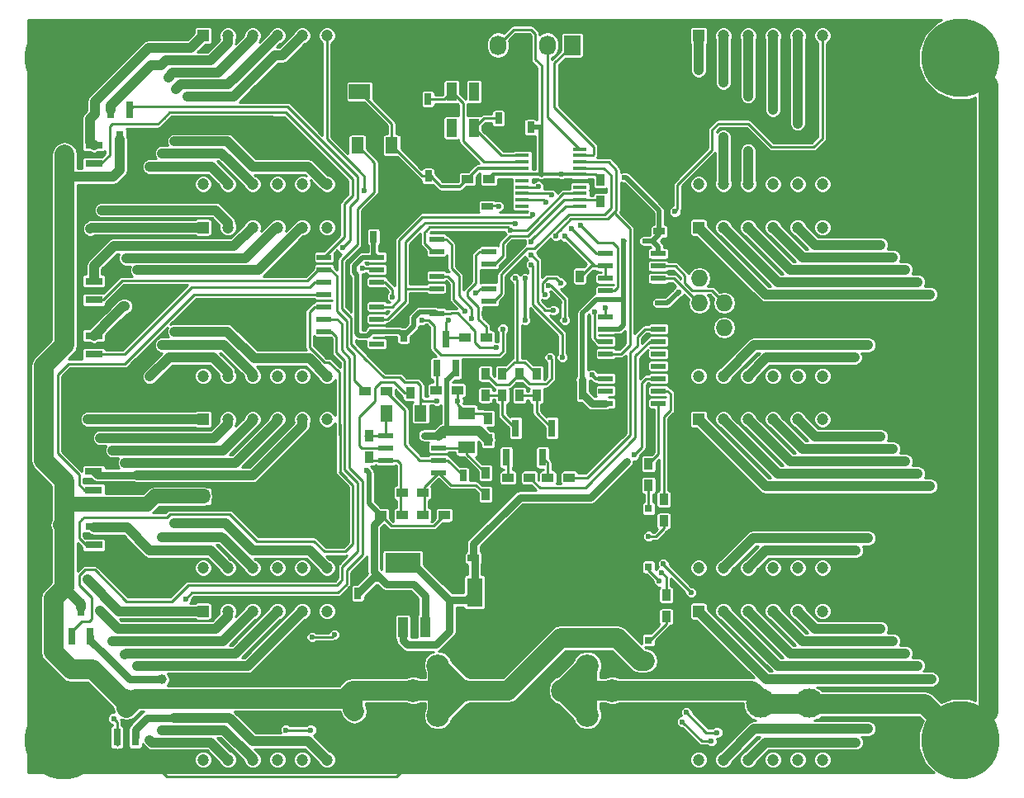
<source format=gbr>
From b95c2baaf201b6a02ad680e535bd557321b3087b Mon Sep 17 00:00:00 2001
From: jaseg <git@jaseg.de>
Date: Mon, 24 Jan 2022 14:23:45 +0100
Subject: Add new test files

---
 .../resources/kicad-older/chibi_2024-F.Cu.gbr      | 14529 +++++++++++++++++++
 1 file changed, 14529 insertions(+)
 create mode 100644 gerbonara/gerber/tests/resources/kicad-older/chibi_2024-F.Cu.gbr

(limited to 'gerbonara/gerber/tests/resources/kicad-older/chibi_2024-F.Cu.gbr')

diff --git a/gerbonara/gerber/tests/resources/kicad-older/chibi_2024-F.Cu.gbr b/gerbonara/gerber/tests/resources/kicad-older/chibi_2024-F.Cu.gbr
new file mode 100644
index 0000000..33791b6
--- /dev/null
+++ b/gerbonara/gerber/tests/resources/kicad-older/chibi_2024-F.Cu.gbr
@@ -0,0 +1,14529 @@
+G04 #@! TF.FileFunction,Copper,L1,Top,Signal*
+%FSLAX46Y46*%
+G04 Gerber Fmt 4.6, Leading zero omitted, Abs format (unit mm)*
+G04 Created by KiCad (PCBNEW 4.0.6) date Mon Sep 18 11:29:53 2017*
+%MOMM*%
+%LPD*%
+G01*
+G04 APERTURE LIST*
+%ADD10C,0.100000*%
+%ADD11R,1.200000X1.200000*%
+%ADD12C,1.200000*%
+%ADD13C,8.000000*%
+%ADD14R,0.900000X1.200000*%
+%ADD15R,3.657600X2.032000*%
+%ADD16R,1.016000X2.032000*%
+%ADD17R,1.450000X0.450000*%
+%ADD18R,1.550000X0.600000*%
+%ADD19R,1.200000X0.750000*%
+%ADD20R,1.600200X2.999740*%
+%ADD21R,1.300480X1.699260*%
+%ADD22R,1.699260X1.300480*%
+%ADD23R,0.750000X1.200000*%
+%ADD24R,0.797560X0.797560*%
+%ADD25C,2.349500*%
+%ADD26R,1.727200X2.032000*%
+%ADD27O,1.727200X2.032000*%
+%ADD28R,1.800860X0.800100*%
+%ADD29R,0.800100X1.800860*%
+%ADD30R,1.200000X0.900000*%
+%ADD31R,1.500000X0.600000*%
+%ADD32R,1.300000X1.300000*%
+%ADD33C,1.300000*%
+%ADD34R,1.397000X1.397000*%
+%ADD35C,1.397000*%
+%ADD36R,2.180000X1.600000*%
+%ADD37C,3.000000*%
+%ADD38R,1.727200X1.727200*%
+%ADD39O,1.727200X1.727200*%
+%ADD40R,1.099820X1.899920*%
+%ADD41C,0.600000*%
+%ADD42C,1.000000*%
+%ADD43C,1.000000*%
+%ADD44C,0.254000*%
+%ADD45C,0.500000*%
+%ADD46C,0.800000*%
+%ADD47C,0.350000*%
+%ADD48C,0.250000*%
+%ADD49C,2.000000*%
+%ADD50C,1.500000*%
+G04 APERTURE END LIST*
+D10*
+D11*
+X118110000Y-65405000D03*
+D12*
+X120650000Y-65405000D03*
+X123190000Y-65405000D03*
+X125730000Y-65405000D03*
+X128270000Y-65405000D03*
+X130810000Y-65405000D03*
+X125730000Y-80645000D03*
+X128270000Y-80645000D03*
+X118110000Y-80645000D03*
+X120650000Y-80645000D03*
+X130810000Y-80645000D03*
+X123190000Y-80645000D03*
+D13*
+X145000000Y-48000000D03*
+X53000000Y-118000000D03*
+D14*
+X99750000Y-82650000D03*
+X99750000Y-80450000D03*
+D15*
+X87800000Y-99798000D03*
+D16*
+X87800000Y-106402000D03*
+X90086000Y-106402000D03*
+X85514000Y-106402000D03*
+D17*
+X100050000Y-57375000D03*
+X100050000Y-58025000D03*
+X100050000Y-58675000D03*
+X100050000Y-59325000D03*
+X100050000Y-59975000D03*
+X100050000Y-60625000D03*
+X100050000Y-61275000D03*
+X100050000Y-61925000D03*
+X100050000Y-62575000D03*
+X100050000Y-63225000D03*
+X105950000Y-63225000D03*
+X105950000Y-62575000D03*
+X105950000Y-61925000D03*
+X105950000Y-61275000D03*
+X105950000Y-60625000D03*
+X105950000Y-59975000D03*
+X105950000Y-59325000D03*
+X105950000Y-58675000D03*
+X105950000Y-58025000D03*
+X105950000Y-57375000D03*
+D18*
+X108600000Y-68095000D03*
+X108600000Y-69365000D03*
+X108600000Y-70635000D03*
+X108600000Y-71905000D03*
+X114000000Y-71905000D03*
+X114000000Y-70635000D03*
+X114000000Y-69365000D03*
+X114000000Y-68095000D03*
+D19*
+X94554000Y-63246000D03*
+X96454000Y-63246000D03*
+D20*
+X95150000Y-102850360D03*
+X95150000Y-107249640D03*
+D14*
+X114800000Y-103150000D03*
+X114800000Y-105350000D03*
+D21*
+X83149940Y-57000000D03*
+X86650060Y-57000000D03*
+D22*
+X94361000Y-87983060D03*
+X94361000Y-84482940D03*
+D21*
+X86133940Y-84455000D03*
+X89634060Y-84455000D03*
+D23*
+X83185000Y-104836000D03*
+X83185000Y-102936000D03*
+D19*
+X112200000Y-65825000D03*
+X114100000Y-65825000D03*
+D23*
+X106225000Y-84400000D03*
+X106225000Y-82500000D03*
+X84800000Y-64450000D03*
+X84800000Y-66350000D03*
+X87884000Y-74615000D03*
+X87884000Y-76515000D03*
+D19*
+X93150000Y-99350000D03*
+X95050000Y-99350000D03*
+D23*
+X90400000Y-60150000D03*
+X90400000Y-62050000D03*
+X97600000Y-52325000D03*
+X97600000Y-54225000D03*
+X90375000Y-54150000D03*
+X90375000Y-52250000D03*
+X93980000Y-90871000D03*
+X93980000Y-92771000D03*
+D24*
+X113000000Y-107749300D03*
+X113000000Y-106250700D03*
+X113000000Y-94250700D03*
+X113000000Y-95749300D03*
+X113000000Y-100250700D03*
+X113000000Y-101749300D03*
+D25*
+X93939360Y-112903000D03*
+X88859360Y-112903000D03*
+X104178100Y-112903000D03*
+X109258100Y-112903000D03*
+X91399360Y-115443000D03*
+X91399360Y-110363000D03*
+X106718100Y-115443000D03*
+X106718100Y-110363000D03*
+D26*
+X105175000Y-46700000D03*
+D27*
+X102635000Y-46700000D03*
+X100095000Y-46700000D03*
+X97555000Y-46700000D03*
+D28*
+X56111140Y-78420000D03*
+X56111140Y-76520000D03*
+X53108860Y-77470000D03*
+X56101140Y-92350000D03*
+X56101140Y-90450000D03*
+X53098860Y-91400000D03*
+D29*
+X58486000Y-117706140D03*
+X60386000Y-117706140D03*
+X59436000Y-114703860D03*
+D28*
+X56111140Y-72832000D03*
+X56111140Y-70932000D03*
+X53108860Y-71882000D03*
+D29*
+X53850000Y-107373140D03*
+X55750000Y-107373140D03*
+X54800000Y-104370860D03*
+X59751000Y-53362860D03*
+X57851000Y-53362860D03*
+X58801000Y-56365140D03*
+D28*
+X56111140Y-97978000D03*
+X56111140Y-96078000D03*
+X53108860Y-97028000D03*
+X56111140Y-58862000D03*
+X56111140Y-56962000D03*
+X53108860Y-57912000D03*
+D14*
+X88550000Y-80175000D03*
+X88550000Y-82375000D03*
+D30*
+X96604000Y-60452000D03*
+X94404000Y-60452000D03*
+D14*
+X105918000Y-70401000D03*
+X105918000Y-72601000D03*
+X108075000Y-62725000D03*
+X108075000Y-60525000D03*
+D30*
+X91225000Y-82100000D03*
+X93425000Y-82100000D03*
+D14*
+X96520000Y-87206000D03*
+X96520000Y-85006000D03*
+X84328000Y-88984000D03*
+X84328000Y-86784000D03*
+X113000000Y-89650000D03*
+X113000000Y-91850000D03*
+X114550000Y-93325000D03*
+X114550000Y-95525000D03*
+X96250000Y-82600000D03*
+X96250000Y-80400000D03*
+X98000000Y-82650000D03*
+X98000000Y-80450000D03*
+X101500000Y-82650000D03*
+X101500000Y-80450000D03*
+D31*
+X114000000Y-83445000D03*
+X114000000Y-82175000D03*
+X114000000Y-80905000D03*
+X114000000Y-79635000D03*
+X114000000Y-78365000D03*
+X114000000Y-77095000D03*
+X114000000Y-75825000D03*
+X114000000Y-74555000D03*
+X108600000Y-74555000D03*
+X108600000Y-75825000D03*
+X108600000Y-77095000D03*
+X108600000Y-78365000D03*
+X108600000Y-79635000D03*
+X108600000Y-80905000D03*
+X108600000Y-82175000D03*
+X108600000Y-83445000D03*
+D18*
+X86073000Y-86741000D03*
+X86073000Y-88011000D03*
+X86073000Y-89281000D03*
+X86073000Y-90551000D03*
+X91473000Y-90551000D03*
+X91473000Y-89281000D03*
+X91473000Y-88011000D03*
+X91473000Y-86741000D03*
+D31*
+X79723000Y-68453000D03*
+X79723000Y-69723000D03*
+X79723000Y-70993000D03*
+X79723000Y-72263000D03*
+X79723000Y-73533000D03*
+X79723000Y-74803000D03*
+X79723000Y-76073000D03*
+X79723000Y-77343000D03*
+X85123000Y-77343000D03*
+X85123000Y-76073000D03*
+X85123000Y-74803000D03*
+X85123000Y-73533000D03*
+X85123000Y-72263000D03*
+X85123000Y-70993000D03*
+X85123000Y-69723000D03*
+X85123000Y-68453000D03*
+D14*
+X96266000Y-92794000D03*
+X96266000Y-90594000D03*
+D30*
+X89832000Y-94932500D03*
+X92032000Y-94932500D03*
+X92032000Y-92646500D03*
+X89832000Y-92646500D03*
+X87714000Y-94932500D03*
+X85514000Y-94932500D03*
+X85514000Y-92646500D03*
+X87714000Y-92646500D03*
+X86100000Y-82225000D03*
+X83900000Y-82225000D03*
+X98600000Y-91075000D03*
+X100800000Y-91075000D03*
+X102675000Y-91075000D03*
+X104875000Y-91075000D03*
+D32*
+X82850000Y-115050000D03*
+D33*
+X82850000Y-110050000D03*
+D32*
+X67300000Y-93000000D03*
+D33*
+X72300000Y-93000000D03*
+D34*
+X112649000Y-109855000D03*
+D35*
+X112649000Y-117475000D03*
+D36*
+X83367830Y-51475420D03*
+X74162970Y-51470780D03*
+D37*
+X124500000Y-114250000D03*
+X129500000Y-114250000D03*
+X124500000Y-94500000D03*
+X129500000Y-94500000D03*
+D13*
+X145000000Y-118000000D03*
+X53000000Y-48000000D03*
+D30*
+X94150000Y-76675000D03*
+X96350000Y-76675000D03*
+D29*
+X91300000Y-79851140D03*
+X93200000Y-79851140D03*
+X92250000Y-76848860D03*
+X98400000Y-89001140D03*
+X100300000Y-89001140D03*
+X99350000Y-85998860D03*
+X102125000Y-89001140D03*
+X104025000Y-89001140D03*
+X103075000Y-85998860D03*
+D38*
+X118200000Y-75700000D03*
+D39*
+X120740000Y-75700000D03*
+X118200000Y-73160000D03*
+X120740000Y-73160000D03*
+X118200000Y-70620000D03*
+X120740000Y-70620000D03*
+D31*
+X96650000Y-74210000D03*
+X96650000Y-72940000D03*
+X96650000Y-71670000D03*
+X96650000Y-70400000D03*
+X96650000Y-69130000D03*
+X96650000Y-67860000D03*
+X96650000Y-66590000D03*
+X91250000Y-66590000D03*
+X91250000Y-67860000D03*
+X91250000Y-69130000D03*
+X91250000Y-70400000D03*
+X91250000Y-71670000D03*
+X91250000Y-72940000D03*
+X91250000Y-74210000D03*
+D40*
+X95098080Y-55199120D03*
+X92801920Y-51500880D03*
+X92801920Y-55199120D03*
+X95098080Y-51500880D03*
+D23*
+X100900000Y-53250000D03*
+X100900000Y-55150000D03*
+D11*
+X67310000Y-104775000D03*
+D12*
+X69850000Y-104775000D03*
+X72390000Y-104775000D03*
+X74930000Y-104775000D03*
+X77470000Y-104775000D03*
+X80010000Y-104775000D03*
+X74930000Y-120015000D03*
+X77470000Y-120015000D03*
+X67310000Y-120015000D03*
+X69850000Y-120015000D03*
+X80010000Y-120015000D03*
+X72390000Y-120015000D03*
+D11*
+X67310000Y-85090000D03*
+D12*
+X69850000Y-85090000D03*
+X72390000Y-85090000D03*
+X74930000Y-85090000D03*
+X77470000Y-85090000D03*
+X80010000Y-85090000D03*
+X74930000Y-100330000D03*
+X77470000Y-100330000D03*
+X67310000Y-100330000D03*
+X69850000Y-100330000D03*
+X80010000Y-100330000D03*
+X72390000Y-100330000D03*
+D11*
+X67310000Y-65405000D03*
+D12*
+X69850000Y-65405000D03*
+X72390000Y-65405000D03*
+X74930000Y-65405000D03*
+X77470000Y-65405000D03*
+X80010000Y-65405000D03*
+X74930000Y-80645000D03*
+X77470000Y-80645000D03*
+X67310000Y-80645000D03*
+X69850000Y-80645000D03*
+X80010000Y-80645000D03*
+X72390000Y-80645000D03*
+D11*
+X67310000Y-45720000D03*
+D12*
+X69850000Y-45720000D03*
+X72390000Y-45720000D03*
+X74930000Y-45720000D03*
+X77470000Y-45720000D03*
+X80010000Y-45720000D03*
+X74930000Y-60960000D03*
+X77470000Y-60960000D03*
+X67310000Y-60960000D03*
+X69850000Y-60960000D03*
+X80010000Y-60960000D03*
+X72390000Y-60960000D03*
+D11*
+X118110000Y-85090000D03*
+D12*
+X120650000Y-85090000D03*
+X123190000Y-85090000D03*
+X125730000Y-85090000D03*
+X128270000Y-85090000D03*
+X130810000Y-85090000D03*
+X125730000Y-100330000D03*
+X128270000Y-100330000D03*
+X118110000Y-100330000D03*
+X120650000Y-100330000D03*
+X130810000Y-100330000D03*
+X123190000Y-100330000D03*
+D11*
+X118110000Y-104775000D03*
+D12*
+X120650000Y-104775000D03*
+X123190000Y-104775000D03*
+X125730000Y-104775000D03*
+X128270000Y-104775000D03*
+X130810000Y-104775000D03*
+X125730000Y-120015000D03*
+X128270000Y-120015000D03*
+X118110000Y-120015000D03*
+X120650000Y-120015000D03*
+X130810000Y-120015000D03*
+X123190000Y-120015000D03*
+D11*
+X118110000Y-45720000D03*
+D12*
+X120650000Y-45720000D03*
+X123190000Y-45720000D03*
+X125730000Y-45720000D03*
+X128270000Y-45720000D03*
+X130810000Y-45720000D03*
+X125730000Y-60960000D03*
+X128270000Y-60960000D03*
+X118110000Y-60960000D03*
+X120650000Y-60960000D03*
+X130810000Y-60960000D03*
+X123190000Y-60960000D03*
+D41*
+X102900000Y-67000000D03*
+X104000000Y-67000000D03*
+X90297000Y-81153000D03*
+X96393000Y-79121000D03*
+X95885000Y-79121000D03*
+X98806000Y-98298000D03*
+X93218000Y-101727000D03*
+X107188000Y-71628000D03*
+X111760000Y-72644000D03*
+X89662000Y-70739000D03*
+X92329000Y-72390000D03*
+D42*
+X92710000Y-60198000D03*
+X92964000Y-63246000D03*
+X68453000Y-82804000D03*
+X72390000Y-74549000D03*
+D41*
+X72700000Y-82600000D03*
+X71400000Y-82600000D03*
+X69800000Y-82700000D03*
+X53700000Y-86200000D03*
+X53700000Y-84400000D03*
+X53700000Y-83000000D03*
+X53700000Y-81600000D03*
+X70700000Y-111800000D03*
+X73400000Y-111500000D03*
+X74800000Y-111000000D03*
+D42*
+X109664000Y-110190000D03*
+D41*
+X97300000Y-110400000D03*
+X96700000Y-108900000D03*
+X98400000Y-108900000D03*
+X103825000Y-61075000D03*
+X111800000Y-62650000D03*
+X87100000Y-110750000D03*
+X96850000Y-107200000D03*
+X85450000Y-108750000D03*
+X85100000Y-109950000D03*
+X110998000Y-61976000D03*
+X100076000Y-69342000D03*
+X97028000Y-75184000D03*
+X82296000Y-71882000D03*
+X83820000Y-77724000D03*
+X83820000Y-75692000D03*
+D42*
+X99060000Y-67564000D03*
+D41*
+X78875000Y-47425000D03*
+D42*
+X63309500Y-120713500D03*
+X74993500Y-109474000D03*
+D41*
+X111450000Y-104125000D03*
+X80400000Y-78600000D03*
+X94725000Y-66575000D03*
+X86300000Y-61900000D03*
+X91675000Y-62100000D03*
+D42*
+X115290600Y-115109000D03*
+X89000000Y-72975000D03*
+X119278400Y-95237300D03*
+X119202200Y-93649800D03*
+X52895000Y-53548000D03*
+X51752000Y-55580000D03*
+X49974000Y-57866000D03*
+X50038000Y-55580000D03*
+X49974000Y-53548000D03*
+X119634000Y-109474000D03*
+X120396000Y-115570000D03*
+X115062000Y-110236000D03*
+X50038000Y-103632000D03*
+X50038000Y-101346000D03*
+X50038000Y-106426000D03*
+X50038000Y-109220000D03*
+X117983000Y-98171000D03*
+X130429000Y-102489000D03*
+X77343000Y-68199000D03*
+X65786000Y-62357000D03*
+X65595500Y-101282500D03*
+X143332200Y-98463100D03*
+X143332200Y-96672400D03*
+X143243300Y-93408500D03*
+X143306800Y-94970600D03*
+X76073000Y-95351600D03*
+X76098400Y-93929200D03*
+X75996800Y-92481400D03*
+X81737200Y-94996000D03*
+X81711800Y-92329000D03*
+X81762600Y-93624400D03*
+X86563200Y-93853000D03*
+X91059000Y-93675200D03*
+X119240300Y-91922600D03*
+D41*
+X107061000Y-83312000D03*
+X110744000Y-89408000D03*
+X110425000Y-66800000D03*
+X112600000Y-66800000D03*
+X110500000Y-60275000D03*
+X104075000Y-59950000D03*
+X93425000Y-83200000D03*
+X91300000Y-83200000D03*
+X114300000Y-100800000D03*
+X111500000Y-88750000D03*
+X114500000Y-99900000D03*
+X117348000Y-102870000D03*
+X116459000Y-116128800D03*
+X119430800Y-118110000D03*
+X116865400Y-115163600D03*
+X120015000Y-117221000D03*
+X115697000Y-63792100D03*
+D42*
+X55498500Y-101554000D03*
+X55750000Y-54250000D03*
+X141859000Y-91948000D03*
+X141859000Y-72263000D03*
+X141986000Y-111760000D03*
+X118110000Y-49276000D03*
+X55499000Y-85090000D03*
+X55753000Y-65532000D03*
+X56768500Y-104729000D03*
+X63000000Y-48750000D03*
+X56769000Y-86995000D03*
+X56953002Y-63627000D03*
+X140589000Y-90678000D03*
+X140589000Y-70993000D03*
+X140589000Y-110363000D03*
+X120650000Y-50546000D03*
+X63750000Y-50000000D03*
+X58039000Y-88265000D03*
+X58166000Y-67310000D03*
+X139319000Y-89408000D03*
+X139319000Y-69723000D03*
+X139319000Y-109093000D03*
+X123190000Y-51943000D03*
+X58039000Y-107823000D03*
+X59308500Y-73487000D03*
+X64500000Y-51250000D03*
+X59309000Y-89535000D03*
+X138049000Y-88138000D03*
+X138049000Y-68453000D03*
+X138049000Y-107823000D03*
+X125730000Y-53340000D03*
+X59309000Y-109220000D03*
+X59436000Y-68580000D03*
+X65750000Y-52000000D03*
+X136779000Y-86868000D03*
+X136779000Y-67183000D03*
+X136779000Y-106553000D03*
+X128270000Y-54737000D03*
+X60579000Y-110363000D03*
+X60579000Y-90805000D03*
+X60579000Y-69780002D03*
+D41*
+X83858100Y-61633100D03*
+D42*
+X61848500Y-80726000D03*
+X61849000Y-98552000D03*
+X61849000Y-117983000D03*
+X61849000Y-59182000D03*
+X135509000Y-97282000D03*
+X135509000Y-77470000D03*
+X135509000Y-116840000D03*
+X120650000Y-56134000D03*
+X64389000Y-115697000D03*
+X64389000Y-95758000D03*
+X64389000Y-76073000D03*
+X64389000Y-56584998D03*
+X63100000Y-111800000D03*
+X63119000Y-97155000D03*
+X63119000Y-57785000D03*
+X63119000Y-77470000D03*
+X134239000Y-98552000D03*
+X134112000Y-78740000D03*
+X134239000Y-118237000D03*
+X123190000Y-57531000D03*
+X63119000Y-116967000D03*
+D41*
+X78486000Y-107442000D03*
+X80772000Y-107188000D03*
+X75819000Y-116967000D03*
+X78359000Y-116967000D03*
+X104425000Y-66325000D03*
+X101700000Y-61200000D03*
+X102870000Y-78740000D03*
+X99314000Y-70612000D03*
+X102425000Y-62800000D03*
+X105050000Y-65525000D03*
+X106025000Y-65200000D03*
+X103075000Y-62100000D03*
+X99300000Y-65000000D03*
+X103251000Y-73914000D03*
+X107442000Y-74041000D03*
+X100965000Y-68199000D03*
+X100950000Y-66900000D03*
+X100965000Y-69215000D03*
+X98806000Y-65659000D03*
+X107188000Y-80518000D03*
+X104140000Y-78740000D03*
+X103505000Y-66294000D03*
+X101125000Y-64075000D03*
+X113000000Y-97100000D03*
+X114100000Y-101700000D03*
+X104000000Y-71100000D03*
+X102362000Y-72263000D03*
+X95250000Y-72175000D03*
+X94875000Y-74775000D03*
+X94200000Y-73975000D03*
+X104394000Y-74930000D03*
+X102700000Y-71400000D03*
+X92456000Y-74930000D03*
+X58150000Y-115800000D03*
+X65532000Y-103505000D03*
+X83642200Y-69596000D03*
+X81635600Y-67513200D03*
+X92300000Y-81100000D03*
+X90043000Y-86741000D03*
+X113919000Y-73152000D03*
+X116078000Y-72009000D03*
+X97376000Y-77724000D03*
+X100330000Y-70612000D03*
+X100330000Y-74930000D03*
+X97600000Y-63250000D03*
+X84050000Y-90325000D03*
+X89789000Y-74930000D03*
+X86741000Y-72517000D03*
+X98044000Y-75819000D03*
+X108585000Y-73660000D03*
+D43*
+X67299998Y-49549998D02*
+X68250000Y-49549998D01*
+X67250000Y-49500000D02*
+X67299998Y-49549998D01*
+X66250000Y-50750000D02*
+X67000000Y-50750000D01*
+D44*
+X104000000Y-67000000D02*
+X102900000Y-67000000D01*
+D45*
+X104800000Y-71483000D02*
+X104800000Y-67800000D01*
+X104800000Y-67800000D02*
+X104000000Y-67000000D01*
+X105918000Y-72601000D02*
+X104800000Y-71483000D01*
+X98806000Y-74168000D02*
+X98171000Y-73533000D01*
+X98806000Y-78486000D02*
+X98806000Y-74168000D01*
+X98171000Y-79121000D02*
+X98806000Y-78486000D01*
+X96393000Y-79121000D02*
+X98171000Y-79121000D01*
+D44*
+X98171000Y-73533000D02*
+X97494000Y-74210000D01*
+D45*
+X88550000Y-80175000D02*
+X89319000Y-80175000D01*
+X89319000Y-80175000D02*
+X90297000Y-81153000D01*
+X95885000Y-79121000D02*
+X96393000Y-79121000D01*
+D46*
+X97600000Y-52325000D02*
+X99975000Y-52325000D01*
+X99975000Y-52325000D02*
+X100900000Y-53250000D01*
+X72300000Y-93000000D02*
+X75478200Y-93000000D01*
+X75478200Y-93000000D02*
+X75996800Y-92481400D01*
+X118200000Y-75700000D02*
+X120142000Y-77642000D01*
+X122428000Y-72308000D02*
+X120740000Y-70620000D01*
+X122428000Y-76962000D02*
+X122428000Y-72308000D01*
+X121748000Y-77642000D02*
+X122428000Y-76962000D01*
+X120142000Y-77642000D02*
+X121748000Y-77642000D01*
+X113000000Y-101749300D02*
+X113000000Y-106250700D01*
+X83185000Y-104836000D02*
+X84751000Y-106402000D01*
+X84751000Y-106402000D02*
+X85514000Y-106402000D01*
+X113000000Y-95749300D02*
+X110451300Y-98298000D01*
+X110451300Y-98298000D02*
+X98806000Y-98298000D01*
+D44*
+X95885000Y-94275000D02*
+X96987000Y-94275000D01*
+X96987000Y-94275000D02*
+X99700000Y-91562000D01*
+X93150000Y-99350000D02*
+X93218000Y-99418000D01*
+X93218000Y-99418000D02*
+X93218000Y-101727000D01*
+D45*
+X114000000Y-74555000D02*
+X112655000Y-74555000D01*
+X111760000Y-73660000D02*
+X111760000Y-72644000D01*
+X112655000Y-74555000D02*
+X111760000Y-73660000D01*
+X114000000Y-71905000D02*
+X112499000Y-71905000D01*
+X112499000Y-71905000D02*
+X111760000Y-72644000D01*
+X107188000Y-71628000D02*
+X107047000Y-71628000D01*
+X107047000Y-71628000D02*
+X106125000Y-72550000D01*
+X106125000Y-72550000D02*
+X105156000Y-73519000D01*
+X105156000Y-83331000D02*
+X106225000Y-84400000D01*
+X105156000Y-73519000D02*
+X105156000Y-83331000D01*
+X119240300Y-91922600D02*
+X119240300Y-89395300D01*
+X116840000Y-77060000D02*
+X118200000Y-75700000D01*
+X116840000Y-86995000D02*
+X116840000Y-77060000D01*
+X119240300Y-89395300D02*
+X116840000Y-86995000D01*
+X79723000Y-77343000D02*
+X79723000Y-78035998D01*
+X80400000Y-78712998D02*
+X80400000Y-78600000D01*
+X79723000Y-78035998D02*
+X80400000Y-78712998D01*
+X87884000Y-74615000D02*
+X87884000Y-74091000D01*
+X87884000Y-74091000D02*
+X89000000Y-72975000D01*
+D44*
+X91250000Y-69130000D02*
+X90636000Y-69130000D01*
+X90636000Y-69130000D02*
+X89662000Y-70104000D01*
+X89662000Y-70104000D02*
+X89662000Y-70739000D01*
+X92329000Y-72390000D02*
+X91779000Y-72940000D01*
+X91779000Y-72940000D02*
+X91250000Y-72940000D01*
+D45*
+X91215000Y-72975000D02*
+X89000000Y-72975000D01*
+X91250000Y-72940000D02*
+X91215000Y-72975000D01*
+D47*
+X90375000Y-57863000D02*
+X90375000Y-54150000D01*
+X92710000Y-60198000D02*
+X90375000Y-57863000D01*
+X94554000Y-63246000D02*
+X92964000Y-63246000D01*
+D46*
+X112977204Y-105726692D02*
+X112977204Y-105727904D01*
+X112977204Y-105727904D02*
+X113000000Y-105750700D01*
+X113000000Y-105750700D02*
+X113000000Y-106250700D01*
+X68453000Y-82804000D02*
+X69696000Y-82804000D01*
+X71400000Y-82600000D02*
+X72700000Y-82600000D01*
+X69696000Y-82804000D02*
+X69800000Y-82700000D01*
+X53700000Y-84400000D02*
+X53700000Y-86200000D01*
+X53600000Y-81700000D02*
+X53700000Y-83000000D01*
+X53700000Y-81600000D02*
+X53600000Y-81700000D01*
+X74993500Y-109474000D02*
+X74993500Y-110806500D01*
+X73100000Y-111800000D02*
+X70700000Y-111800000D01*
+X73400000Y-111500000D02*
+X73100000Y-111800000D01*
+X74993500Y-110806500D02*
+X74800000Y-111000000D01*
+D45*
+X112200000Y-65825000D02*
+X111800000Y-66225000D01*
+X112405000Y-71905000D02*
+X114000000Y-71905000D01*
+X111800000Y-71300000D02*
+X112405000Y-71905000D01*
+X111800000Y-66225000D02*
+X111800000Y-71300000D01*
+X108600000Y-79635000D02*
+X109360000Y-79635000D01*
+X109360000Y-79635000D02*
+X110100000Y-80375000D01*
+X110100000Y-80375000D02*
+X110100000Y-84100000D01*
+X110100000Y-84100000D02*
+X109800000Y-84400000D01*
+X109800000Y-84400000D02*
+X106225000Y-84400000D01*
+D46*
+X96700000Y-107350000D02*
+X96700000Y-108900000D01*
+X98400000Y-108900000D02*
+X98400000Y-109300000D01*
+X97300000Y-110400000D02*
+X98400000Y-109300000D01*
+X96700000Y-107350000D02*
+X96850000Y-107200000D01*
+D44*
+X104275000Y-60625000D02*
+X103825000Y-61075000D01*
+X105950000Y-60625000D02*
+X104275000Y-60625000D01*
+D46*
+X110998000Y-61976000D02*
+X111126000Y-61976000D01*
+X111800000Y-62650000D02*
+X111800000Y-62778000D01*
+X111126000Y-61976000D02*
+X111800000Y-62650000D01*
+D43*
+X96850000Y-107200000D02*
+X96800360Y-107249640D01*
+X96800360Y-107249640D02*
+X95150000Y-107249640D01*
+X85450000Y-109600000D02*
+X85450000Y-108750000D01*
+X85100000Y-109950000D02*
+X85450000Y-109600000D01*
+D46*
+X112200000Y-65825000D02*
+X112200000Y-63178000D01*
+X112200000Y-63178000D02*
+X111800000Y-62778000D01*
+D44*
+X100076000Y-69342000D02*
+X99568000Y-69342000D01*
+X99568000Y-69342000D02*
+X98552000Y-70358000D01*
+X98552000Y-70358000D02*
+X98552000Y-73152000D01*
+X98552000Y-73152000D02*
+X98171000Y-73533000D01*
+X97494000Y-74210000D02*
+X96650000Y-74210000D01*
+X96650000Y-74210000D02*
+X97028000Y-74588000D01*
+X97028000Y-74588000D02*
+X97028000Y-75184000D01*
+X96862000Y-74422000D02*
+X96650000Y-74210000D01*
+X84800000Y-64450000D02*
+X83820000Y-65430000D01*
+X82042000Y-71628000D02*
+X82296000Y-71882000D01*
+X82042000Y-69088000D02*
+X82042000Y-71628000D01*
+X83820000Y-67310000D02*
+X82042000Y-69088000D01*
+X83820000Y-65430000D02*
+X83820000Y-67310000D01*
+X88550000Y-80175000D02*
+X86017000Y-80175000D01*
+X83820000Y-77978000D02*
+X83820000Y-77724000D01*
+X86017000Y-80175000D02*
+X83820000Y-77978000D01*
+X85123000Y-72263000D02*
+X84201000Y-72263000D01*
+X84201000Y-72263000D02*
+X83820000Y-72644000D01*
+X83820000Y-72644000D02*
+X83820000Y-75692000D01*
+X96650000Y-70400000D02*
+X96986000Y-70400000D01*
+X96986000Y-70400000D02*
+X99060000Y-68326000D01*
+X99060000Y-68326000D02*
+X99060000Y-67564000D01*
+X74162970Y-51470780D02*
+X74829220Y-51470780D01*
+X74829220Y-51470780D02*
+X78875000Y-47425000D01*
+X74112300Y-54457600D02*
+X74112300Y-55697300D01*
+X59944000Y-59309000D02*
+X64008000Y-55245000D01*
+X64008000Y-55245000D02*
+X70358000Y-55245000D01*
+X70358000Y-55245000D02*
+X71882000Y-56769000D01*
+X71882000Y-56769000D02*
+X75184000Y-56769000D01*
+X59944000Y-59309000D02*
+X59944000Y-62420500D01*
+X74112300Y-55697300D02*
+X75184000Y-56769000D01*
+X93980000Y-92771000D02*
+X93980000Y-92930000D01*
+X93980000Y-92930000D02*
+X95325000Y-94275000D01*
+X99700000Y-89601140D02*
+X100300000Y-89001140D01*
+X99700000Y-91562000D02*
+X99700000Y-89601140D01*
+X95325000Y-94275000D02*
+X95885000Y-94275000D01*
+X82850000Y-110050000D02*
+X82850000Y-109066000D01*
+X82850000Y-109066000D02*
+X85514000Y-106402000D01*
+X82850000Y-110050000D02*
+X75569500Y-110050000D01*
+D46*
+X63182500Y-120840500D02*
+X63309500Y-120713500D01*
+X63182500Y-120840500D02*
+X58610000Y-120840500D01*
+D44*
+X75569500Y-110050000D02*
+X74993500Y-109474000D01*
+X112649000Y-117475000D02*
+X112924600Y-117475000D01*
+X112924600Y-117475000D02*
+X115290600Y-115109000D01*
+X113000000Y-102049300D02*
+X113000000Y-101900000D01*
+X113000000Y-101900000D02*
+X112925000Y-101975000D01*
+X112977204Y-105726692D02*
+X111575700Y-104250700D01*
+X111575700Y-104250700D02*
+X111450000Y-104125000D01*
+X109360000Y-79635000D02*
+X110100000Y-80375000D01*
+X106350000Y-84525000D02*
+X106225000Y-84400000D01*
+X96765000Y-74325000D02*
+X96650000Y-74210000D01*
+X96650000Y-66590000D02*
+X94740000Y-66590000D01*
+X94740000Y-66590000D02*
+X94725000Y-66575000D01*
+X84800000Y-64450000D02*
+X84800000Y-63400000D01*
+X84800000Y-63400000D02*
+X86300000Y-61900000D01*
+X91625000Y-62050000D02*
+X90400000Y-62050000D01*
+X91675000Y-62100000D02*
+X91625000Y-62050000D01*
+X100095000Y-46700000D02*
+X100095000Y-49830000D01*
+X100095000Y-49830000D02*
+X97600000Y-52325000D01*
+X118200000Y-75700000D02*
+X117055000Y-74555000D01*
+X117055000Y-74555000D02*
+X114000000Y-74555000D01*
+X97600000Y-52325000D02*
+X97600000Y-50850000D01*
+X97600000Y-50850000D02*
+X96200000Y-49450000D01*
+X96200000Y-49450000D02*
+X89975000Y-49450000D01*
+X89975000Y-49450000D02*
+X88925000Y-50500000D01*
+X88925000Y-50500000D02*
+X88925000Y-52700000D01*
+X88925000Y-52700000D02*
+X90375000Y-54150000D01*
+X100050000Y-57375000D02*
+X100050000Y-54775000D01*
+X100050000Y-54775000D02*
+X97600000Y-52325000D01*
+X115200000Y-115199600D02*
+X115290600Y-115109000D01*
+X104025000Y-89001140D02*
+X104025000Y-86600000D01*
+X104025000Y-86600000D02*
+X106225000Y-84400000D01*
+X104025000Y-89001140D02*
+X104025000Y-88400000D01*
+X104025000Y-88400000D02*
+X103075000Y-87450000D01*
+X103075000Y-87450000D02*
+X100825000Y-87450000D01*
+X100825000Y-87450000D02*
+X100300000Y-87975000D01*
+X100300000Y-87975000D02*
+X100300000Y-89001140D01*
+X119278400Y-93726000D02*
+X119278400Y-95237300D01*
+X119202200Y-93649800D02*
+X119278400Y-93726000D01*
+X52750000Y-48250000D02*
+X49974000Y-51026000D01*
+X49974000Y-51026000D02*
+X49974000Y-53548000D01*
+X51752000Y-54691000D02*
+X52895000Y-53548000D01*
+X51752000Y-55580000D02*
+X51752000Y-54691000D01*
+X50038000Y-57802000D02*
+X49974000Y-57866000D01*
+X50038000Y-55580000D02*
+X50038000Y-57802000D01*
+X52750000Y-48250000D02*
+X55453000Y-45547000D01*
+X119634000Y-109474000D02*
+X118872000Y-110236000D01*
+D48*
+X119020000Y-115570000D02*
+X120396000Y-115570000D01*
+D44*
+X100914200Y-121285000D02*
+X102870000Y-119329200D01*
+X93853000Y-121285000D02*
+X100914200Y-121285000D01*
+X92837000Y-120269000D02*
+X93853000Y-121285000D01*
+X88582500Y-120269000D02*
+X92837000Y-120269000D01*
+X87122000Y-121729500D02*
+X88582500Y-120269000D01*
+X63563500Y-121729500D02*
+X87122000Y-121729500D01*
+X62674500Y-120840500D02*
+X63563500Y-121729500D01*
+X57658000Y-120840500D02*
+X62674500Y-120840500D01*
+X115200000Y-115199600D02*
+X116099600Y-114300000D01*
+X116099600Y-114300000D02*
+X117750000Y-114300000D01*
+D46*
+X102870000Y-119329200D02*
+X102920800Y-119380000D01*
+X102920800Y-119380000D02*
+X111019600Y-119380000D01*
+X111019600Y-119380000D02*
+X115290600Y-115109000D01*
+X58610000Y-120840500D02*
+X57658000Y-120840500D01*
+D48*
+X117750000Y-114300000D02*
+X119020000Y-115570000D01*
+D44*
+X118872000Y-110236000D02*
+X115062000Y-110236000D01*
+X57244750Y-73709250D02*
+X57530500Y-73423500D01*
+X56332500Y-74621500D02*
+X57244750Y-73709250D01*
+X54791500Y-74621500D02*
+X56332500Y-74621500D01*
+X57530500Y-73423500D02*
+X57911500Y-73423500D01*
+X57911500Y-73423500D02*
+X59054500Y-72280500D01*
+X59054500Y-72280500D02*
+X60832500Y-72280500D01*
+X49974500Y-111206000D02*
+X50736000Y-111206000D01*
+X58610000Y-120985000D02*
+X58610000Y-120840500D01*
+X58465500Y-120840500D02*
+X58610000Y-120985000D01*
+X58338500Y-120840500D02*
+X58465500Y-120840500D01*
+X57467000Y-119969000D02*
+X58338500Y-120840500D01*
+X57467000Y-115270000D02*
+X57467000Y-119969000D01*
+X54800000Y-112603000D02*
+X57467000Y-115270000D01*
+X52133000Y-112603000D02*
+X54800000Y-112603000D01*
+X50736000Y-111206000D02*
+X52133000Y-112603000D01*
+X50038000Y-109220000D02*
+X49974500Y-109283500D01*
+X50038000Y-102362000D02*
+X50038000Y-103632000D01*
+X50038000Y-102362000D02*
+X50038000Y-101346000D01*
+X50038000Y-106426000D02*
+X50038000Y-109220000D01*
+X49974500Y-109283500D02*
+X49974500Y-111206000D01*
+X129500000Y-94500000D02*
+X124500000Y-94500000D01*
+X124500000Y-94500000D02*
+X125000000Y-95000000D01*
+X125000000Y-95000000D02*
+X127000000Y-95000000D01*
+X127000000Y-95000000D02*
+X127000000Y-94970600D01*
+X65786000Y-62357000D02*
+X65913000Y-62484000D01*
+X70104000Y-62484000D02*
+X70612000Y-62992000D01*
+X65913000Y-62484000D02*
+X70104000Y-62484000D01*
+X119278400Y-95237300D02*
+X117983000Y-96532700D01*
+X117983000Y-96532700D02*
+X117983000Y-98171000D01*
+X143332200Y-98463100D02*
+X139306300Y-102489000D01*
+X139306300Y-102489000D02*
+X130429000Y-102489000D01*
+X55213250Y-63150750D02*
+X55943500Y-62420500D01*
+X60452000Y-62230000D02*
+X65659000Y-62230000D01*
+X65659000Y-62230000D02*
+X65786000Y-62357000D01*
+X60261500Y-62420500D02*
+X60452000Y-62230000D01*
+X55943500Y-62420500D02*
+X59944000Y-62420500D01*
+X59944000Y-62420500D02*
+X60261500Y-62420500D01*
+X54737000Y-71882000D02*
+X57023000Y-71882000D01*
+X58420000Y-70485000D02*
+X58420000Y-70104000D01*
+X57023000Y-71882000D02*
+X58420000Y-70485000D01*
+X54737000Y-67564000D02*
+X55880000Y-67564000D01*
+X54737000Y-74676000D02*
+X54791500Y-74621500D01*
+X54791500Y-74621500D02*
+X54864000Y-74549000D01*
+X55245000Y-63119000D02*
+X55213250Y-63150750D01*
+X55213250Y-63150750D02*
+X54737000Y-63627000D01*
+X54737000Y-63627000D02*
+X54737000Y-67564000D01*
+X54737000Y-67564000D02*
+X54737000Y-71882000D01*
+X54737000Y-71882000D02*
+X54737000Y-74676000D01*
+X63881000Y-101282500D02*
+X63436500Y-100838000D01*
+X65595500Y-101282500D02*
+X63881000Y-101282500D01*
+D46*
+X74162970Y-51470780D02*
+X74754520Y-51470780D01*
+X119278400Y-95237300D02*
+X119545100Y-94970600D01*
+X143332200Y-98488500D02*
+X143383000Y-98539300D01*
+X143332200Y-98463100D02*
+X143332200Y-98488500D01*
+X143243300Y-96583500D02*
+X143332200Y-96672400D01*
+X143243300Y-93408500D02*
+X143243300Y-96583500D01*
+X119545100Y-94970600D02*
+X127000000Y-94970600D01*
+X127000000Y-94970600D02*
+X143306800Y-94970600D01*
+D44*
+X79723000Y-77343000D02*
+X79959200Y-77343000D01*
+D46*
+X76098400Y-93929200D02*
+X76098400Y-95326200D01*
+X76098400Y-95326200D02*
+X76073000Y-95351600D01*
+X81762600Y-93624400D02*
+X81457800Y-93929200D01*
+X81457800Y-93929200D02*
+X76098400Y-93929200D01*
+X75996800Y-92481400D02*
+X76022200Y-92506800D01*
+X81762600Y-93624400D02*
+X81762600Y-94970600D01*
+X81762600Y-94970600D02*
+X81737200Y-94996000D01*
+D44*
+X85514000Y-92646500D02*
+X85514000Y-92803800D01*
+X85514000Y-92803800D02*
+X86563200Y-93853000D01*
+X92032000Y-92646500D02*
+X92032000Y-92702200D01*
+X92032000Y-92702200D02*
+X91059000Y-93675200D01*
+D48*
+X91882000Y-92646500D02*
+X92006500Y-92771000D01*
+X92006500Y-92771000D02*
+X93980000Y-92771000D01*
+X85664000Y-92646500D02*
+X86073000Y-92237500D01*
+X86073000Y-92237500D02*
+X86073000Y-90551000D01*
+D44*
+X118033800Y-93129100D02*
+X119240300Y-91922600D01*
+X117991540Y-93829100D02*
+X118033800Y-93129100D01*
+X117991540Y-93829100D02*
+X117900100Y-93829100D01*
+D49*
+X112649000Y-109855000D02*
+X112155000Y-109855000D01*
+X112155000Y-109855000D02*
+X109825000Y-107525000D01*
+X109825000Y-107525000D02*
+X107250000Y-107525000D01*
+D50*
+X53108860Y-93800000D02*
+X61600000Y-93800000D01*
+X62400000Y-93000000D02*
+X67300000Y-93000000D01*
+X61600000Y-93800000D02*
+X62400000Y-93000000D01*
+D49*
+X53108860Y-75700000D02*
+X53108860Y-77470000D01*
+X53098860Y-91400000D02*
+X51000000Y-89301140D01*
+X51000000Y-89301140D02*
+X51000000Y-79578860D01*
+X51000000Y-79578860D02*
+X53108860Y-77470000D01*
+X53098860Y-91400000D02*
+X53108860Y-91410000D01*
+X53108860Y-91410000D02*
+X53108860Y-93800000D01*
+X53108860Y-93800000D02*
+X53108860Y-96012000D01*
+D44*
+X112649000Y-109855000D02*
+X112795000Y-109855000D01*
+D49*
+X107250000Y-107525000D02*
+X107250000Y-107518200D01*
+X82850000Y-115050000D02*
+X82690000Y-114890000D01*
+X82690000Y-114890000D02*
+X82690000Y-112903000D01*
+X59436000Y-114703860D02*
+X60389860Y-113750000D01*
+X85318600Y-112903000D02*
+X82690000Y-112903000D01*
+X85318600Y-112903000D02*
+X88859360Y-112903000D01*
+X81843000Y-113750000D02*
+X82690000Y-112903000D01*
+X60389860Y-113750000D02*
+X81843000Y-113750000D01*
+X91399360Y-115443000D02*
+X93939360Y-112903000D01*
+X93939360Y-112903000D02*
+X91399360Y-110363000D01*
+X93939360Y-112903000D02*
+X98602800Y-112903000D01*
+X103987600Y-107518200D02*
+X104800000Y-107518200D01*
+X104800000Y-107518200D02*
+X107250000Y-107518200D01*
+X98602800Y-112903000D02*
+X103987600Y-107518200D01*
+X93939360Y-112903000D02*
+X88859360Y-112903000D01*
+X91399360Y-115443000D02*
+X91399360Y-110363000D01*
+D43*
+X53108860Y-60210700D02*
+X58106800Y-60210700D01*
+X58801000Y-59516500D02*
+X58801000Y-56365140D01*
+X58106800Y-60210700D02*
+X58801000Y-59516500D01*
+X54800000Y-104082280D02*
+X53108860Y-102391140D01*
+X54800000Y-104370860D02*
+X54800000Y-104082280D01*
+D49*
+X59436000Y-113792000D02*
+X59042000Y-113792000D01*
+X59042000Y-113792000D02*
+X56000000Y-110750000D01*
+X56000000Y-110750000D02*
+X53750000Y-110750000D01*
+X53750000Y-110750000D02*
+X51998860Y-108998860D01*
+X51998860Y-108998860D02*
+X51998860Y-107250000D01*
+X51998860Y-107250000D02*
+X51998860Y-103501140D01*
+X53108860Y-102391140D02*
+X53108860Y-99468940D01*
+X51998860Y-103501140D02*
+X53108860Y-102391140D01*
+X53108860Y-60210700D02*
+X53108860Y-57912000D01*
+X59436000Y-114703860D02*
+X59436000Y-113792000D01*
+D43*
+X53108860Y-97028000D02*
+X53108860Y-99468940D01*
+X53035200Y-99542600D02*
+X53108860Y-99542600D01*
+X53108860Y-99468940D02*
+X53035200Y-99542600D01*
+D45*
+X53108860Y-71882000D02*
+X53108860Y-73047860D01*
+X53108860Y-73047860D02*
+X53108860Y-74622660D01*
+D49*
+X53108860Y-95935800D02*
+X53108860Y-99542600D01*
+X52933600Y-95935800D02*
+X53108860Y-95935800D01*
+X53032660Y-95935800D02*
+X52933600Y-95935800D01*
+X53108860Y-96012000D02*
+X53032660Y-95935800D01*
+X53108860Y-60210700D02*
+X53108860Y-74622660D01*
+X53108860Y-74622660D02*
+X53108860Y-75700000D01*
+D46*
+X92583000Y-103632000D02*
+X94368360Y-103632000D01*
+X94368360Y-103632000D02*
+X95150000Y-102850360D01*
+X92583000Y-105417360D02*
+X92583000Y-103632000D01*
+X92583000Y-103632000D02*
+X91313000Y-102362000D01*
+X87800000Y-99798000D02*
+X88749000Y-99798000D01*
+X88749000Y-99798000D02*
+X91313000Y-102362000D01*
+X87800000Y-106402000D02*
+X87800000Y-107739000D01*
+X92583000Y-106807000D02*
+X92583000Y-105417360D01*
+X91186000Y-108204000D02*
+X92583000Y-106807000D01*
+X88265000Y-108204000D02*
+X91186000Y-108204000D01*
+X87800000Y-107739000D02*
+X88265000Y-108204000D01*
+X95050000Y-99350000D02*
+X95050000Y-97863000D01*
+X107170000Y-83421000D02*
+X107170000Y-83445000D01*
+X107061000Y-83312000D02*
+X107170000Y-83421000D01*
+X107061000Y-93091000D02*
+X110744000Y-89408000D01*
+X99822000Y-93091000D02*
+X107061000Y-93091000D01*
+X95050000Y-97863000D02*
+X99822000Y-93091000D01*
+D45*
+X106600000Y-73800000D02*
+X107629000Y-72771000D01*
+X107629000Y-72771000D02*
+X110425000Y-72771000D01*
+X106600000Y-73800000D02*
+X106200000Y-74200000D01*
+X106200000Y-74200000D02*
+X106200000Y-80998000D01*
+X106200000Y-80998000D02*
+X106172000Y-81026000D01*
+D46*
+X106225000Y-82500000D02*
+X106225000Y-81079000D01*
+X106225000Y-81079000D02*
+X106172000Y-81026000D01*
+D47*
+X100050000Y-59975000D02*
+X97081000Y-59975000D01*
+X97081000Y-59975000D02*
+X96604000Y-60452000D01*
+D45*
+X100900000Y-55150000D02*
+X100950000Y-55100000D01*
+X100950000Y-55100000D02*
+X101950000Y-55100000D01*
+X101950000Y-55100000D02*
+X101950000Y-59975000D01*
+X101950000Y-59975000D02*
+X101975000Y-59975000D01*
+X101975000Y-59975000D02*
+X102000000Y-60000000D01*
+X102000000Y-60000000D02*
+X102000000Y-59975000D01*
+D47*
+X105950000Y-59975000D02*
+X102000000Y-59975000D01*
+X102000000Y-59975000D02*
+X100050000Y-59975000D01*
+D45*
+X114100000Y-65825000D02*
+X114100000Y-63700000D01*
+X110675000Y-60275000D02*
+X110500000Y-60275000D01*
+X114100000Y-63700000D02*
+X110675000Y-60275000D01*
+X114000000Y-68095000D02*
+X114000000Y-67400000D01*
+X114000000Y-67400000D02*
+X113400000Y-66800000D01*
+X114100000Y-65825000D02*
+X114100000Y-66100000D01*
+X114100000Y-66100000D02*
+X113400000Y-66800000D01*
+X113400000Y-66800000D02*
+X112600000Y-66800000D01*
+X110425000Y-73600000D02*
+X110425000Y-72771000D01*
+X110425000Y-72771000D02*
+X110425000Y-66912998D01*
+X110425000Y-66912998D02*
+X110537998Y-66800000D01*
+X110537998Y-66800000D02*
+X110425000Y-66800000D01*
+X108600000Y-75825000D02*
+X110000000Y-75825000D01*
+X110000000Y-75825000D02*
+X110425000Y-75400000D01*
+X110425000Y-75400000D02*
+X110425000Y-73600000D01*
+D44*
+X100900000Y-55150000D02*
+X102000000Y-55150000D01*
+X101900000Y-55100000D02*
+X102000000Y-55100000D01*
+X101950000Y-55100000D02*
+X101900000Y-55100000D01*
+X102000000Y-55150000D02*
+X101950000Y-55100000D01*
+D46*
+X108600000Y-83445000D02*
+X107170000Y-83445000D01*
+X107170000Y-83445000D02*
+X106225000Y-82500000D01*
+X95050000Y-99350000D02*
+X95150000Y-99450000D01*
+X95150000Y-99450000D02*
+X95150000Y-102850360D01*
+X95150000Y-102850360D02*
+X95130360Y-102870000D01*
+D44*
+X95150000Y-99450000D02*
+X95150000Y-102850360D01*
+X95150000Y-102850360D02*
+X95050360Y-102950000D01*
+X110425000Y-66800000D02*
+X110425000Y-66800000D01*
+X110425000Y-73600000D02*
+X110425000Y-73660000D01*
+X110425000Y-73660000D02*
+X110425000Y-75400000D01*
+X110425000Y-75400000D02*
+X110000000Y-75825000D01*
+X114100000Y-65825000D02*
+X114475000Y-65825000D01*
+X110400000Y-66825000D02*
+X110400000Y-66875000D01*
+X110425000Y-66800000D02*
+X110400000Y-66825000D01*
+X104100000Y-59975000D02*
+X105950000Y-59975000D01*
+X104075000Y-59950000D02*
+X104100000Y-59975000D01*
+X105950000Y-59975000D02*
+X107525000Y-59975000D01*
+X107525000Y-59975000D02*
+X108075000Y-60525000D01*
+X99155000Y-45100000D02*
+X97555000Y-46700000D01*
+X100950000Y-45100000D02*
+X99155000Y-45100000D01*
+X101375000Y-45525000D02*
+X100950000Y-45100000D01*
+X101375000Y-48175000D02*
+X101375000Y-45525000D01*
+X102000000Y-48800000D02*
+X101375000Y-48175000D01*
+X102000000Y-55100000D02*
+X102000000Y-48800000D01*
+X114100000Y-67995000D02*
+X114000000Y-68095000D01*
+X105950000Y-59975000D02*
+X102800000Y-59975000D01*
+X102800000Y-59975000D02*
+X100050000Y-59975000D01*
+X107170000Y-83445000D02*
+X106225000Y-82500000D01*
+D47*
+X95504000Y-59325000D02*
+X95504000Y-59352000D01*
+X95504000Y-59352000D02*
+X94404000Y-60452000D01*
+X90400000Y-60150000D02*
+X90630000Y-60150000D01*
+X90630000Y-60150000D02*
+X91694000Y-61214000D01*
+X91694000Y-61214000D02*
+X93642000Y-61214000D01*
+X93642000Y-61214000D02*
+X94404000Y-60452000D01*
+X100050000Y-59325000D02*
+X95504000Y-59325000D01*
+D44*
+X86650060Y-57000000D02*
+X89800060Y-60150000D01*
+X89800060Y-60150000D02*
+X90400000Y-60150000D01*
+X86650060Y-57000000D02*
+X86650060Y-54757650D01*
+X86650060Y-54757650D02*
+X83367830Y-51475420D01*
+X90400000Y-60150000D02*
+X90750000Y-60150000D01*
+X95098080Y-55199120D02*
+X97923960Y-58025000D01*
+X97923960Y-58025000D02*
+X100050000Y-58025000D01*
+X95098080Y-55199120D02*
+X96072200Y-54225000D01*
+X96072200Y-54225000D02*
+X97600000Y-54225000D01*
+X100050000Y-58675000D02*
+X96100000Y-58675000D01*
+X93975000Y-52673960D02*
+X92801920Y-51500880D01*
+X93975000Y-56550000D02*
+X93975000Y-52673960D01*
+X96100000Y-58675000D02*
+X93975000Y-56550000D01*
+X90375000Y-52250000D02*
+X92052800Y-52250000D01*
+X92052800Y-52250000D02*
+X92801920Y-51500880D01*
+X89634060Y-83000000D02*
+X89834060Y-83200000D01*
+X91300000Y-83200000D02*
+X89834060Y-83200000D01*
+X82500000Y-75565000D02*
+X82500000Y-77420000D01*
+X82500000Y-77420000D02*
+X82804000Y-77724000D01*
+X83947000Y-78867000D02*
+X85852000Y-80772000D01*
+X87975000Y-81275000D02*
+X87472000Y-80772000D01*
+X88225000Y-81275000D02*
+X88750000Y-81275000D01*
+X88225000Y-81275000D02*
+X87975000Y-81275000D01*
+X86868000Y-80772000D02*
+X87472000Y-80772000D01*
+X83947000Y-78867000D02*
+X82804000Y-77724000D01*
+X85852000Y-80772000D02*
+X86868000Y-80772000D01*
+X82500000Y-74676000D02*
+X81534000Y-73710000D01*
+X84875000Y-61775000D02*
+X83150000Y-63500000D01*
+X83150000Y-63500000D02*
+X83150000Y-67125000D01*
+X83149940Y-57000000D02*
+X84875000Y-58725060D01*
+X84875000Y-58725060D02*
+X84875000Y-61775000D01*
+X82500000Y-74676000D02*
+X82500000Y-75565000D01*
+X81534000Y-73710000D02*
+X81534000Y-68834000D01*
+X81534000Y-68834000D02*
+X81534000Y-68741000D01*
+X81534000Y-68741000D02*
+X83150000Y-67125000D01*
+X88750000Y-81275000D02*
+X89250000Y-81275000D01*
+X89634060Y-81659060D02*
+X89634060Y-83000000D01*
+X89634060Y-83000000D02*
+X89634060Y-84455000D01*
+X89250000Y-81275000D02*
+X89634060Y-81659060D01*
+X93425000Y-82100000D02*
+X93425000Y-83200000D01*
+X93425000Y-83200000D02*
+X93425000Y-83546940D01*
+X93425000Y-83546940D02*
+X94361000Y-84482940D01*
+X83367830Y-56782110D02*
+X83149940Y-57000000D01*
+X94361000Y-84482940D02*
+X95996940Y-84482940D01*
+X95996940Y-84482940D02*
+X96520000Y-85006000D01*
+D48*
+X89204800Y-84025740D02*
+X89634060Y-84455000D01*
+X89662000Y-84482940D02*
+X89634060Y-84455000D01*
+X114800000Y-102100000D02*
+X114800000Y-101300000D01*
+X114800000Y-101300000D02*
+X114300000Y-100800000D01*
+X112000000Y-88250000D02*
+X112300000Y-87950000D01*
+X112745000Y-80905000D02*
+X114000000Y-80905000D01*
+X112300000Y-81350000D02*
+X112745000Y-80905000D01*
+X112300000Y-87950000D02*
+X112300000Y-81350000D01*
+X114800000Y-103150000D02*
+X114800000Y-102100000D01*
+X112000000Y-88250000D02*
+X112000000Y-88200000D01*
+X111500000Y-88750000D02*
+X112000000Y-88250000D01*
+D44*
+X114000000Y-83445000D02*
+X114000000Y-88650000D01*
+X114000000Y-88650000D02*
+X113000000Y-89650000D01*
+X114550000Y-93325000D02*
+X114550000Y-84825000D01*
+X114925000Y-82175000D02*
+X114000000Y-82175000D01*
+X115225000Y-82475000D02*
+X114925000Y-82175000D01*
+X115225000Y-84150000D02*
+X115225000Y-82475000D01*
+X114550000Y-84825000D02*
+X115225000Y-84150000D01*
+D48*
+X117348000Y-102870000D02*
+X114500000Y-100022000D01*
+X114500000Y-100022000D02*
+X114500000Y-99900000D01*
+X119430800Y-118110000D02*
+X118440200Y-118110000D01*
+X118440200Y-118110000D02*
+X116459000Y-116128800D01*
+X120015000Y-117221000D02*
+X118922800Y-117221000D01*
+X118922800Y-117221000D02*
+X116865400Y-115163600D01*
+X130810000Y-45720000D02*
+X130810000Y-54483000D01*
+X121920000Y-54737000D02*
+X120142000Y-54737000D01*
+X120142000Y-54737000D02*
+X119507000Y-55372000D01*
+X119507000Y-56692800D02*
+X119507000Y-55372000D01*
+X119507000Y-57454800D02*
+X115951000Y-61010800D01*
+X119507000Y-56692800D02*
+X119507000Y-57454800D01*
+D44*
+X115951000Y-61074300D02*
+X115951000Y-61010800D01*
+X115951000Y-63538100D02*
+X115697000Y-63792100D01*
+X115951000Y-61074300D02*
+X115951000Y-63538100D01*
+X123190000Y-54737000D02*
+X124333000Y-55880000D01*
+X130810000Y-55245000D02*
+X130810000Y-54483000D01*
+X121920000Y-54737000D02*
+X123190000Y-54737000D01*
+X125603000Y-57150000D02*
+X129921000Y-57150000D01*
+X129921000Y-57150000D02*
+X130810000Y-56261000D01*
+X130810000Y-56261000D02*
+X130810000Y-55245000D01*
+X124333000Y-55880000D02*
+X125603000Y-57150000D01*
+D43*
+X56111140Y-56962000D02*
+X55750000Y-56600860D01*
+X55750000Y-56600860D02*
+X55750000Y-54250000D01*
+X61340500Y-104775000D02*
+X58719500Y-104775000D01*
+X58719500Y-104775000D02*
+X55498500Y-101554000D01*
+D46*
+X58719500Y-104775000D02*
+X55498500Y-101554000D01*
+D43*
+X56750000Y-52000000D02*
+X56250000Y-52500000D01*
+X56250000Y-53750000D02*
+X55750000Y-54250000D01*
+X56250000Y-52500000D02*
+X56250000Y-53750000D01*
+X67310000Y-45720000D02*
+X66030000Y-47000000D01*
+X61750000Y-47000000D02*
+X66030000Y-47000000D01*
+X61250000Y-47500000D02*
+X61750000Y-47000000D01*
+X60750000Y-48000000D02*
+X61250000Y-47500000D01*
+X56750000Y-52000000D02*
+X60750000Y-48000000D01*
+X118110000Y-85090000D02*
+X124968000Y-91948000D01*
+X124968000Y-91948000D02*
+X141859000Y-91948000D01*
+X118110000Y-65405000D02*
+X124968000Y-72263000D01*
+X124968000Y-72263000D02*
+X141859000Y-72263000D01*
+X125095000Y-111760000D02*
+X141986000Y-111760000D01*
+X125095000Y-111760000D02*
+X118110000Y-104775000D01*
+X118110000Y-49149000D02*
+X118110000Y-45720000D01*
+X118110000Y-49276000D02*
+X118110000Y-49149000D01*
+X67310000Y-104775000D02*
+X61340500Y-104775000D01*
+X67310000Y-85090000D02*
+X55499000Y-85090000D01*
+X55880000Y-65405000D02*
+X67310000Y-65405000D01*
+X55753000Y-65532000D02*
+X55880000Y-65405000D01*
+X60261000Y-106553000D02*
+X58592500Y-106553000D01*
+X58592500Y-106553000D02*
+X56768500Y-104729000D01*
+X67750000Y-48250000D02*
+X68082000Y-48250000D01*
+X57851000Y-53362860D02*
+X57851000Y-52899000D01*
+X57851000Y-52899000D02*
+X62000000Y-48750000D01*
+X62000000Y-48750000D02*
+X63000000Y-48750000D01*
+X68082000Y-48250000D02*
+X68834000Y-47498000D01*
+X68834000Y-47498000D02*
+X69850000Y-46482000D01*
+X63000000Y-48750000D02*
+X63500000Y-48250000D01*
+X63500000Y-48250000D02*
+X68082000Y-48250000D01*
+X69850000Y-85090000D02*
+X69850000Y-85598000D01*
+X69850000Y-85598000D02*
+X68453000Y-86995000D01*
+X68453000Y-86995000D02*
+X56769000Y-86995000D01*
+X56953002Y-63627000D02*
+X59436000Y-63627000D01*
+X120650000Y-85090000D02*
+X126238000Y-90678000D01*
+X126238000Y-90678000D02*
+X140589000Y-90678000D01*
+X120650000Y-65405000D02*
+X126238000Y-70993000D01*
+X126238000Y-70993000D02*
+X140589000Y-70993000D01*
+X120650000Y-104775000D02*
+X126238000Y-110363000D01*
+X140462000Y-110363000D02*
+X140589000Y-110363000D01*
+X126238000Y-110363000D02*
+X140462000Y-110363000D01*
+X120650000Y-50546000D02*
+X120650000Y-45720000D01*
+X69850000Y-104775000D02*
+X69850000Y-105283000D01*
+X69850000Y-105283000D02*
+X68580000Y-106553000D01*
+X68580000Y-106553000D02*
+X60261000Y-106553000D01*
+X69850000Y-64897000D02*
+X68580000Y-63627000D01*
+X68580000Y-63627000D02*
+X59436000Y-63627000D01*
+X69850000Y-65405000D02*
+X69850000Y-64897000D01*
+X69850000Y-46482000D02*
+X69850000Y-45720000D01*
+X69932000Y-48432000D02*
+X68814002Y-49549998D01*
+X72390000Y-45974000D02*
+X69932000Y-48432000D01*
+X68814002Y-49549998D02*
+X64200002Y-49549998D01*
+X64200002Y-49549998D02*
+X63750000Y-50000000D01*
+X72390000Y-85090000D02*
+X72390000Y-85217000D01*
+X72390000Y-85217000D02*
+X69342000Y-88265000D01*
+X69342000Y-88265000D02*
+X58039000Y-88265000D01*
+X56111140Y-70805000D02*
+X56111140Y-69364860D01*
+X56111140Y-69364860D02*
+X58166000Y-67310000D01*
+X59944000Y-67310000D02*
+X58166000Y-67310000D01*
+X123190000Y-85090000D02*
+X127508000Y-89408000D01*
+X127508000Y-89408000D02*
+X139319000Y-89408000D01*
+X123190000Y-65405000D02*
+X127508000Y-69723000D01*
+X127508000Y-69723000D02*
+X139319000Y-69723000D01*
+X127508000Y-109093000D02*
+X123190000Y-104775000D01*
+X139319000Y-109093000D02*
+X127508000Y-109093000D01*
+X123190000Y-51943000D02*
+X123190000Y-45720000D01*
+X72390000Y-104775000D02*
+X69342000Y-107823000D01*
+X69342000Y-107823000D02*
+X58039000Y-107823000D01*
+X70485000Y-67310000D02*
+X72390000Y-65405000D01*
+X72390000Y-45720000D02*
+X72390000Y-45974000D01*
+X59944000Y-67310000D02*
+X70485000Y-67310000D01*
+X58255140Y-74376000D02*
+X59144140Y-73487000D01*
+X59144140Y-73487000D02*
+X59308500Y-73487000D01*
+X58051570Y-74579570D02*
+X56111140Y-76520000D01*
+X58051570Y-74579570D02*
+X58255140Y-74376000D01*
+X70866000Y-49784000D02*
+X69900000Y-50750000D01*
+X74930000Y-45720000D02*
+X70866000Y-49784000D01*
+X69900000Y-50750000D02*
+X65000000Y-50750000D01*
+X65000000Y-50750000D02*
+X64500000Y-51250000D01*
+X74930000Y-85090000D02*
+X74930000Y-85217000D01*
+X74930000Y-85217000D02*
+X70612000Y-89535000D01*
+X70612000Y-89535000D02*
+X59309000Y-89535000D01*
+X125730000Y-85090000D02*
+X128778000Y-88138000D01*
+X128778000Y-88138000D02*
+X138049000Y-88138000D01*
+X125730000Y-65405000D02*
+X128778000Y-68453000D01*
+X128778000Y-68453000D02*
+X138049000Y-68453000D01*
+X125730000Y-104775000D02*
+X128778000Y-107823000D01*
+X128778000Y-107823000D02*
+X138049000Y-107823000D01*
+X125730000Y-45720000D02*
+X125730000Y-53340000D01*
+X74930000Y-104775000D02*
+X70612000Y-109093000D01*
+X70612000Y-109093000D02*
+X59436000Y-109093000D01*
+X71628000Y-68580000D02*
+X74803000Y-65405000D01*
+X71374000Y-68580000D02*
+X71628000Y-68580000D01*
+X74803000Y-65405000D02*
+X74930000Y-65405000D01*
+X59436000Y-109093000D02*
+X59309000Y-109220000D01*
+X70866000Y-68580000D02*
+X71374000Y-68580000D01*
+X59436000Y-68580000D02*
+X61722000Y-68580000D01*
+X61722000Y-68580000D02*
+X70866000Y-68580000D01*
+D46*
+X56101140Y-90450000D02*
+X56456140Y-90805000D01*
+X56456140Y-90805000D02*
+X60579000Y-90805000D01*
+D43*
+X71839000Y-50589000D02*
+X70428000Y-52000000D01*
+X70428000Y-52000000D02*
+X65750000Y-52000000D01*
+X77470000Y-85090000D02*
+X77470000Y-85725000D01*
+X77470000Y-85725000D02*
+X72390000Y-90805000D01*
+X72390000Y-90805000D02*
+X60579000Y-90805000D01*
+X136652000Y-86868000D02*
+X136779000Y-86868000D01*
+X128270000Y-85090000D02*
+X130048000Y-86868000D01*
+X130048000Y-86868000D02*
+X136652000Y-86868000D01*
+X128270000Y-65405000D02*
+X130048000Y-67183000D01*
+X130048000Y-67183000D02*
+X136779000Y-67183000D01*
+X128270000Y-104775000D02*
+X130048000Y-106553000D01*
+X130048000Y-106553000D02*
+X136779000Y-106553000D01*
+X128270000Y-45720000D02*
+X128270000Y-54737000D01*
+X77470000Y-104775000D02*
+X71882000Y-110363000D01*
+X71882000Y-110363000D02*
+X60579000Y-110363000D01*
+X77470000Y-65405000D02*
+X77343000Y-65405000D01*
+X77343000Y-65405000D02*
+X72967998Y-69780002D01*
+X75438000Y-47752000D02*
+X77470000Y-45720000D01*
+X62992000Y-69780002D02*
+X60579000Y-69780002D01*
+X72967998Y-69780002D02*
+X62992000Y-69780002D01*
+X71839000Y-50589000D02*
+X74676000Y-47752000D01*
+X74676000Y-47752000D02*
+X75438000Y-47752000D01*
+D44*
+X83305650Y-59620150D02*
+X83858100Y-60172600D01*
+X83858100Y-60172600D02*
+X83858100Y-61633100D01*
+X80010000Y-54533800D02*
+X80010000Y-56324500D01*
+X80010000Y-56324500D02*
+X83305650Y-59620150D01*
+D48*
+X80010000Y-52451000D02*
+X80010000Y-54533800D01*
+X80010000Y-45720000D02*
+X80010000Y-52451000D01*
+X67310000Y-60960000D02*
+X67310000Y-61087000D01*
+D43*
+X64706000Y-78740000D02*
+X63834500Y-78740000D01*
+X63834500Y-78740000D02*
+X61848500Y-80726000D01*
+X56111140Y-96205000D02*
+X59502000Y-96205000D01*
+X59502000Y-96205000D02*
+X61849000Y-98552000D01*
+X68072000Y-98552000D02*
+X61849000Y-98552000D01*
+X64706000Y-78740000D02*
+X65786000Y-78740000D01*
+X65786000Y-78740000D02*
+X68326000Y-78740000D01*
+X62103000Y-118237000D02*
+X68072000Y-118237000D01*
+X61849000Y-117983000D02*
+X62103000Y-118237000D01*
+X65024000Y-59182000D02*
+X61849000Y-59182000D01*
+X68199000Y-59182000D02*
+X65024000Y-59182000D01*
+X120650000Y-100330000D02*
+X123698000Y-97282000D01*
+X123698000Y-97282000D02*
+X135509000Y-97282000D01*
+X120650000Y-80645000D02*
+X123825000Y-77470000D01*
+X123825000Y-77470000D02*
+X135509000Y-77470000D01*
+X123825000Y-116840000D02*
+X120650000Y-120015000D01*
+X135509000Y-116840000D02*
+X123825000Y-116840000D01*
+X120650000Y-56134000D02*
+X120650000Y-60960000D01*
+X68072000Y-118237000D02*
+X69850000Y-120015000D01*
+X69850000Y-60833000D02*
+X68199000Y-59182000D01*
+X68326000Y-78740000D02*
+X69850000Y-80264000D01*
+X69850000Y-80264000D02*
+X69850000Y-80645000D01*
+X69850000Y-60960000D02*
+X69850000Y-60833000D01*
+X69850000Y-100330000D02*
+X68072000Y-98552000D01*
+D46*
+X60386000Y-117706140D02*
+X60386000Y-116906000D01*
+X60386000Y-116906000D02*
+X61595000Y-115697000D01*
+X61595000Y-115697000D02*
+X64389000Y-115697000D01*
+D43*
+X64389000Y-115697000D02*
+X69977000Y-115697000D01*
+X69977000Y-115697000D02*
+X70104000Y-115824000D01*
+X72390000Y-118110000D02*
+X77724000Y-118110000D01*
+X70104000Y-115824000D02*
+X72390000Y-118110000D01*
+X77724000Y-118110000D02*
+X78105000Y-118110000D01*
+X69792998Y-56584998D02*
+X64389000Y-56584998D01*
+X72390000Y-59182000D02*
+X69792998Y-56584998D01*
+X70063530Y-76367470D02*
+X69769060Y-76073000D01*
+X69769060Y-76073000D02*
+X68072000Y-76073000D01*
+X70063530Y-76367470D02*
+X72540030Y-78843970D01*
+X68072000Y-76073000D02*
+X64389000Y-76073000D01*
+X65659000Y-95758000D02*
+X64389000Y-95758000D01*
+X69596000Y-95758000D02*
+X65659000Y-95758000D01*
+X72390000Y-98552000D02*
+X69596000Y-95758000D01*
+X72517000Y-98552000D02*
+X72390000Y-98552000D01*
+X78105000Y-59182000D02*
+X72390000Y-59182000D01*
+X72540030Y-78843970D02*
+X78208970Y-78843970D01*
+X78232000Y-98552000D02*
+X72517000Y-98552000D01*
+X80010000Y-120015000D02*
+X78105000Y-118110000D01*
+X79883000Y-60960000D02*
+X78105000Y-59182000D01*
+X80010000Y-80645000D02*
+X78208970Y-78843970D01*
+X80010000Y-60960000D02*
+X79883000Y-60960000D01*
+X80010000Y-100330000D02*
+X78232000Y-98552000D01*
+D46*
+X57340000Y-109340000D02*
+X55750000Y-107750000D01*
+X55750000Y-107750000D02*
+X55750000Y-107373140D01*
+X59700000Y-111700000D02*
+X59800000Y-111800000D01*
+X59800000Y-111800000D02*
+X63100000Y-111800000D01*
+X57000000Y-109000000D02*
+X57340000Y-109340000D01*
+X57340000Y-109340000D02*
+X59700000Y-111700000D01*
+X59700000Y-111700000D02*
+X59750000Y-111750000D01*
+D43*
+X69411998Y-97351998D02*
+X69215000Y-97155000D01*
+X72390000Y-100330000D02*
+X69411998Y-97351998D01*
+X69215000Y-97155000D02*
+X63119000Y-97155000D01*
+X66421000Y-77470000D02*
+X63119000Y-77470000D01*
+X66421000Y-77470000D02*
+X69469000Y-77470000D01*
+X123190000Y-100330000D02*
+X124968000Y-98552000D01*
+X124968000Y-98552000D02*
+X134239000Y-98552000D01*
+X123190000Y-80645000D02*
+X125095000Y-78740000D01*
+X125095000Y-78740000D02*
+X134112000Y-78740000D01*
+X123190000Y-120015000D02*
+X124968000Y-118237000D01*
+X124968000Y-118237000D02*
+X134239000Y-118237000D01*
+X123190000Y-57531000D02*
+X123190000Y-60960000D01*
+X72390000Y-120015000D02*
+X72390000Y-119888000D01*
+X72390000Y-119888000D02*
+X69469000Y-116967000D01*
+X69469000Y-116967000D02*
+X63119000Y-116967000D01*
+X63119000Y-57785000D02*
+X65786000Y-57785000D01*
+X72390000Y-60960000D02*
+X70104000Y-58674000D01*
+X70104000Y-58674000D02*
+X69215000Y-57785000D01*
+X69215000Y-57785000D02*
+X65786000Y-57785000D01*
+X69469000Y-77470000D02*
+X72390000Y-80391000D01*
+X72390000Y-80391000D02*
+X72390000Y-80645000D01*
+D48*
+X80518000Y-107442000D02*
+X78486000Y-107442000D01*
+X80772000Y-107188000D02*
+X80518000Y-107442000D01*
+X75819000Y-116967000D02*
+X78359000Y-116967000D01*
+D44*
+X118200000Y-73160000D02*
+X118118000Y-73160000D01*
+X118118000Y-73160000D02*
+X115593000Y-70635000D01*
+X115593000Y-70635000D02*
+X114000000Y-70635000D01*
+X114000000Y-70635000D02*
+X114704000Y-70635000D01*
+X114000000Y-69365000D02*
+X115720000Y-69365000D01*
+X116713000Y-71120000D02*
+X117475000Y-71882000D01*
+X116713000Y-70358000D02*
+X116713000Y-71120000D01*
+X115720000Y-69365000D02*
+X116713000Y-70358000D01*
+X120740000Y-73160000D02*
+X119462000Y-71882000D01*
+X119462000Y-71882000D02*
+X117475000Y-71882000D01*
+X105950000Y-58025000D02*
+X107275000Y-58025000D01*
+X103350000Y-48525000D02*
+X105175000Y-46700000D01*
+X103350000Y-53125000D02*
+X103350000Y-48525000D01*
+X107375000Y-57150000D02*
+X103350000Y-53125000D01*
+X107375000Y-57925000D02*
+X107375000Y-57150000D01*
+X107275000Y-58025000D02*
+X107375000Y-57925000D01*
+X102635000Y-46700000D02*
+X102635000Y-54060000D01*
+X102635000Y-54060000D02*
+X105950000Y-57375000D01*
+D48*
+X82677000Y-92029000D02*
+X82677000Y-91839000D01*
+X82677000Y-91839000D02*
+X81851000Y-91013000D01*
+X81100000Y-80100000D02*
+X81300000Y-80300000D01*
+X81300000Y-86700000D02*
+X81356200Y-86700000D01*
+X81300000Y-80300000D02*
+X81300000Y-86700000D01*
+X81356200Y-85600000D02*
+X81356200Y-86700000D01*
+X81356200Y-86700000D02*
+X81356200Y-90525600D01*
+X81356200Y-90525600D02*
+X81305400Y-90474800D01*
+X81969000Y-91131000D02*
+X81356200Y-90518200D01*
+X81356200Y-90518200D02*
+X81356200Y-85600000D01*
+X81356200Y-85600000D02*
+X81356200Y-90518200D01*
+X81969000Y-91131000D02*
+X81978000Y-91140000D01*
+X79765865Y-79234135D02*
+X80234135Y-79234135D01*
+X80234135Y-79234135D02*
+X81100000Y-80100000D01*
+X81356200Y-90518200D02*
+X81851000Y-91013000D01*
+X81978000Y-91140000D02*
+X81978000Y-91147400D01*
+X81851000Y-91013000D02*
+X81978000Y-91140000D01*
+D44*
+X54914800Y-95326200D02*
+X55118000Y-95123000D01*
+D48*
+X54914800Y-95326200D02*
+X54610000Y-95631000D01*
+X54610000Y-95631000D02*
+X54610000Y-97282000D01*
+X54610000Y-97282000D02*
+X55306000Y-97978000D01*
+X70027800Y-94818200D02*
+X70053200Y-94818200D01*
+X82677000Y-97891600D02*
+X82677000Y-92029000D01*
+X81915000Y-98653600D02*
+X82677000Y-97891600D01*
+X79756000Y-98653600D02*
+X81915000Y-98653600D01*
+X78689200Y-97586800D02*
+X79756000Y-98653600D01*
+X72821800Y-97586800D02*
+X78689200Y-97586800D01*
+X70053200Y-94818200D02*
+X72821800Y-97586800D01*
+D44*
+X63931800Y-94818200D02*
+X70027800Y-94818200D01*
+X55118000Y-95123000D02*
+X63627000Y-95123000D01*
+X63627000Y-95123000D02*
+X63931800Y-94818200D01*
+D48*
+X82677000Y-92029000D02*
+X82677000Y-91846400D01*
+X82677000Y-91846400D02*
+X81978000Y-91147400D01*
+X81978000Y-91147400D02*
+X81305400Y-90474800D01*
+X55306000Y-97978000D02*
+X56111140Y-97978000D01*
+D44*
+X78688365Y-78156635D02*
+X78232000Y-77700270D01*
+D48*
+X78688365Y-78156635D02*
+X79765865Y-79234135D01*
+X79723000Y-73533000D02*
+X78740000Y-73533000D01*
+D44*
+X78232000Y-77700270D02*
+X78232000Y-74041000D01*
+X78232000Y-74041000D02*
+X78740000Y-73533000D01*
+X56111140Y-58862000D02*
+X56852000Y-58862000D01*
+X56852000Y-58862000D02*
+X57721000Y-57993000D01*
+X63309000Y-54183000D02*
+X63309000Y-54166000D01*
+X62674000Y-54818000D02*
+X63309000Y-54183000D01*
+X57975000Y-54818000D02*
+X62674000Y-54818000D01*
+X57721000Y-55072000D02*
+X57975000Y-54818000D01*
+X57721000Y-57993000D02*
+X57721000Y-55072000D01*
+X63881000Y-53594000D02*
+X63309000Y-54166000D01*
+X65913000Y-53594000D02*
+X63881000Y-53594000D01*
+X81788000Y-63195200D02*
+X81788000Y-63017400D01*
+D48*
+X74434700Y-53594000D02*
+X65913000Y-53594000D01*
+X81788000Y-63195200D02*
+X81788000Y-66388000D01*
+X81788000Y-66388000D02*
+X79723000Y-68453000D01*
+D44*
+X81788000Y-63017400D02*
+X82638900Y-62166500D01*
+X82638900Y-62166500D02*
+X82638900Y-60464700D01*
+X82638900Y-60464700D02*
+X75780900Y-53606700D01*
+X75780900Y-53606700D02*
+X74434700Y-53606700D01*
+X74434700Y-53606700D02*
+X74434700Y-53594000D01*
+X100076000Y-66294000D02*
+X98806000Y-66294000D01*
+X98044000Y-67056000D02*
+X98044000Y-68326000D01*
+X98806000Y-66294000D02*
+X98044000Y-67056000D01*
+X96650000Y-69130000D02*
+X97240000Y-69130000D01*
+X97240000Y-69130000D02*
+X98044000Y-68326000D01*
+X100076000Y-66294000D02*
+X100581000Y-66294000D01*
+X105950000Y-62575000D02*
+X107925000Y-62575000D01*
+X107925000Y-62575000D02*
+X108075000Y-62725000D01*
+D48*
+X105950000Y-62575000D02*
+X104300000Y-62575000D01*
+X104300000Y-62575000D02*
+X100581000Y-66294000D01*
+D44*
+X106125000Y-70350000D02*
+X107110000Y-69365000D01*
+X107110000Y-69365000D02*
+X108600000Y-69365000D01*
+X108600000Y-70635000D02*
+X108600000Y-69365000D01*
+X108600000Y-69365000D02*
+X107465000Y-69365000D01*
+X107465000Y-69365000D02*
+X104425000Y-66325000D01*
+X101700000Y-61200000D02*
+X101625000Y-61275000D01*
+X101625000Y-61275000D02*
+X100050000Y-61275000D01*
+X114000000Y-77095000D02*
+X113155000Y-77095000D01*
+X111650000Y-78600000D02*
+X111650000Y-86975000D01*
+X113155000Y-77095000D02*
+X111650000Y-78600000D01*
+X100800000Y-91075000D02*
+X101850000Y-92125000D01*
+X106500000Y-92125000D02*
+X111650000Y-86975000D01*
+X101850000Y-92125000D02*
+X106500000Y-92125000D01*
+X111100000Y-86700000D02*
+X111100000Y-78250000D01*
+X111100000Y-78250000D02*
+X111825000Y-77525000D01*
+X114000000Y-75825000D02*
+X112625000Y-75825000D01*
+X111825000Y-76625000D02*
+X111825000Y-77525000D01*
+X112625000Y-75825000D02*
+X111825000Y-76625000D01*
+X106725000Y-91075000D02*
+X104875000Y-91075000D01*
+X111100000Y-86700000D02*
+X106725000Y-91075000D01*
+X102870000Y-78740000D02*
+X103025000Y-78895000D01*
+X103025000Y-78895000D02*
+X103025000Y-80950000D01*
+D48*
+X102500000Y-81475000D02*
+X103025000Y-80950000D01*
+X100775000Y-81475000D02*
+X102500000Y-81475000D01*
+X99750000Y-80450000D02*
+X100775000Y-81475000D01*
+X96250000Y-80400000D02*
+X97400000Y-81550000D01*
+X98650000Y-81550000D02*
+X99750000Y-80450000D01*
+X97400000Y-81550000D02*
+X98650000Y-81550000D01*
+D44*
+X98000000Y-82650000D02*
+X97950000Y-82600000D01*
+X97950000Y-82600000D02*
+X96250000Y-82600000D01*
+X99350000Y-85998860D02*
+X98000000Y-84648860D01*
+X98000000Y-84648860D02*
+X98000000Y-82650000D01*
+X99525000Y-72136000D02*
+X99525000Y-70823000D01*
+X99525000Y-70823000D02*
+X99314000Y-70612000D01*
+X99314000Y-70612000D02*
+X99525000Y-70823000D01*
+X99525000Y-79150000D02*
+X99425000Y-79250000D01*
+X99525000Y-72136000D02*
+X99525000Y-79150000D01*
+D48*
+X101500000Y-80450000D02*
+X100300000Y-79250000D01*
+X100300000Y-79250000D02*
+X99425000Y-79250000D01*
+X99200000Y-79250000D02*
+X99150000Y-79300000D01*
+X99425000Y-79250000D02*
+X99200000Y-79250000D01*
+X99150000Y-79300000D02*
+X98000000Y-80450000D01*
+D44*
+X101500000Y-82650000D02*
+X101500000Y-84423860D01*
+X101500000Y-84423860D02*
+X103075000Y-85998860D01*
+X99750000Y-82650000D02*
+X101500000Y-82650000D01*
+X108600000Y-68095000D02*
+X107620000Y-68095000D01*
+X102200000Y-62575000D02*
+X100050000Y-62575000D01*
+X102425000Y-62800000D02*
+X102200000Y-62575000D01*
+X107620000Y-68095000D02*
+X105050000Y-65525000D01*
+X109862500Y-67487500D02*
+X109862500Y-71537500D01*
+X109862500Y-71537500D02*
+X109495000Y-71905000D01*
+X109862500Y-67487500D02*
+X109325000Y-66950000D01*
+X100050000Y-61925000D02*
+X102900000Y-61925000D01*
+X107775000Y-66950000D02*
+X109325000Y-66950000D01*
+X106025000Y-65200000D02*
+X107775000Y-66950000D01*
+X102900000Y-61925000D02*
+X103075000Y-62100000D01*
+X109495000Y-71905000D02*
+X108600000Y-71905000D01*
+D48*
+X88075000Y-68700000D02*
+X88075000Y-66925000D01*
+X88075000Y-66925000D02*
+X89700000Y-65300000D01*
+D44*
+X99300000Y-65000000D02*
+X99200000Y-64900000D01*
+X99200000Y-64900000D02*
+X90100000Y-64900000D01*
+X90100000Y-64900000D02*
+X89700000Y-65300000D01*
+X102414000Y-73914000D02*
+X103251000Y-73914000D01*
+X101600000Y-73100000D02*
+X102414000Y-73914000D01*
+X101600000Y-71400000D02*
+X101600000Y-73100000D01*
+X101600000Y-71400000D02*
+X101600000Y-70993000D01*
+X107442000Y-74041000D02*
+X107442000Y-75946000D01*
+X107442000Y-75946000D02*
+X107442000Y-76742000D01*
+X108600000Y-77095000D02*
+X107795000Y-77095000D01*
+X107795000Y-77095000D02*
+X107442000Y-76742000D01*
+X107442000Y-76742000D02*
+X107569000Y-76869000D01*
+X88075000Y-72263000D02*
+X88075000Y-72961000D01*
+X86233000Y-74803000D02*
+X85123000Y-74803000D01*
+X88075000Y-72961000D02*
+X86233000Y-74803000D01*
+X107795000Y-77095000D02*
+X107569000Y-76869000D01*
+X101600000Y-70993000D02*
+X101600000Y-68834000D01*
+X101600000Y-68834000D02*
+X100965000Y-68199000D01*
+X108600000Y-77095000D02*
+X107945000Y-77095000D01*
+D48*
+X88075000Y-71625000D02*
+X88120000Y-71670000D01*
+X88120000Y-71670000D02*
+X91250000Y-71670000D01*
+X88075000Y-68700000D02*
+X88075000Y-71625000D01*
+X88075000Y-71625000D02*
+X88075000Y-72263000D01*
+X105950000Y-63225000D02*
+X104475000Y-63225000D01*
+X104475000Y-63225000D02*
+X100950000Y-66750000D01*
+X100950000Y-66750000D02*
+X100950000Y-66900000D01*
+D44*
+X91250000Y-67860000D02*
+X90860000Y-67860000D01*
+X90860000Y-67860000D02*
+X90025000Y-67025000D01*
+D48*
+X101237500Y-64937500D02*
+X100516000Y-65659000D01*
+X100516000Y-65659000D02*
+X98806000Y-65659000D01*
+X101237500Y-64937500D02*
+X104250000Y-61925000D01*
+X104250000Y-61925000D02*
+X105950000Y-61925000D01*
+X90150000Y-65750000D02*
+X90500000Y-65400000D01*
+X90500000Y-65400000D02*
+X98547000Y-65400000D01*
+X98547000Y-65400000D02*
+X98806000Y-65659000D01*
+D44*
+X104140000Y-76327000D02*
+X101092000Y-73279000D01*
+X101092000Y-73279000D02*
+X101092000Y-72644000D01*
+X101092000Y-72644000D02*
+X101092000Y-69342000D01*
+X101092000Y-69342000D02*
+X100965000Y-69215000D01*
+X104140000Y-78740000D02*
+X104140000Y-76327000D01*
+D47*
+X108600000Y-80905000D02*
+X107575000Y-80905000D01*
+X107575000Y-80905000D02*
+X107188000Y-80518000D01*
+D48*
+X90025000Y-67025000D02*
+X90025000Y-65875000D01*
+X90025000Y-65875000D02*
+X90150000Y-65750000D01*
+D44*
+X98100000Y-70025000D02*
+X100525000Y-67600000D01*
+X100525000Y-67600000D02*
+X101275000Y-67600000D01*
+X106925000Y-64050000D02*
+X108450000Y-64050000D01*
+X108400000Y-59325000D02*
+X105950000Y-59325000D01*
+X109125000Y-60050000D02*
+X108400000Y-59325000D01*
+X109125000Y-63375000D02*
+X109125000Y-60050000D01*
+X108450000Y-64050000D02*
+X109125000Y-63375000D01*
+D48*
+X101275000Y-67600000D02*
+X104825000Y-64050000D01*
+X104825000Y-64050000D02*
+X106925000Y-64050000D01*
+X96650000Y-72940000D02*
+X97160000Y-72940000D01*
+X97160000Y-72940000D02*
+X97850000Y-72250000D01*
+X97850000Y-70275000D02*
+X98100000Y-70025000D01*
+X97850000Y-72250000D02*
+X97850000Y-70275000D01*
+D44*
+X103886000Y-65659000D02*
+X103886000Y-65664000D01*
+X103505000Y-66040000D02*
+X103886000Y-65659000D01*
+X103505000Y-66045000D02*
+X103505000Y-66040000D01*
+X103505000Y-66294000D02*
+X103505000Y-66045000D01*
+X109537500Y-63787500D02*
+X109537500Y-64012500D01*
+X111075000Y-65550000D02*
+X111075000Y-68325000D01*
+X109537500Y-64012500D02*
+X111075000Y-65550000D01*
+X108600000Y-78365000D02*
+X110185000Y-78365000D01*
+X111075000Y-77475000D02*
+X111075000Y-68325000D01*
+X110185000Y-78365000D02*
+X111075000Y-77475000D01*
+X106700000Y-58675000D02*
+X108875000Y-58675000D01*
+X108875000Y-58675000D02*
+X109700000Y-59500000D01*
+X107175000Y-64525000D02*
+X108800000Y-64525000D01*
+X108800000Y-64525000D02*
+X109537500Y-63787500D01*
+D48*
+X105025000Y-64525000D02*
+X103886000Y-65664000D01*
+X106900000Y-64525000D02*
+X105025000Y-64525000D01*
+X107175000Y-64525000D02*
+X106900000Y-64525000D01*
+D44*
+X109537500Y-63787500D02*
+X109700000Y-63625000D01*
+X109700000Y-63625000D02*
+X109700000Y-59500000D01*
+X99775000Y-64325000D02*
+X100875000Y-64325000D01*
+D48*
+X99775000Y-64325000D02*
+X89800000Y-64325000D01*
+X89800000Y-64325000D02*
+X87425000Y-66700000D01*
+X87425000Y-66700000D02*
+X87425000Y-69725000D01*
+D44*
+X100875000Y-64325000D02*
+X101125000Y-64075000D01*
+D48*
+X87425000Y-69725000D02*
+X87425000Y-72850000D01*
+X86742000Y-73533000D02*
+X85123000Y-73533000D01*
+X87425000Y-72850000D02*
+X86742000Y-73533000D01*
+X105950000Y-58675000D02*
+X106700000Y-58675000D01*
+X87425000Y-69725000D02*
+X87425000Y-69875000D01*
+D49*
+X134620000Y-114300000D02*
+X141300000Y-114300000D01*
+X141300000Y-114300000D02*
+X145000000Y-118000000D01*
+X145000000Y-48000000D02*
+X147828000Y-50828000D01*
+X147828000Y-50828000D02*
+X147828000Y-115172000D01*
+X147828000Y-115172000D02*
+X145000000Y-118000000D01*
+D44*
+X146812000Y-49812000D02*
+X145000000Y-48000000D01*
+D49*
+X121250000Y-112903000D02*
+X123571000Y-112903000D01*
+D44*
+X127000000Y-114300000D02*
+X126700000Y-114000000D01*
+X126700000Y-114000000D02*
+X124500000Y-114000000D01*
+X129500000Y-114000000D02*
+X124500000Y-114000000D01*
+D45*
+X145161000Y-117475000D02*
+X145161000Y-115849400D01*
+D49*
+X106718100Y-115443000D02*
+X106718100Y-110363000D01*
+X106718100Y-110363000D02*
+X106718100Y-111036100D01*
+X106718100Y-111036100D02*
+X105968800Y-111785400D01*
+X105968800Y-111785400D02*
+X105968800Y-111112300D01*
+X104178100Y-112903000D02*
+X105968800Y-111112300D01*
+X105968800Y-111112300D02*
+X106718100Y-110363000D01*
+X106718100Y-115443000D02*
+X104178100Y-112903000D01*
+X109258100Y-112903000D02*
+X121250000Y-112903000D01*
+X124968000Y-114300000D02*
+X127000000Y-114300000D01*
+X127000000Y-114300000D02*
+X134620000Y-114300000D01*
+X123571000Y-112903000D02*
+X124968000Y-114300000D01*
+X104178100Y-112903000D02*
+X109258100Y-112903000D01*
+D44*
+X86073000Y-86741000D02*
+X84371000Y-86741000D01*
+X84371000Y-86741000D02*
+X84328000Y-86784000D01*
+D48*
+X83947000Y-86784000D02*
+X83990000Y-86741000D01*
+X86073000Y-86741000D02*
+X86073000Y-84515940D01*
+X86073000Y-84515940D02*
+X86133940Y-84455000D01*
+X96266000Y-90594000D02*
+X94361000Y-88689000D01*
+X94361000Y-88689000D02*
+X94361000Y-87983060D01*
+X91473000Y-88011000D02*
+X94333060Y-88011000D01*
+X94333060Y-88011000D02*
+X94361000Y-87983060D01*
+X96266000Y-92794000D02*
+X95293000Y-91821000D01*
+X92743000Y-91821000D02*
+X91473000Y-90551000D01*
+X95293000Y-91821000D02*
+X92743000Y-91821000D01*
+X89982000Y-92646500D02*
+X89982000Y-94932500D01*
+X91473000Y-90551000D02*
+X89982000Y-92042000D01*
+X89982000Y-92042000D02*
+X89982000Y-92646500D01*
+D44*
+X86073000Y-89281000D02*
+X84625000Y-89281000D01*
+X84625000Y-89281000D02*
+X84328000Y-88984000D01*
+D48*
+X87564000Y-94932500D02*
+X87564000Y-92646500D01*
+X87564000Y-92646500D02*
+X87564000Y-89659500D01*
+X87564000Y-89659500D02*
+X87185500Y-89281000D01*
+X87185500Y-89281000D02*
+X86073000Y-89281000D01*
+X113000000Y-107749300D02*
+X113150700Y-107749300D01*
+X113150700Y-107749300D02*
+X114800000Y-106100000D01*
+X114800000Y-106100000D02*
+X114800000Y-105350000D01*
+X114800000Y-105350000D02*
+X114800000Y-105449300D01*
+D44*
+X113000000Y-91850000D02*
+X113000000Y-94250700D01*
+D48*
+X113000000Y-100550700D02*
+X114100000Y-101650700D01*
+X113750000Y-97100000D02*
+X114550000Y-96300000D01*
+X113000000Y-97100000D02*
+X113750000Y-97100000D01*
+X114100000Y-101650700D02*
+X114100000Y-101700000D01*
+D44*
+X114550000Y-95525000D02*
+X114550000Y-96300000D01*
+X91473000Y-89281000D02*
+X89531000Y-89281000D01*
+X88000000Y-84175000D02*
+X86100000Y-82275000D01*
+X88000000Y-87750000D02*
+X88000000Y-84175000D01*
+X89531000Y-89281000D02*
+X88000000Y-87750000D01*
+X86100000Y-82275000D02*
+X86100000Y-82225000D01*
+D48*
+X93980000Y-90871000D02*
+X92390000Y-89281000D01*
+X92390000Y-89281000D02*
+X91473000Y-89281000D01*
+D44*
+X91300000Y-79851140D02*
+X91300000Y-82025000D01*
+X91300000Y-82025000D02*
+X91225000Y-82100000D01*
+X98400000Y-89001140D02*
+X98600000Y-89201140D01*
+X98600000Y-89201140D02*
+X98600000Y-91075000D01*
+X102125000Y-89001140D02*
+X102675000Y-89551140D01*
+X102675000Y-89551140D02*
+X102675000Y-91075000D01*
+D48*
+X94400000Y-72450000D02*
+X94400000Y-72000000D01*
+X95300000Y-71100000D02*
+X95300000Y-68250000D01*
+X94400000Y-72000000D02*
+X95300000Y-71100000D01*
+X95550000Y-73750000D02*
+X95550000Y-73600000D01*
+X95550000Y-73600000D02*
+X94400000Y-72450000D01*
+X96350000Y-76025000D02*
+X96350000Y-75625000D01*
+X95550000Y-74825000D02*
+X95550000Y-73750000D01*
+X96350000Y-75625000D02*
+X95550000Y-74825000D01*
+X95300000Y-68250000D02*
+X95690000Y-67860000D01*
+X95690000Y-67860000D02*
+X96650000Y-67860000D01*
+X96350000Y-76675000D02*
+X96350000Y-76025000D01*
+D44*
+X102700000Y-70600000D02*
+X103500000Y-70600000D01*
+X103500000Y-70600000D02*
+X104000000Y-71100000D01*
+X102362000Y-72263000D02*
+X102100000Y-72001000D01*
+X102600000Y-70600000D02*
+X102700000Y-70600000D01*
+X102100000Y-71100000D02*
+X102600000Y-70600000D01*
+X102100000Y-72001000D02*
+X102100000Y-71100000D01*
+D48*
+X96650000Y-71670000D02*
+X95755000Y-71670000D01*
+X95755000Y-71670000D02*
+X95250000Y-72175000D01*
+X93550000Y-72425000D02*
+X93550000Y-70350000D01*
+X93550000Y-70350000D02*
+X93075000Y-69875000D01*
+X94875000Y-73750000D02*
+X93550000Y-72425000D01*
+X93550000Y-72425000D02*
+X93550000Y-72425000D01*
+X94875000Y-74775000D02*
+X94875000Y-73750000D01*
+X91250000Y-66590000D02*
+X92215000Y-66590000D01*
+X92775000Y-69575000D02*
+X93075000Y-69875000D01*
+X92775000Y-67150000D02*
+X92775000Y-69575000D01*
+X92215000Y-66590000D02*
+X92775000Y-67150000D01*
+D44*
+X87150000Y-81550000D02*
+X87975000Y-82375000D01*
+X87975000Y-82375000D02*
+X88550000Y-82375000D01*
+X86200000Y-81280000D02*
+X86880000Y-81280000D01*
+X86880000Y-81280000D02*
+X87150000Y-81550000D01*
+X84950000Y-82100000D02*
+X84950000Y-81850000D01*
+X84950000Y-81850000D02*
+X85520000Y-81280000D01*
+X86200000Y-81280000D02*
+X85520000Y-81280000D01*
+X83566000Y-88011000D02*
+X83312000Y-87757000D01*
+X83820000Y-84328000D02*
+X83820000Y-84330000D01*
+X83312000Y-84836000D02*
+X83820000Y-84328000D01*
+X83312000Y-87757000D02*
+X83312000Y-84836000D01*
+X86073000Y-88011000D02*
+X83566000Y-88011000D01*
+X84950000Y-83200000D02*
+X84950000Y-82100000D01*
+X83820000Y-84330000D02*
+X84950000Y-83200000D01*
+D48*
+X93012500Y-72787500D02*
+X93012500Y-72087500D01*
+X92400000Y-70400000D02*
+X91250000Y-70400000D01*
+X93012500Y-71012500D02*
+X92400000Y-70400000D01*
+X93012500Y-71012500D02*
+X93012500Y-72087500D01*
+X94200000Y-73975000D02*
+X93012500Y-72787500D01*
+X103050000Y-71450000D02*
+X104400000Y-72800000D01*
+D44*
+X104394000Y-74930000D02*
+X104394000Y-73200000D01*
+D48*
+X102700000Y-71400000D02*
+X102896000Y-71400000D01*
+X102896000Y-71400000D02*
+X103000000Y-71400000D01*
+X103000000Y-71400000D02*
+X103050000Y-71450000D01*
+X104400000Y-72800000D02*
+X104400000Y-73200000D01*
+X104400000Y-73200000D02*
+X104394000Y-73200000D01*
+D44*
+X92250000Y-75136000D02*
+X92250000Y-76848860D01*
+X92456000Y-74930000D02*
+X92250000Y-75136000D01*
+D48*
+X94150000Y-76675000D02*
+X92423860Y-76675000D01*
+X92423860Y-76675000D02*
+X92250000Y-76848860D01*
+X59248000Y-78420000D02*
+X56111140Y-78420000D01*
+D44*
+X79723000Y-70993000D02*
+X78740000Y-70993000D01*
+X78232000Y-71501000D02*
+X72771000Y-71501000D01*
+X78740000Y-70993000D02*
+X78232000Y-71501000D01*
+D48*
+X72263000Y-71501000D02*
+X72771000Y-71501000D01*
+X72263000Y-71501000D02*
+X66167000Y-71501000D01*
+X66167000Y-71501000D02*
+X59248000Y-78420000D01*
+X59642000Y-79042000D02*
+X59284000Y-79400000D01*
+X54600000Y-91100000D02*
+X54610000Y-91100000D01*
+X54600000Y-90800000D02*
+X54600000Y-91100000D01*
+X52400000Y-88600000D02*
+X54600000Y-90800000D01*
+X52400000Y-80500000D02*
+X52400000Y-88600000D01*
+X53500000Y-79400000D02*
+X52400000Y-80500000D01*
+X59284000Y-79400000D02*
+X53500000Y-79400000D01*
+X54610000Y-91100000D02*
+X54610000Y-91810000D01*
+X55150000Y-92350000D02*
+X56101140Y-92350000D01*
+X54610000Y-91810000D02*
+X55150000Y-92350000D01*
+X66421000Y-72263000D02*
+X59642000Y-79042000D01*
+X66421000Y-72263000D02*
+X79723000Y-72263000D01*
+X58486000Y-116136000D02*
+X58486000Y-117706140D01*
+X58150000Y-115800000D02*
+X58486000Y-116136000D01*
+D44*
+X82346800Y-78825000D02*
+X81525000Y-78003200D01*
+X81525000Y-78003200D02*
+X81525000Y-75302000D01*
+D48*
+X81026000Y-74803000D02*
+X79723000Y-74803000D01*
+X81525000Y-75302000D02*
+X81026000Y-74803000D01*
+D44*
+X58486000Y-117706140D02*
+X58486000Y-118511500D01*
+D48*
+X58486000Y-117706140D02*
+X58486000Y-118557000D01*
+D44*
+X82346800Y-90068400D02*
+X83693000Y-91414600D01*
+X82042000Y-100609400D02*
+X82042000Y-101981000D01*
+D48*
+X66167000Y-102870000D02*
+X65532000Y-103505000D01*
+X81153000Y-102870000D02*
+X66167000Y-102870000D01*
+X82042000Y-101981000D02*
+X81153000Y-102870000D01*
+D44*
+X82346800Y-78825000D02*
+X82346800Y-90068400D01*
+X83693000Y-91414600D02*
+X83693000Y-98958400D01*
+X83693000Y-98958400D02*
+X82042000Y-100609400D01*
+X82409000Y-78091000D02*
+X82800000Y-78482000D01*
+X82800000Y-81125000D02*
+X83900000Y-82225000D01*
+X82800000Y-78482000D02*
+X82800000Y-81125000D01*
+X82025000Y-75692000D02*
+X82025000Y-77707000D01*
+X82025000Y-77707000D02*
+X82296000Y-77978000D01*
+X82409000Y-78091000D02*
+X82296000Y-77978000D01*
+X81884000Y-74834000D02*
+X81026000Y-73976000D01*
+X81026000Y-70358000D02*
+X80391000Y-69723000D01*
+X81026000Y-73976000D02*
+X81026000Y-70358000D01*
+X82025000Y-74975000D02*
+X81884000Y-74834000D01*
+X82025000Y-75692000D02*
+X82025000Y-74975000D01*
+X60832500Y-70866000D02*
+X59008500Y-70866000D01*
+X72898000Y-70866000D02*
+X77978000Y-70866000D01*
+X77978000Y-70866000D02*
+X79121000Y-69723000D01*
+X79121000Y-69723000D02*
+X79723000Y-69723000D01*
+D48*
+X60832500Y-70866000D02*
+X72898000Y-70866000D01*
+D44*
+X59008500Y-70866000D02*
+X58229000Y-71645500D01*
+X56111140Y-72832000D02*
+X57042500Y-72832000D01*
+X57042500Y-72832000D02*
+X58229000Y-71645500D01*
+X81838800Y-79925000D02*
+X81838800Y-79088800D01*
+X81838800Y-79088800D02*
+X80975000Y-78225000D01*
+X80448000Y-76073000D02*
+X80975000Y-76600000D01*
+X80975000Y-76600000D02*
+X80975000Y-78225000D01*
+D48*
+X65786000Y-102108000D02*
+X81026000Y-102108000D01*
+X81026000Y-102108000D02*
+X81356200Y-101777800D01*
+D44*
+X81584800Y-101549200D02*
+X81584800Y-100203000D01*
+X81356200Y-101777800D02*
+X81584800Y-101549200D01*
+X65786000Y-102108000D02*
+X64135000Y-103759000D01*
+X59418000Y-103759000D02*
+X64135000Y-103759000D01*
+X56197000Y-100538000D02*
+X59418000Y-103759000D01*
+X55181000Y-100538000D02*
+X56197000Y-100538000D01*
+X54609500Y-101109500D02*
+X55181000Y-100538000D01*
+X54609500Y-102125500D02*
+X54609500Y-101109500D01*
+X55879500Y-103395500D02*
+X54609500Y-102125500D01*
+X55879500Y-105618000D02*
+X55879500Y-103395500D01*
+X55625500Y-105872000D02*
+X55879500Y-105618000D01*
+X54863500Y-105872000D02*
+X55625500Y-105872000D01*
+X53850000Y-106885500D02*
+X54863500Y-105872000D01*
+X81838800Y-90271600D02*
+X81838800Y-79925000D01*
+X83159600Y-98628200D02*
+X83159600Y-91592400D01*
+X83159600Y-91592400D02*
+X81838800Y-90271600D01*
+X81584800Y-100203000D02*
+X83159600Y-98628200D01*
+X79723000Y-76073000D02*
+X80448000Y-76073000D01*
+X53850000Y-107373140D02*
+X53850000Y-106885500D01*
+X84996000Y-69596000D02*
+X83642200Y-69596000D01*
+X85123000Y-69723000D02*
+X84996000Y-69596000D01*
+X62230000Y-53020000D02*
+X60093860Y-53020000D01*
+X60093860Y-53020000D02*
+X59751000Y-53362860D01*
+X74472800Y-53020000D02*
+X75981600Y-53020000D01*
+X83172300Y-62466102D02*
+X82423000Y-63215402D01*
+X83172300Y-60210700D02*
+X83172300Y-62466102D01*
+X75981600Y-53020000D02*
+X83172300Y-60210700D01*
+D48*
+X82423000Y-65379600D02*
+X82423000Y-63215402D01*
+D44*
+X81635600Y-67513200D02*
+X82423000Y-66725800D01*
+X82423000Y-66725800D02*
+X82423000Y-65405000D01*
+X82423000Y-65405000D02*
+X82397600Y-65379600D01*
+X82397600Y-65379600D02*
+X82423000Y-65379600D01*
+D48*
+X62230000Y-53020000D02*
+X74472800Y-53020000D01*
+D44*
+X94950000Y-75750000D02*
+X93400000Y-74200000D01*
+X92700000Y-74200000D02*
+X92700000Y-74210000D01*
+X93400000Y-74200000D02*
+X92700000Y-74200000D01*
+X92700000Y-74210000D02*
+X91250000Y-74210000D01*
+D45*
+X92300000Y-81100000D02*
+X92325000Y-81125000D01*
+X92325000Y-81125000D02*
+X92325000Y-85225000D01*
+X92300000Y-81100000D02*
+X93200000Y-80200000D01*
+X93200000Y-80200000D02*
+X93200000Y-79851140D01*
+D46*
+X83185000Y-102936000D02*
+X84775000Y-101346000D01*
+X84775000Y-101346000D02*
+X85471000Y-101346000D01*
+X90043000Y-86741000D02*
+X91473000Y-86741000D01*
+X85514000Y-94932500D02*
+X85514000Y-95207000D01*
+X85514000Y-95207000D02*
+X84836000Y-95885000D01*
+X90086000Y-103167000D02*
+X88900000Y-101981000D01*
+X88900000Y-101981000D02*
+X86106000Y-101981000D01*
+X86106000Y-101981000D02*
+X85471000Y-101346000D01*
+X85471000Y-101346000D02*
+X84836000Y-100711000D01*
+X84836000Y-100711000D02*
+X84836000Y-95885000D01*
+X90086000Y-106402000D02*
+X90086000Y-103167000D01*
+D44*
+X92032000Y-94932500D02*
+X90952500Y-96012000D01*
+X86593500Y-96012000D02*
+X85514000Y-94932500D01*
+X90952500Y-96012000D02*
+X86593500Y-96012000D01*
+D45*
+X114935000Y-73152000D02*
+X113919000Y-73152000D01*
+X116078000Y-72009000D02*
+X114935000Y-73152000D01*
+X85123000Y-76073000D02*
+X87442000Y-76073000D01*
+X87442000Y-76073000D02*
+X87884000Y-76515000D01*
+X91250000Y-74210000D02*
+X91081000Y-74041000D01*
+X91081000Y-74041000D02*
+X89535000Y-74041000D01*
+X89535000Y-74041000D02*
+X88900000Y-74676000D01*
+X88900000Y-74676000D02*
+X88900000Y-75499000D01*
+X88900000Y-75499000D02*
+X87884000Y-76515000D01*
+D44*
+X95225000Y-77216000D02*
+X95733000Y-77724000D01*
+X95733000Y-77724000D02*
+X97376000Y-77724000D01*
+D47*
+X100330000Y-70612000D02*
+X100330000Y-74930000D01*
+D45*
+X84800000Y-68130000D02*
+X84800000Y-66350000D01*
+D44*
+X96400000Y-63200000D02*
+X97550000Y-63200000D01*
+X97550000Y-63200000D02*
+X97600000Y-63250000D01*
+D45*
+X92202000Y-86012000D02*
+X92325000Y-85889000D01*
+D44*
+X92202000Y-86012000D02*
+X91955600Y-86258400D01*
+D45*
+X92325000Y-85889000D02*
+X92325000Y-85225000D01*
+X84050000Y-90325000D02*
+X84328000Y-90603000D01*
+X84328000Y-93746500D02*
+X85514000Y-94932500D01*
+X84328000Y-90603000D02*
+X84328000Y-93746500D01*
+D44*
+X95225000Y-76025000D02*
+X95225000Y-77216000D01*
+X94950000Y-75750000D02*
+X95225000Y-76025000D01*
+X92325000Y-85225000D02*
+X92325000Y-85889000D01*
+X91473000Y-86741000D02*
+X91464000Y-86750000D01*
+D43*
+X91473000Y-86741000D02*
+X91955600Y-86258400D01*
+X95572400Y-86258400D02*
+X96520000Y-87206000D01*
+X91955600Y-86258400D02*
+X95199200Y-86258400D01*
+X95199200Y-86258400D02*
+X95572400Y-86258400D01*
+D45*
+X85123000Y-76073000D02*
+X84627000Y-76073000D01*
+X84627000Y-76073000D02*
+X84200000Y-76500000D01*
+X83647000Y-68453000D02*
+X85123000Y-68453000D01*
+X82800000Y-69300000D02*
+X83647000Y-68453000D01*
+X82800000Y-70000000D02*
+X82800000Y-69300000D01*
+X83100000Y-70300000D02*
+X82800000Y-70000000D01*
+X83100000Y-71000000D02*
+X83100000Y-70300000D01*
+X83100000Y-76262998D02*
+X83100000Y-71000000D01*
+X83337002Y-76500000D02*
+X83100000Y-76262998D01*
+X84200000Y-76500000D02*
+X83337002Y-76500000D01*
+X85150000Y-76100000D02*
+X85123000Y-76073000D01*
+X85123000Y-68453000D02*
+X84800000Y-68130000D01*
+D44*
+X85123000Y-76073000D02*
+X84455000Y-76073000D01*
+X85123000Y-76073000D02*
+X85699600Y-76073000D01*
+X95800000Y-78486000D02*
+X91686000Y-78486000D01*
+X91000000Y-77800000D02*
+X91000000Y-77000000D01*
+X91686000Y-78486000D02*
+X91000000Y-77800000D01*
+X89789000Y-74930000D02*
+X90430000Y-74930000D01*
+X85123000Y-70993000D02*
+X85979000Y-70993000D01*
+X86741000Y-71755000D02*
+X86741000Y-72517000D01*
+X85979000Y-70993000D02*
+X86741000Y-71755000D01*
+X90430000Y-74930000D02*
+X91000000Y-75500000D01*
+X91000000Y-75500000D02*
+X91000000Y-77000000D01*
+X98044000Y-75819000D02*
+X98044000Y-78105000D01*
+X98044000Y-78105000D02*
+X97663000Y-78486000D01*
+X97663000Y-78486000D02*
+X95800000Y-78486000D01*
+X108600000Y-74555000D02*
+X108600000Y-73675000D01*
+X108600000Y-73675000D02*
+X108585000Y-73660000D01*
+G36*
+X142552153Y-44329609D02*
+X141333887Y-45545751D01*
+X140673753Y-47135530D01*
+X140672250Y-48856917D01*
+X141329609Y-50447847D01*
+X142545751Y-51666113D01*
+X144135530Y-52326247D01*
+X145856917Y-52327750D01*
+X146501000Y-52061620D01*
+X146501000Y-113938063D01*
+X145864470Y-113673753D01*
+X144143083Y-113672250D01*
+X143015019Y-114138357D01*
+X142238331Y-113361669D01*
+X141807821Y-113074012D01*
+X141300000Y-112973000D01*
+X130806743Y-112973000D01*
+X130536264Y-112702048D01*
+X130259197Y-112587000D01*
+X141985852Y-112587000D01*
+X142149779Y-112587143D01*
+X142453846Y-112461505D01*
+X142686688Y-112229070D01*
+X142812856Y-111925222D01*
+X142813143Y-111596221D01*
+X142687505Y-111292154D01*
+X142455070Y-111059312D01*
+X142151222Y-110933144D01*
+X141822221Y-110932857D01*
+X141821875Y-110933000D01*
+X141188581Y-110933000D01*
+X141289688Y-110832070D01*
+X141415856Y-110528222D01*
+X141416143Y-110199221D01*
+X141290505Y-109895154D01*
+X141058070Y-109662312D01*
+X140754222Y-109536144D01*
+X140425221Y-109535857D01*
+X140424875Y-109536000D01*
+X140030513Y-109536000D01*
+X140145856Y-109258222D01*
+X140146143Y-108929221D01*
+X140020505Y-108625154D01*
+X139788070Y-108392312D01*
+X139484222Y-108266144D01*
+X139155221Y-108265857D01*
+X139154875Y-108266000D01*
+X138760513Y-108266000D01*
+X138875856Y-107988222D01*
+X138876143Y-107659221D01*
+X138750505Y-107355154D01*
+X138518070Y-107122312D01*
+X138214222Y-106996144D01*
+X137885221Y-106995857D01*
+X137884875Y-106996000D01*
+X137490513Y-106996000D01*
+X137605856Y-106718222D01*
+X137606143Y-106389221D01*
+X137480505Y-106085154D01*
+X137248070Y-105852312D01*
+X136944222Y-105726144D01*
+X136615221Y-105725857D01*
+X136614875Y-105726000D01*
+X130390555Y-105726000D01*
+X129623138Y-104958583D01*
+X129882839Y-104958583D01*
+X130023669Y-105299417D01*
+X130284211Y-105560414D01*
+X130624799Y-105701839D01*
+X130993583Y-105702161D01*
+X131334417Y-105561331D01*
+X131595414Y-105300789D01*
+X131736839Y-104960201D01*
+X131737161Y-104591417D01*
+X131596331Y-104250583D01*
+X131335789Y-103989586D01*
+X130995201Y-103848161D01*
+X130626417Y-103847839D01*
+X130285583Y-103988669D01*
+X130024586Y-104249211D01*
+X129883161Y-104589799D01*
+X129882839Y-104958583D01*
+X129623138Y-104958583D01*
+X129155751Y-104491196D01*
+X129056331Y-104250583D01*
+X128795789Y-103989586D01*
+X128455201Y-103848161D01*
+X128086417Y-103847839D01*
+X127745583Y-103988669D01*
+X127484586Y-104249211D01*
+X127343161Y-104589799D01*
+X127342839Y-104958583D01*
+X127483669Y-105299417D01*
+X127744211Y-105560414D01*
+X127986444Y-105660998D01*
+X129321445Y-106996000D01*
+X129120554Y-106996000D01*
+X126615751Y-104491197D01*
+X126516331Y-104250583D01*
+X126255789Y-103989586D01*
+X125915201Y-103848161D01*
+X125546417Y-103847839D01*
+X125205583Y-103988669D01*
+X124944586Y-104249211D01*
+X124803161Y-104589799D01*
+X124802839Y-104958583D01*
+X124943669Y-105299417D01*
+X125204211Y-105560414D01*
+X125446444Y-105660998D01*
+X128051446Y-108266000D01*
+X127850554Y-108266000D01*
+X124075751Y-104491197D01*
+X123976331Y-104250583D01*
+X123715789Y-103989586D01*
+X123375201Y-103848161D01*
+X123006417Y-103847839D01*
+X122665583Y-103988669D01*
+X122404586Y-104249211D01*
+X122263161Y-104589799D01*
+X122262839Y-104958583D01*
+X122403669Y-105299417D01*
+X122664211Y-105560414D01*
+X122906444Y-105660998D01*
+X126781446Y-109536000D01*
+X126580555Y-109536000D01*
+X121535751Y-104491197D01*
+X121436331Y-104250583D01*
+X121175789Y-103989586D01*
+X120835201Y-103848161D01*
+X120466417Y-103847839D01*
+X120125583Y-103988669D01*
+X119864586Y-104249211D01*
+X119723161Y-104589799D01*
+X119722839Y-104958583D01*
+X119863669Y-105299417D01*
+X120124211Y-105560414D01*
+X120366444Y-105660998D01*
+X125638445Y-110933000D01*
+X125437554Y-110933000D01*
+X119043406Y-104538852D01*
+X119043406Y-104175000D01*
+X119020605Y-104053821D01*
+X118948988Y-103942526D01*
+X118839714Y-103867862D01*
+X118710000Y-103841594D01*
+X117510000Y-103841594D01*
+X117388821Y-103864395D01*
+X117277526Y-103936012D01*
+X117202862Y-104045286D01*
+X117176594Y-104175000D01*
+X117176594Y-105375000D01*
+X117199395Y-105496179D01*
+X117271012Y-105607474D01*
+X117380286Y-105682138D01*
+X117510000Y-105708406D01*
+X117873852Y-105708406D01*
+X123783768Y-111618322D01*
+X123571000Y-111576000D01*
+X109978342Y-111576000D01*
+X109558127Y-111401511D01*
+X108960694Y-111400990D01*
+X108537137Y-111576000D01*
+X108045100Y-111576000D01*
+X108045100Y-111083242D01*
+X108219589Y-110663027D01*
+X108220110Y-110065594D01*
+X107991964Y-109513438D01*
+X107569884Y-109090621D01*
+X107018127Y-108861511D01*
+X106420694Y-108860990D01*
+X105868538Y-109089136D01*
+X105445721Y-109511216D01*
+X105269972Y-109934466D01*
+X103749057Y-111455381D01*
+X103328538Y-111629136D01*
+X102905721Y-112051216D01*
+X102676611Y-112602973D01*
+X102676090Y-113200406D01*
+X102904236Y-113752562D01*
+X103326316Y-114175379D01*
+X103749567Y-114351128D01*
+X105270481Y-115872042D01*
+X105444236Y-116292562D01*
+X105866316Y-116715379D01*
+X106418073Y-116944489D01*
+X107015506Y-116945010D01*
+X107567662Y-116716864D01*
+X107990479Y-116294784D01*
+X108007841Y-116252971D01*
+X115831891Y-116252971D01*
+X115927145Y-116483503D01*
+X116103369Y-116660035D01*
+X116333735Y-116755691D01*
+X116446766Y-116755790D01*
+X118120588Y-118429612D01*
+X118267227Y-118527594D01*
+X118440200Y-118562000D01*
+X118996072Y-118562000D01*
+X119075169Y-118641235D01*
+X119305535Y-118736891D01*
+X119554971Y-118737109D01*
+X119785503Y-118641855D01*
+X119962035Y-118465631D01*
+X120057691Y-118235265D01*
+X120057909Y-117985829D01*
+X120000954Y-117847988D01*
+X120139171Y-117848109D01*
+X120369703Y-117752855D01*
+X120546235Y-117576631D01*
+X120641891Y-117346265D01*
+X120642109Y-117096829D01*
+X120546855Y-116866297D01*
+X120370631Y-116689765D01*
+X120140265Y-116594109D01*
+X119890829Y-116593891D01*
+X119660297Y-116689145D01*
+X119580302Y-116769000D01*
+X119110024Y-116769000D01*
+X117492411Y-115151387D01*
+X117492509Y-115039429D01*
+X117397255Y-114808897D01*
+X117221031Y-114632365D01*
+X116990665Y-114536709D01*
+X116741229Y-114536491D01*
+X116510697Y-114631745D01*
+X116334165Y-114807969D01*
+X116238509Y-115038335D01*
+X116238291Y-115287771D01*
+X116327869Y-115504567D01*
+X116104297Y-115596945D01*
+X115927765Y-115773169D01*
+X115832109Y-116003535D01*
+X115831891Y-116252971D01*
+X108007841Y-116252971D01*
+X108219589Y-115743027D01*
+X108220110Y-115145594D01*
+X108045100Y-114722037D01*
+X108045100Y-114230000D01*
+X108537858Y-114230000D01*
+X108958073Y-114404489D01*
+X109555506Y-114405010D01*
+X109979063Y-114230000D01*
+X122673017Y-114230000D01*
+X122672684Y-114611818D01*
+X122950242Y-115283560D01*
+X123463736Y-115797952D01*
+X123981630Y-116013000D01*
+X123825000Y-116013000D01*
+X123508521Y-116075952D01*
+X123240223Y-116255223D01*
+X120366197Y-119129249D01*
+X120125583Y-119228669D01*
+X119864586Y-119489211D01*
+X119723161Y-119829799D01*
+X119722839Y-120198583D01*
+X119863669Y-120539417D01*
+X120124211Y-120800414D01*
+X120464799Y-120941839D01*
+X120833583Y-120942161D01*
+X121174417Y-120801331D01*
+X121435414Y-120540789D01*
+X121535998Y-120298556D01*
+X124167554Y-117667000D01*
+X124368445Y-117667000D01*
+X122906196Y-119129249D01*
+X122665583Y-119228669D01*
+X122404586Y-119489211D01*
+X122263161Y-119829799D01*
+X122262839Y-120198583D01*
+X122403669Y-120539417D01*
+X122664211Y-120800414D01*
+X123004799Y-120941839D01*
+X123373583Y-120942161D01*
+X123714417Y-120801331D01*
+X123975414Y-120540789D01*
+X124075998Y-120298556D01*
+X124175971Y-120198583D01*
+X124802839Y-120198583D01*
+X124943669Y-120539417D01*
+X125204211Y-120800414D01*
+X125544799Y-120941839D01*
+X125913583Y-120942161D01*
+X126254417Y-120801331D01*
+X126515414Y-120540789D01*
+X126656839Y-120200201D01*
+X126656840Y-120198583D01*
+X127342839Y-120198583D01*
+X127483669Y-120539417D01*
+X127744211Y-120800414D01*
+X128084799Y-120941839D01*
+X128453583Y-120942161D01*
+X128794417Y-120801331D01*
+X129055414Y-120540789D01*
+X129196839Y-120200201D01*
+X129196840Y-120198583D01*
+X129882839Y-120198583D01*
+X130023669Y-120539417D01*
+X130284211Y-120800414D01*
+X130624799Y-120941839D01*
+X130993583Y-120942161D01*
+X131334417Y-120801331D01*
+X131595414Y-120540789D01*
+X131736839Y-120200201D01*
+X131737161Y-119831417D01*
+X131596331Y-119490583D01*
+X131335789Y-119229586D01*
+X130995201Y-119088161D01*
+X130626417Y-119087839D01*
+X130285583Y-119228669D01*
+X130024586Y-119489211D01*
+X129883161Y-119829799D01*
+X129882839Y-120198583D01*
+X129196840Y-120198583D01*
+X129197161Y-119831417D01*
+X129056331Y-119490583D01*
+X128795789Y-119229586D01*
+X128455201Y-119088161D01*
+X128086417Y-119087839D01*
+X127745583Y-119228669D01*
+X127484586Y-119489211D01*
+X127343161Y-119829799D01*
+X127342839Y-120198583D01*
+X126656840Y-120198583D01*
+X126657161Y-119831417D01*
+X126516331Y-119490583D01*
+X126255789Y-119229586D01*
+X125915201Y-119088161D01*
+X125546417Y-119087839D01*
+X125205583Y-119228669D01*
+X124944586Y-119489211D01*
+X124803161Y-119829799D01*
+X124802839Y-120198583D01*
+X124175971Y-120198583D01*
+X125310555Y-119064000D01*
+X134238852Y-119064000D01*
+X134402779Y-119064143D01*
+X134706846Y-118938505D01*
+X134939688Y-118706070D01*
+X135065856Y-118402222D01*
+X135066143Y-118073221D01*
+X134940505Y-117769154D01*
+X134838530Y-117667000D01*
+X135508852Y-117667000D01*
+X135672779Y-117667143D01*
+X135976846Y-117541505D01*
+X136209688Y-117309070D01*
+X136335856Y-117005222D01*
+X136336143Y-116676221D01*
+X136210505Y-116372154D01*
+X135978070Y-116139312D01*
+X135674222Y-116013144D01*
+X135345221Y-116012857D01*
+X135344875Y-116013000D01*
+X130017475Y-116013000D01*
+X130533560Y-115799758D01*
+X130706620Y-115627000D01*
+X140750338Y-115627000D01*
+X141138832Y-116015494D01*
+X140673753Y-117135530D01*
+X140672250Y-118856917D01*
+X141329609Y-120447847D01*
+X142228193Y-121348000D01*
+X49402000Y-121348000D01*
+X49402000Y-120198583D01*
+X66382839Y-120198583D01*
+X66523669Y-120539417D01*
+X66784211Y-120800414D01*
+X67124799Y-120941839D01*
+X67493583Y-120942161D01*
+X67834417Y-120801331D01*
+X68095414Y-120540789D01*
+X68236839Y-120200201D01*
+X68237161Y-119831417D01*
+X68096331Y-119490583D01*
+X67835789Y-119229586D01*
+X67495201Y-119088161D01*
+X67126417Y-119087839D01*
+X66785583Y-119228669D01*
+X66524586Y-119489211D01*
+X66383161Y-119829799D01*
+X66382839Y-120198583D01*
+X49402000Y-120198583D01*
+X49402000Y-79578860D01*
+X49673000Y-79578860D01*
+X49673000Y-89301140D01*
+X49774012Y-89808961D01*
+X50061669Y-90239471D01*
+X51781860Y-91959662D01*
+X51781860Y-95316859D01*
+X51707612Y-95427979D01*
+X51606600Y-95935800D01*
+X51707612Y-96443621D01*
+X51781860Y-96554741D01*
+X51781860Y-101841478D01*
+X51060529Y-102562809D01*
+X50772872Y-102993319D01*
+X50671860Y-103501140D01*
+X50671860Y-108998860D01*
+X50772872Y-109506681D01*
+X51060529Y-109937191D01*
+X52811669Y-111688331D01*
+X53242179Y-111975988D01*
+X53750000Y-112077000D01*
+X55450338Y-112077000D01*
+X58103667Y-114730328D01*
+X58103669Y-114730331D01*
+X58115890Y-114738497D01*
+X58202327Y-115173045D01*
+X58025829Y-115172891D01*
+X57795297Y-115268145D01*
+X57618765Y-115444369D01*
+X57523109Y-115674735D01*
+X57522891Y-115924171D01*
+X57618145Y-116154703D01*
+X57794369Y-116331235D01*
+X58024735Y-116426891D01*
+X58034000Y-116426899D01*
+X58034000Y-116482079D01*
+X57964771Y-116495105D01*
+X57853476Y-116566722D01*
+X57778812Y-116675996D01*
+X57752544Y-116805710D01*
+X57752544Y-118606570D01*
+X57775345Y-118727749D01*
+X57846962Y-118839044D01*
+X57956236Y-118913708D01*
+X58085950Y-118939976D01*
+X58261218Y-118939976D01*
+X58313027Y-118974594D01*
+X58486000Y-119009000D01*
+X58658973Y-118974594D01*
+X58710782Y-118939976D01*
+X58886050Y-118939976D01*
+X59007229Y-118917175D01*
+X59118524Y-118845558D01*
+X59193188Y-118736284D01*
+X59219456Y-118606570D01*
+X59219456Y-116805710D01*
+X59196655Y-116684531D01*
+X59125038Y-116573236D01*
+X59015764Y-116498572D01*
+X58938000Y-116482824D01*
+X58938000Y-116136000D01*
+X58903594Y-115963027D01*
+X58843713Y-115873410D01*
+X58928179Y-115929848D01*
+X59436000Y-116030860D01*
+X59943821Y-115929848D01*
+X60374331Y-115642191D01*
+X60939522Y-115077000D01*
+X61239474Y-115077000D01*
+X61080933Y-115182933D01*
+X61080931Y-115182936D01*
+X59871933Y-116391933D01*
+X59756401Y-116564840D01*
+X59753476Y-116566722D01*
+X59678812Y-116675996D01*
+X59652544Y-116805710D01*
+X59652544Y-118606570D01*
+X59675345Y-118727749D01*
+X59746962Y-118839044D01*
+X59856236Y-118913708D01*
+X59985950Y-118939976D01*
+X60786050Y-118939976D01*
+X60907229Y-118917175D01*
+X61018524Y-118845558D01*
+X61093188Y-118736284D01*
+X61119456Y-118606570D01*
+X61119456Y-118382986D01*
+X61147495Y-118450846D01*
+X61379930Y-118683688D01*
+X61380279Y-118683833D01*
+X61518223Y-118821777D01*
+X61786521Y-119001048D01*
+X62103000Y-119064000D01*
+X67729446Y-119064000D01*
+X68964250Y-120298805D01*
+X69063669Y-120539417D01*
+X69324211Y-120800414D01*
+X69664799Y-120941839D01*
+X70033583Y-120942161D01*
+X70374417Y-120801331D01*
+X70635414Y-120540789D01*
+X70776839Y-120200201D01*
+X70777161Y-119831417D01*
+X70636331Y-119490583D01*
+X70375789Y-119229586D01*
+X70133557Y-119129002D01*
+X68798554Y-117794000D01*
+X69126446Y-117794000D01*
+X71462898Y-120130452D01*
+X71462839Y-120198583D01*
+X71603669Y-120539417D01*
+X71864211Y-120800414D01*
+X72204799Y-120941839D01*
+X72573583Y-120942161D01*
+X72914417Y-120801331D01*
+X73175414Y-120540789D01*
+X73316839Y-120200201D01*
+X73316840Y-120198583D01*
+X74002839Y-120198583D01*
+X74143669Y-120539417D01*
+X74404211Y-120800414D01*
+X74744799Y-120941839D01*
+X75113583Y-120942161D01*
+X75454417Y-120801331D01*
+X75715414Y-120540789D01*
+X75856839Y-120200201D01*
+X75856840Y-120198583D01*
+X76542839Y-120198583D01*
+X76683669Y-120539417D01*
+X76944211Y-120800414D01*
+X77284799Y-120941839D01*
+X77653583Y-120942161D01*
+X77994417Y-120801331D01*
+X78255414Y-120540789D01*
+X78396839Y-120200201D01*
+X78397161Y-119831417D01*
+X78256331Y-119490583D01*
+X77995789Y-119229586D01*
+X77655201Y-119088161D01*
+X77286417Y-119087839D01*
+X76945583Y-119228669D01*
+X76684586Y-119489211D01*
+X76543161Y-119829799D01*
+X76542839Y-120198583D01*
+X75856840Y-120198583D01*
+X75857161Y-119831417D01*
+X75716331Y-119490583D01*
+X75455789Y-119229586D01*
+X75115201Y-119088161D01*
+X74746417Y-119087839D01*
+X74405583Y-119228669D01*
+X74144586Y-119489211D01*
+X74003161Y-119829799D01*
+X74002839Y-120198583D01*
+X73316840Y-120198583D01*
+X73317161Y-119831417D01*
+X73176331Y-119490583D01*
+X72915789Y-119229586D01*
+X72890738Y-119219184D01*
+X72608554Y-118937000D01*
+X77762446Y-118937000D01*
+X79124249Y-120298803D01*
+X79223669Y-120539417D01*
+X79484211Y-120800414D01*
+X79824799Y-120941839D01*
+X80193583Y-120942161D01*
+X80534417Y-120801331D01*
+X80795414Y-120540789D01*
+X80936839Y-120200201D01*
+X80936840Y-120198583D01*
+X117182839Y-120198583D01*
+X117323669Y-120539417D01*
+X117584211Y-120800414D01*
+X117924799Y-120941839D01*
+X118293583Y-120942161D01*
+X118634417Y-120801331D01*
+X118895414Y-120540789D01*
+X119036839Y-120200201D01*
+X119037161Y-119831417D01*
+X118896331Y-119490583D01*
+X118635789Y-119229586D01*
+X118295201Y-119088161D01*
+X117926417Y-119087839D01*
+X117585583Y-119228669D01*
+X117324586Y-119489211D01*
+X117183161Y-119829799D01*
+X117182839Y-120198583D01*
+X80936840Y-120198583D01*
+X80937161Y-119831417D01*
+X80796331Y-119490583D01*
+X80535789Y-119229586D01*
+X80293556Y-119129002D01*
+X78689777Y-117525223D01*
+X78674535Y-117515039D01*
+X78713703Y-117498855D01*
+X78890235Y-117322631D01*
+X78985891Y-117092265D01*
+X78986109Y-116842829D01*
+X78890855Y-116612297D01*
+X78714631Y-116435765D01*
+X78484265Y-116340109D01*
+X78234829Y-116339891D01*
+X78004297Y-116435145D01*
+X77924302Y-116515000D01*
+X76253728Y-116515000D01*
+X76174631Y-116435765D01*
+X75944265Y-116340109D01*
+X75694829Y-116339891D01*
+X75464297Y-116435145D01*
+X75287765Y-116611369D01*
+X75192109Y-116841735D01*
+X75191891Y-117091171D01*
+X75271153Y-117283000D01*
+X72732554Y-117283000D01*
+X70561777Y-115112223D01*
+X70509062Y-115077000D01*
+X81400197Y-115077000D01*
+X81464012Y-115397821D01*
+X81751669Y-115828331D01*
+X81911669Y-115988331D01*
+X82342179Y-116275988D01*
+X82850000Y-116377000D01*
+X83357821Y-116275988D01*
+X83788331Y-115988331D01*
+X84075988Y-115557821D01*
+X84177000Y-115050000D01*
+X84075988Y-114542179D01*
+X84017000Y-114453897D01*
+X84017000Y-114230000D01*
+X88139118Y-114230000D01*
+X88559333Y-114404489D01*
+X89156766Y-114405010D01*
+X89580323Y-114230000D01*
+X90072360Y-114230000D01*
+X90072360Y-114722758D01*
+X89897871Y-115142973D01*
+X89897350Y-115740406D01*
+X90125496Y-116292562D01*
+X90547576Y-116715379D01*
+X91099333Y-116944489D01*
+X91696766Y-116945010D01*
+X92248922Y-116716864D01*
+X92671739Y-116294784D01*
+X92847488Y-115871533D01*
+X94368402Y-114350619D01*
+X94660323Y-114230000D01*
+X98602800Y-114230000D01*
+X99110621Y-114128988D01*
+X99541131Y-113841331D01*
+X104537262Y-108845200D01*
+X107215814Y-108845200D01*
+X107250000Y-108852000D01*
+X109275338Y-108852000D01*
+X111216667Y-110793328D01*
+X111216669Y-110793331D01*
+X111647179Y-111080988D01*
+X111731433Y-111097747D01*
+X112155000Y-111182001D01*
+X112155005Y-111182000D01*
+X112649000Y-111182000D01*
+X113156821Y-111080988D01*
+X113587331Y-110793331D01*
+X113874988Y-110362821D01*
+X113976000Y-109855000D01*
+X113874988Y-109347179D01*
+X113587331Y-108916669D01*
+X113156821Y-108629012D01*
+X112718482Y-108541821D01*
+X112658147Y-108481486D01*
+X113398780Y-108481486D01*
+X113519959Y-108458685D01*
+X113631254Y-108387068D01*
+X113705918Y-108277794D01*
+X113732186Y-108148080D01*
+X113732186Y-107807038D01*
+X115119612Y-106419613D01*
+X115210623Y-106283406D01*
+X115250000Y-106283406D01*
+X115371179Y-106260605D01*
+X115482474Y-106188988D01*
+X115557138Y-106079714D01*
+X115583406Y-105950000D01*
+X115583406Y-104750000D01*
+X115560605Y-104628821D01*
+X115488988Y-104517526D01*
+X115379714Y-104442862D01*
+X115250000Y-104416594D01*
+X114350000Y-104416594D01*
+X114228821Y-104439395D01*
+X114117526Y-104511012D01*
+X114042862Y-104620286D01*
+X114016594Y-104750000D01*
+X114016594Y-105950000D01*
+X114039395Y-106071179D01*
+X114098204Y-106162571D01*
+X113243662Y-107017114D01*
+X112601220Y-107017114D01*
+X112480041Y-107039915D01*
+X112368746Y-107111532D01*
+X112294082Y-107220806D01*
+X112267814Y-107350520D01*
+X112267814Y-108091153D01*
+X110763331Y-106586669D01*
+X110332821Y-106299012D01*
+X109825000Y-106198000D01*
+X107284186Y-106198000D01*
+X107250000Y-106191200D01*
+X103987600Y-106191200D01*
+X103479779Y-106292212D01*
+X103049269Y-106579869D01*
+X98053138Y-111576000D01*
+X94659602Y-111576000D01*
+X94367892Y-111454871D01*
+X92846979Y-109933957D01*
+X92673224Y-109513438D01*
+X92251144Y-109090621D01*
+X91699387Y-108861511D01*
+X91485666Y-108861325D01*
+X91700067Y-108718067D01*
+X91700068Y-108718066D01*
+X93097064Y-107321069D01*
+X93097067Y-107321067D01*
+X93254660Y-107085211D01*
+X93310000Y-106807000D01*
+X93310000Y-104359000D01*
+X94018144Y-104359000D01*
+X94039295Y-104471409D01*
+X94110912Y-104582704D01*
+X94220186Y-104657368D01*
+X94349900Y-104683636D01*
+X95950100Y-104683636D01*
+X96071279Y-104660835D01*
+X96182574Y-104589218D01*
+X96257238Y-104479944D01*
+X96283506Y-104350230D01*
+X96283506Y-101350490D01*
+X96260705Y-101229311D01*
+X96189088Y-101118016D01*
+X96079814Y-101043352D01*
+X95950100Y-101017084D01*
+X95877000Y-101017084D01*
+X95877000Y-99967510D01*
+X95882474Y-99963988D01*
+X95957138Y-99854714D01*
+X95957703Y-99851920D01*
+X112267814Y-99851920D01*
+X112267814Y-100649480D01*
+X112290615Y-100770659D01*
+X112362232Y-100881954D01*
+X112471506Y-100956618D01*
+X112601220Y-100982886D01*
+X112792962Y-100982886D01*
+X113473032Y-101662956D01*
+X113472891Y-101824171D01*
+X113568145Y-102054703D01*
+X113744369Y-102231235D01*
+X113974735Y-102326891D01*
+X114106598Y-102327006D01*
+X114042862Y-102420286D01*
+X114016594Y-102550000D01*
+X114016594Y-103750000D01*
+X114039395Y-103871179D01*
+X114111012Y-103982474D01*
+X114220286Y-104057138D01*
+X114350000Y-104083406D01*
+X115250000Y-104083406D01*
+X115371179Y-104060605D01*
+X115482474Y-103988988D01*
+X115557138Y-103879714D01*
+X115583406Y-103750000D01*
+X115583406Y-102550000D01*
+X115560605Y-102428821D01*
+X115488988Y-102317526D01*
+X115379714Y-102242862D01*
+X115252000Y-102216999D01*
+X115252000Y-101413224D01*
+X116720989Y-102882213D01*
+X116720891Y-102994171D01*
+X116816145Y-103224703D01*
+X116992369Y-103401235D01*
+X117222735Y-103496891D01*
+X117472171Y-103497109D01*
+X117702703Y-103401855D01*
+X117879235Y-103225631D01*
+X117974891Y-102995265D01*
+X117975109Y-102745829D01*
+X117879855Y-102515297D01*
+X117703631Y-102338765D01*
+X117473265Y-102243109D01*
+X117360234Y-102243010D01*
+X115630807Y-100513583D01*
+X117182839Y-100513583D01*
+X117323669Y-100854417D01*
+X117584211Y-101115414D01*
+X117924799Y-101256839D01*
+X118293583Y-101257161D01*
+X118634417Y-101116331D01*
+X118895414Y-100855789D01*
+X119036839Y-100515201D01*
+X119036840Y-100513583D01*
+X119722839Y-100513583D01*
+X119863669Y-100854417D01*
+X120124211Y-101115414D01*
+X120464799Y-101256839D01*
+X120833583Y-101257161D01*
+X121174417Y-101116331D01*
+X121435414Y-100855789D01*
+X121535998Y-100613556D01*
+X124040554Y-98109000D01*
+X124241445Y-98109000D01*
+X122906196Y-99444249D01*
+X122665583Y-99543669D01*
+X122404586Y-99804211D01*
+X122263161Y-100144799D01*
+X122262839Y-100513583D01*
+X122403669Y-100854417D01*
+X122664211Y-101115414D01*
+X123004799Y-101256839D01*
+X123373583Y-101257161D01*
+X123714417Y-101116331D01*
+X123975414Y-100855789D01*
+X124075998Y-100613556D01*
+X124175971Y-100513583D01*
+X124802839Y-100513583D01*
+X124943669Y-100854417D01*
+X125204211Y-101115414D01*
+X125544799Y-101256839D01*
+X125913583Y-101257161D01*
+X126254417Y-101116331D01*
+X126515414Y-100855789D01*
+X126656839Y-100515201D01*
+X126656840Y-100513583D01*
+X127342839Y-100513583D01*
+X127483669Y-100854417D01*
+X127744211Y-101115414D01*
+X128084799Y-101256839D01*
+X128453583Y-101257161D01*
+X128794417Y-101116331D01*
+X129055414Y-100855789D01*
+X129196839Y-100515201D01*
+X129196840Y-100513583D01*
+X129882839Y-100513583D01*
+X130023669Y-100854417D01*
+X130284211Y-101115414D01*
+X130624799Y-101256839D01*
+X130993583Y-101257161D01*
+X131334417Y-101116331D01*
+X131595414Y-100855789D01*
+X131736839Y-100515201D01*
+X131737161Y-100146417D01*
+X131596331Y-99805583D01*
+X131335789Y-99544586D01*
+X130995201Y-99403161D01*
+X130626417Y-99402839D01*
+X130285583Y-99543669D01*
+X130024586Y-99804211D01*
+X129883161Y-100144799D01*
+X129882839Y-100513583D01*
+X129196840Y-100513583D01*
+X129197161Y-100146417D01*
+X129056331Y-99805583D01*
+X128795789Y-99544586D01*
+X128455201Y-99403161D01*
+X128086417Y-99402839D01*
+X127745583Y-99543669D01*
+X127484586Y-99804211D01*
+X127343161Y-100144799D01*
+X127342839Y-100513583D01*
+X126656840Y-100513583D01*
+X126657161Y-100146417D01*
+X126516331Y-99805583D01*
+X126255789Y-99544586D01*
+X125915201Y-99403161D01*
+X125546417Y-99402839D01*
+X125205583Y-99543669D01*
+X124944586Y-99804211D01*
+X124803161Y-100144799D01*
+X124802839Y-100513583D01*
+X124175971Y-100513583D01*
+X125310555Y-99379000D01*
+X134238852Y-99379000D01*
+X134402779Y-99379143D01*
+X134706846Y-99253505D01*
+X134939688Y-99021070D01*
+X135065856Y-98717222D01*
+X135066143Y-98388221D01*
+X134950771Y-98109000D01*
+X135508852Y-98109000D01*
+X135672779Y-98109143D01*
+X135976846Y-97983505D01*
+X136209688Y-97751070D01*
+X136335856Y-97447222D01*
+X136336143Y-97118221D01*
+X136210505Y-96814154D01*
+X135978070Y-96581312D01*
+X135674222Y-96455144D01*
+X135345221Y-96454857D01*
+X135344875Y-96455000D01*
+X123698000Y-96455000D01*
+X123381521Y-96517952D01*
+X123113223Y-96697223D01*
+X120366197Y-99444249D01*
+X120125583Y-99543669D01*
+X119864586Y-99804211D01*
+X119723161Y-100144799D01*
+X119722839Y-100513583D01*
+X119036840Y-100513583D01*
+X119037161Y-100146417D01*
+X118896331Y-99805583D01*
+X118635789Y-99544586D01*
+X118295201Y-99403161D01*
+X117926417Y-99402839D01*
+X117585583Y-99543669D01*
+X117324586Y-99804211D01*
+X117183161Y-100144799D01*
+X117182839Y-100513583D01*
+X115630807Y-100513583D01*
+X115126905Y-100009681D01*
+X115127109Y-99775829D01*
+X115031855Y-99545297D01*
+X114855631Y-99368765D01*
+X114625265Y-99273109D01*
+X114375829Y-99272891D01*
+X114145297Y-99368145D01*
+X113968765Y-99544369D01*
+X113873109Y-99774735D01*
+X113872891Y-100024171D01*
+X113968145Y-100254703D01*
+X113970973Y-100257536D01*
+X113945297Y-100268145D01*
+X113768765Y-100444369D01*
+X113732186Y-100532461D01*
+X113732186Y-99851920D01*
+X113709385Y-99730741D01*
+X113637768Y-99619446D01*
+X113528494Y-99544782D01*
+X113398780Y-99518514D01*
+X112601220Y-99518514D01*
+X112480041Y-99541315D01*
+X112368746Y-99612932D01*
+X112294082Y-99722206D01*
+X112267814Y-99851920D01*
+X95957703Y-99851920D01*
+X95983406Y-99725000D01*
+X95983406Y-98975000D01*
+X95960605Y-98853821D01*
+X95888988Y-98742526D01*
+X95779714Y-98667862D01*
+X95777000Y-98667312D01*
+X95777000Y-98164134D01*
+X96716963Y-97224171D01*
+X112372891Y-97224171D01*
+X112468145Y-97454703D01*
+X112644369Y-97631235D01*
+X112874735Y-97726891D01*
+X113124171Y-97727109D01*
+X113354703Y-97631855D01*
+X113434698Y-97552000D01*
+X113750000Y-97552000D01*
+X113922973Y-97517594D01*
+X114069612Y-97419612D01*
+X114862503Y-96626721D01*
+X114871026Y-96621026D01*
+X114969441Y-96473738D01*
+X114972491Y-96458406D01*
+X115000000Y-96458406D01*
+X115121179Y-96435605D01*
+X115232474Y-96363988D01*
+X115307138Y-96254714D01*
+X115333406Y-96125000D01*
+X115333406Y-94925000D01*
+X115310605Y-94803821D01*
+X115238988Y-94692526D01*
+X115129714Y-94617862D01*
+X115000000Y-94591594D01*
+X114100000Y-94591594D01*
+X113978821Y-94614395D01*
+X113867526Y-94686012D01*
+X113792862Y-94795286D01*
+X113766594Y-94925000D01*
+X113766594Y-96125000D01*
+X113789395Y-96246179D01*
+X113857993Y-96352783D01*
+X113562776Y-96648000D01*
+X113434728Y-96648000D01*
+X113355631Y-96568765D01*
+X113125265Y-96473109D01*
+X112875829Y-96472891D01*
+X112645297Y-96568145D01*
+X112468765Y-96744369D01*
+X112373109Y-96974735D01*
+X112372891Y-97224171D01*
+X96716963Y-97224171D01*
+X100123134Y-93818000D01*
+X107060995Y-93818000D01*
+X107061000Y-93818001D01*
+X107296383Y-93771179D01*
+X107339211Y-93762660D01*
+X107575067Y-93605067D01*
+X109930133Y-91250000D01*
+X112216594Y-91250000D01*
+X112216594Y-92450000D01*
+X112239395Y-92571179D01*
+X112311012Y-92682474D01*
+X112420286Y-92757138D01*
+X112546000Y-92782596D01*
+X112546000Y-93528904D01*
+X112480041Y-93541315D01*
+X112368746Y-93612932D01*
+X112294082Y-93722206D01*
+X112267814Y-93851920D01*
+X112267814Y-94649480D01*
+X112290615Y-94770659D01*
+X112362232Y-94881954D01*
+X112471506Y-94956618D01*
+X112601220Y-94982886D01*
+X113398780Y-94982886D01*
+X113519959Y-94960085D01*
+X113631254Y-94888468D01*
+X113705918Y-94779194D01*
+X113732186Y-94649480D01*
+X113732186Y-93851920D01*
+X113709385Y-93730741D01*
+X113637768Y-93619446D01*
+X113528494Y-93544782D01*
+X113454000Y-93529696D01*
+X113454000Y-92782653D01*
+X113571179Y-92760605D01*
+X113682474Y-92688988D01*
+X113757138Y-92579714D01*
+X113783406Y-92450000D01*
+X113783406Y-91250000D01*
+X113760605Y-91128821D01*
+X113688988Y-91017526D01*
+X113579714Y-90942862D01*
+X113450000Y-90916594D01*
+X112550000Y-90916594D01*
+X112428821Y-90939395D01*
+X112317526Y-91011012D01*
+X112242862Y-91120286D01*
+X112216594Y-91250000D01*
+X109930133Y-91250000D01*
+X111258067Y-89922066D01*
+X111415661Y-89686210D01*
+X111471001Y-89408000D01*
+X111464829Y-89376970D01*
+X111624171Y-89377109D01*
+X111854703Y-89281855D01*
+X112031235Y-89105631D01*
+X112054334Y-89050000D01*
+X112216594Y-89050000D01*
+X112216594Y-90250000D01*
+X112239395Y-90371179D01*
+X112311012Y-90482474D01*
+X112420286Y-90557138D01*
+X112550000Y-90583406D01*
+X113450000Y-90583406D01*
+X113571179Y-90560605D01*
+X113682474Y-90488988D01*
+X113757138Y-90379714D01*
+X113783406Y-90250000D01*
+X113783406Y-89508646D01*
+X114096000Y-89196053D01*
+X114096000Y-92392347D01*
+X113978821Y-92414395D01*
+X113867526Y-92486012D01*
+X113792862Y-92595286D01*
+X113766594Y-92725000D01*
+X113766594Y-93925000D01*
+X113789395Y-94046179D01*
+X113861012Y-94157474D01*
+X113970286Y-94232138D01*
+X114100000Y-94258406D01*
+X115000000Y-94258406D01*
+X115121179Y-94235605D01*
+X115232474Y-94163988D01*
+X115307138Y-94054714D01*
+X115333406Y-93925000D01*
+X115333406Y-92725000D01*
+X115310605Y-92603821D01*
+X115238988Y-92492526D01*
+X115129714Y-92417862D01*
+X115004000Y-92392404D01*
+X115004000Y-85013052D01*
+X115527052Y-84490000D01*
+X117176594Y-84490000D01*
+X117176594Y-85690000D01*
+X117199395Y-85811179D01*
+X117271012Y-85922474D01*
+X117380286Y-85997138D01*
+X117510000Y-86023406D01*
+X117873852Y-86023406D01*
+X124383223Y-92532778D01*
+X124588011Y-92669612D01*
+X124651521Y-92712048D01*
+X124968000Y-92775000D01*
+X141858852Y-92775000D01*
+X142022779Y-92775143D01*
+X142326846Y-92649505D01*
+X142559688Y-92417070D01*
+X142685856Y-92113222D01*
+X142686143Y-91784221D01*
+X142560505Y-91480154D01*
+X142328070Y-91247312D01*
+X142024222Y-91121144D01*
+X141695221Y-91120857D01*
+X141694875Y-91121000D01*
+X141300513Y-91121000D01*
+X141415856Y-90843222D01*
+X141416143Y-90514221D01*
+X141290505Y-90210154D01*
+X141058070Y-89977312D01*
+X140754222Y-89851144D01*
+X140425221Y-89850857D01*
+X140424875Y-89851000D01*
+X140030513Y-89851000D01*
+X140145856Y-89573222D01*
+X140146143Y-89244221D01*
+X140020505Y-88940154D01*
+X139788070Y-88707312D01*
+X139484222Y-88581144D01*
+X139155221Y-88580857D01*
+X139154875Y-88581000D01*
+X138760513Y-88581000D01*
+X138875856Y-88303222D01*
+X138876143Y-87974221D01*
+X138750505Y-87670154D01*
+X138518070Y-87437312D01*
+X138214222Y-87311144D01*
+X137885221Y-87310857D01*
+X137884875Y-87311000D01*
+X137490513Y-87311000D01*
+X137605856Y-87033222D01*
+X137606143Y-86704221D01*
+X137480505Y-86400154D01*
+X137248070Y-86167312D01*
+X136944222Y-86041144D01*
+X136615221Y-86040857D01*
+X136614875Y-86041000D01*
+X130390555Y-86041000D01*
+X129623138Y-85273583D01*
+X129882839Y-85273583D01*
+X130023669Y-85614417D01*
+X130284211Y-85875414D01*
+X130624799Y-86016839D01*
+X130993583Y-86017161D01*
+X131334417Y-85876331D01*
+X131595414Y-85615789D01*
+X131736839Y-85275201D01*
+X131737161Y-84906417D01*
+X131596331Y-84565583D01*
+X131335789Y-84304586D01*
+X130995201Y-84163161D01*
+X130626417Y-84162839D01*
+X130285583Y-84303669D01*
+X130024586Y-84564211D01*
+X129883161Y-84904799D01*
+X129882839Y-85273583D01*
+X129623138Y-85273583D01*
+X129155751Y-84806196D01*
+X129056331Y-84565583D01*
+X128795789Y-84304586D01*
+X128455201Y-84163161D01*
+X128086417Y-84162839D01*
+X127745583Y-84303669D01*
+X127484586Y-84564211D01*
+X127343161Y-84904799D01*
+X127342839Y-85273583D01*
+X127483669Y-85614417D01*
+X127744211Y-85875414D01*
+X127986444Y-85975998D01*
+X129321445Y-87311000D01*
+X129120554Y-87311000D01*
+X126615751Y-84806197D01*
+X126516331Y-84565583D01*
+X126255789Y-84304586D01*
+X125915201Y-84163161D01*
+X125546417Y-84162839D01*
+X125205583Y-84303669D01*
+X124944586Y-84564211D01*
+X124803161Y-84904799D01*
+X124802839Y-85273583D01*
+X124943669Y-85614417D01*
+X125204211Y-85875414D01*
+X125446444Y-85975998D01*
+X128051446Y-88581000D01*
+X127850554Y-88581000D01*
+X124075751Y-84806197D01*
+X123976331Y-84565583D01*
+X123715789Y-84304586D01*
+X123375201Y-84163161D01*
+X123006417Y-84162839D01*
+X122665583Y-84303669D01*
+X122404586Y-84564211D01*
+X122263161Y-84904799D01*
+X122262839Y-85273583D01*
+X122403669Y-85614417D01*
+X122664211Y-85875414D01*
+X122906444Y-85975998D01*
+X126781446Y-89851000D01*
+X126580555Y-89851000D01*
+X121535751Y-84806197D01*
+X121436331Y-84565583D01*
+X121175789Y-84304586D01*
+X120835201Y-84163161D01*
+X120466417Y-84162839D01*
+X120125583Y-84303669D01*
+X119864586Y-84564211D01*
+X119723161Y-84904799D01*
+X119722839Y-85273583D01*
+X119863669Y-85614417D01*
+X120124211Y-85875414D01*
+X120366444Y-85975998D01*
+X125511445Y-91121000D01*
+X125310555Y-91121000D01*
+X119043406Y-84853852D01*
+X119043406Y-84490000D01*
+X119020605Y-84368821D01*
+X118948988Y-84257526D01*
+X118839714Y-84182862D01*
+X118710000Y-84156594D01*
+X117510000Y-84156594D01*
+X117388821Y-84179395D01*
+X117277526Y-84251012D01*
+X117202862Y-84360286D01*
+X117176594Y-84490000D01*
+X115527052Y-84490000D01*
+X115546026Y-84471027D01*
+X115644441Y-84323738D01*
+X115647332Y-84309202D01*
+X115679000Y-84150000D01*
+X115679000Y-82475000D01*
+X115644441Y-82301262D01*
+X115597199Y-82230559D01*
+X115546026Y-82153973D01*
+X115246026Y-81853974D01*
+X115098738Y-81755559D01*
+X115056290Y-81747115D01*
+X114988988Y-81642526D01*
+X114879714Y-81567862D01*
+X114750000Y-81541594D01*
+X113250000Y-81541594D01*
+X113128821Y-81564395D01*
+X113017526Y-81636012D01*
+X112942862Y-81745286D01*
+X112916594Y-81875000D01*
+X112916594Y-82475000D01*
+X112939395Y-82596179D01*
+X113011012Y-82707474D01*
+X113120286Y-82782138D01*
+X113250000Y-82808406D01*
+X114750000Y-82808406D01*
+X114771000Y-82804455D01*
+X114771000Y-82815847D01*
+X114750000Y-82811594D01*
+X113250000Y-82811594D01*
+X113128821Y-82834395D01*
+X113017526Y-82906012D01*
+X112942862Y-83015286D01*
+X112916594Y-83145000D01*
+X112916594Y-83745000D01*
+X112939395Y-83866179D01*
+X113011012Y-83977474D01*
+X113120286Y-84052138D01*
+X113250000Y-84078406D01*
+X113546000Y-84078406D01*
+X113546000Y-88461947D01*
+X113291353Y-88716594D01*
+X112550000Y-88716594D01*
+X112428821Y-88739395D01*
+X112317526Y-88811012D01*
+X112242862Y-88920286D01*
+X112216594Y-89050000D01*
+X112054334Y-89050000D01*
+X112126891Y-88875265D01*
+X112126990Y-88762234D01*
+X112619612Y-88269612D01*
+X112717594Y-88122973D01*
+X112752000Y-87950000D01*
+X112752000Y-81537224D01*
+X112932224Y-81357000D01*
+X112959228Y-81357000D01*
+X113011012Y-81437474D01*
+X113120286Y-81512138D01*
+X113250000Y-81538406D01*
+X114750000Y-81538406D01*
+X114871179Y-81515605D01*
+X114982474Y-81443988D01*
+X115057138Y-81334714D01*
+X115083406Y-81205000D01*
+X115083406Y-80828583D01*
+X117182839Y-80828583D01*
+X117323669Y-81169417D01*
+X117584211Y-81430414D01*
+X117924799Y-81571839D01*
+X118293583Y-81572161D01*
+X118634417Y-81431331D01*
+X118895414Y-81170789D01*
+X119036839Y-80830201D01*
+X119036840Y-80828583D01*
+X119722839Y-80828583D01*
+X119863669Y-81169417D01*
+X120124211Y-81430414D01*
+X120464799Y-81571839D01*
+X120833583Y-81572161D01*
+X121174417Y-81431331D01*
+X121435414Y-81170789D01*
+X121535998Y-80928556D01*
+X124167554Y-78297000D01*
+X124368446Y-78297000D01*
+X122906197Y-79759249D01*
+X122665583Y-79858669D01*
+X122404586Y-80119211D01*
+X122263161Y-80459799D01*
+X122262839Y-80828583D01*
+X122403669Y-81169417D01*
+X122664211Y-81430414D01*
+X123004799Y-81571839D01*
+X123373583Y-81572161D01*
+X123714417Y-81431331D01*
+X123975414Y-81170789D01*
+X124075998Y-80928556D01*
+X124175971Y-80828583D01*
+X124802839Y-80828583D01*
+X124943669Y-81169417D01*
+X125204211Y-81430414D01*
+X125544799Y-81571839D01*
+X125913583Y-81572161D01*
+X126254417Y-81431331D01*
+X126515414Y-81170789D01*
+X126656839Y-80830201D01*
+X126656840Y-80828583D01*
+X127342839Y-80828583D01*
+X127483669Y-81169417D01*
+X127744211Y-81430414D01*
+X128084799Y-81571839D01*
+X128453583Y-81572161D01*
+X128794417Y-81431331D01*
+X129055414Y-81170789D01*
+X129196839Y-80830201D01*
+X129196840Y-80828583D01*
+X129882839Y-80828583D01*
+X130023669Y-81169417D01*
+X130284211Y-81430414D01*
+X130624799Y-81571839D01*
+X130993583Y-81572161D01*
+X131334417Y-81431331D01*
+X131595414Y-81170789D01*
+X131736839Y-80830201D01*
+X131737161Y-80461417D01*
+X131596331Y-80120583D01*
+X131335789Y-79859586D01*
+X130995201Y-79718161D01*
+X130626417Y-79717839D01*
+X130285583Y-79858669D01*
+X130024586Y-80119211D01*
+X129883161Y-80459799D01*
+X129882839Y-80828583D01*
+X129196840Y-80828583D01*
+X129197161Y-80461417D01*
+X129056331Y-80120583D01*
+X128795789Y-79859586D01*
+X128455201Y-79718161D01*
+X128086417Y-79717839D01*
+X127745583Y-79858669D01*
+X127484586Y-80119211D01*
+X127343161Y-80459799D01*
+X127342839Y-80828583D01*
+X126656840Y-80828583D01*
+X126657161Y-80461417D01*
+X126516331Y-80120583D01*
+X126255789Y-79859586D01*
+X125915201Y-79718161D01*
+X125546417Y-79717839D01*
+X125205583Y-79858669D01*
+X124944586Y-80119211D01*
+X124803161Y-80459799D01*
+X124802839Y-80828583D01*
+X124175971Y-80828583D01*
+X125437554Y-79567000D01*
+X134111852Y-79567000D01*
+X134275779Y-79567143D01*
+X134579846Y-79441505D01*
+X134812688Y-79209070D01*
+X134938856Y-78905222D01*
+X134939143Y-78576221D01*
+X134823771Y-78297000D01*
+X135508852Y-78297000D01*
+X135672779Y-78297143D01*
+X135976846Y-78171505D01*
+X136209688Y-77939070D01*
+X136335856Y-77635222D01*
+X136336143Y-77306221D01*
+X136210505Y-77002154D01*
+X135978070Y-76769312D01*
+X135674222Y-76643144D01*
+X135345221Y-76642857D01*
+X135344875Y-76643000D01*
+X123825000Y-76643000D01*
+X123508521Y-76705952D01*
+X123240223Y-76885223D01*
+X120366197Y-79759249D01*
+X120125583Y-79858669D01*
+X119864586Y-80119211D01*
+X119723161Y-80459799D01*
+X119722839Y-80828583D01*
+X119036840Y-80828583D01*
+X119037161Y-80461417D01*
+X118896331Y-80120583D01*
+X118635789Y-79859586D01*
+X118295201Y-79718161D01*
+X117926417Y-79717839D01*
+X117585583Y-79858669D01*
+X117324586Y-80119211D01*
+X117183161Y-80459799D01*
+X117182839Y-80828583D01*
+X115083406Y-80828583D01*
+X115083406Y-80605000D01*
+X115060605Y-80483821D01*
+X114988988Y-80372526D01*
+X114879714Y-80297862D01*
+X114750000Y-80271594D01*
+X113250000Y-80271594D01*
+X113128821Y-80294395D01*
+X113017526Y-80366012D01*
+X112958089Y-80453000D01*
+X112745000Y-80453000D01*
+X112572027Y-80487406D01*
+X112425388Y-80585388D01*
+X112104000Y-80906776D01*
+X112104000Y-79335000D01*
+X112916594Y-79335000D01*
+X112916594Y-79935000D01*
+X112939395Y-80056179D01*
+X113011012Y-80167474D01*
+X113120286Y-80242138D01*
+X113250000Y-80268406D01*
+X114750000Y-80268406D01*
+X114871179Y-80245605D01*
+X114982474Y-80173988D01*
+X115057138Y-80064714D01*
+X115083406Y-79935000D01*
+X115083406Y-79335000D01*
+X115060605Y-79213821D01*
+X114988988Y-79102526D01*
+X114879714Y-79027862D01*
+X114750000Y-79001594D01*
+X113250000Y-79001594D01*
+X113128821Y-79024395D01*
+X113017526Y-79096012D01*
+X112942862Y-79205286D01*
+X112916594Y-79335000D01*
+X112104000Y-79335000D01*
+X112104000Y-78788052D01*
+X112939331Y-77952721D01*
+X112916594Y-78065000D01*
+X112916594Y-78665000D01*
+X112939395Y-78786179D01*
+X113011012Y-78897474D01*
+X113120286Y-78972138D01*
+X113250000Y-78998406D01*
+X114750000Y-78998406D01*
+X114871179Y-78975605D01*
+X114982474Y-78903988D01*
+X115057138Y-78794714D01*
+X115083406Y-78665000D01*
+X115083406Y-78065000D01*
+X115060605Y-77943821D01*
+X114988988Y-77832526D01*
+X114879714Y-77757862D01*
+X114750000Y-77731594D01*
+X113250000Y-77731594D01*
+X113139706Y-77752347D01*
+X113178189Y-77713864D01*
+X113250000Y-77728406D01*
+X114750000Y-77728406D01*
+X114871179Y-77705605D01*
+X114982474Y-77633988D01*
+X115057138Y-77524714D01*
+X115083406Y-77395000D01*
+X115083406Y-76795000D01*
+X115060605Y-76673821D01*
+X114988988Y-76562526D01*
+X114879714Y-76487862D01*
+X114750000Y-76461594D01*
+X113250000Y-76461594D01*
+X113128821Y-76484395D01*
+X113017526Y-76556012D01*
+X112942862Y-76665286D01*
+X112934447Y-76706839D01*
+X112833973Y-76773974D01*
+X112279000Y-77328947D01*
+X112279000Y-76813052D01*
+X112813053Y-76279000D01*
+X112960515Y-76279000D01*
+X113011012Y-76357474D01*
+X113120286Y-76432138D01*
+X113250000Y-76458406D01*
+X114750000Y-76458406D01*
+X114871179Y-76435605D01*
+X114982474Y-76363988D01*
+X115057138Y-76254714D01*
+X115083406Y-76125000D01*
+X115083406Y-75676675D01*
+X119549400Y-75676675D01*
+X119549400Y-75723325D01*
+X119640029Y-76178948D01*
+X119898119Y-76565206D01*
+X120284377Y-76823296D01*
+X120740000Y-76913925D01*
+X121195623Y-76823296D01*
+X121581881Y-76565206D01*
+X121839971Y-76178948D01*
+X121930600Y-75723325D01*
+X121930600Y-75676675D01*
+X121839971Y-75221052D01*
+X121581881Y-74834794D01*
+X121195623Y-74576704D01*
+X120740000Y-74486075D01*
+X120284377Y-74576704D01*
+X119898119Y-74834794D01*
+X119640029Y-75221052D01*
+X119549400Y-75676675D01*
+X115083406Y-75676675D01*
+X115083406Y-75525000D01*
+X115060605Y-75403821D01*
+X114988988Y-75292526D01*
+X114879714Y-75217862D01*
+X114750000Y-75191594D01*
+X113250000Y-75191594D01*
+X113128821Y-75214395D01*
+X113017526Y-75286012D01*
+X112959456Y-75371000D01*
+X112625000Y-75371000D01*
+X112451262Y-75405559D01*
+X112303974Y-75503973D01*
+X111529000Y-76278948D01*
+X111529000Y-69065000D01*
+X112891594Y-69065000D01*
+X112891594Y-69665000D01*
+X112914395Y-69786179D01*
+X112986012Y-69897474D01*
+X113095286Y-69972138D01*
+X113225000Y-69998406D01*
+X114775000Y-69998406D01*
+X114896179Y-69975605D01*
+X115007474Y-69903988D01*
+X115065544Y-69819000D01*
+X115531948Y-69819000D01*
+X116259000Y-70546053D01*
+X116259000Y-70658948D01*
+X115914026Y-70313974D01*
+X115766738Y-70215559D01*
+X115593000Y-70181000D01*
+X115064485Y-70181000D01*
+X115013988Y-70102526D01*
+X114904714Y-70027862D01*
+X114775000Y-70001594D01*
+X113225000Y-70001594D01*
+X113103821Y-70024395D01*
+X112992526Y-70096012D01*
+X112917862Y-70205286D01*
+X112891594Y-70335000D01*
+X112891594Y-70935000D01*
+X112914395Y-71056179D01*
+X112986012Y-71167474D01*
+X113095286Y-71242138D01*
+X113225000Y-71268406D01*
+X114775000Y-71268406D01*
+X114896179Y-71245605D01*
+X115007474Y-71173988D01*
+X115065544Y-71089000D01*
+X115404948Y-71089000D01*
+X115772686Y-71456738D01*
+X115723297Y-71477145D01*
+X115546765Y-71653369D01*
+X115496445Y-71774553D01*
+X114695998Y-72575000D01*
+X114164416Y-72575000D01*
+X114044265Y-72525109D01*
+X113794829Y-72524891D01*
+X113564297Y-72620145D01*
+X113387765Y-72796369D01*
+X113292109Y-73026735D01*
+X113291891Y-73276171D01*
+X113387145Y-73506703D01*
+X113563369Y-73683235D01*
+X113793735Y-73778891D01*
+X114043171Y-73779109D01*
+X114164444Y-73729000D01*
+X114934995Y-73729000D01*
+X114935000Y-73729001D01*
+X115155808Y-73685078D01*
+X115343001Y-73560001D01*
+X116312466Y-72590536D01*
+X116432703Y-72540855D01*
+X116609235Y-72364631D01*
+X116630167Y-72314220D01*
+X117082935Y-72766988D01*
+X117009400Y-73136675D01*
+X117009400Y-73183325D01*
+X117100029Y-73638948D01*
+X117358119Y-74025206D01*
+X117744377Y-74283296D01*
+X118200000Y-74373925D01*
+X118655623Y-74283296D01*
+X119041881Y-74025206D01*
+X119299971Y-73638948D01*
+X119390600Y-73183325D01*
+X119390600Y-73136675D01*
+X119299971Y-72681052D01*
+X119069414Y-72336000D01*
+X119273948Y-72336000D01*
+X119636540Y-72698592D01*
+X119549400Y-73136675D01*
+X119549400Y-73183325D01*
+X119640029Y-73638948D01*
+X119898119Y-74025206D01*
+X120284377Y-74283296D01*
+X120740000Y-74373925D01*
+X121195623Y-74283296D01*
+X121581881Y-74025206D01*
+X121839971Y-73638948D01*
+X121930600Y-73183325D01*
+X121930600Y-73136675D01*
+X121839971Y-72681052D01*
+X121581881Y-72294794D01*
+X121195623Y-72036704D01*
+X120740000Y-71946075D01*
+X120284377Y-72036704D01*
+X120269019Y-72046966D01*
+X119783026Y-71560974D01*
+X119635738Y-71462559D01*
+X119627126Y-71460846D01*
+X119462000Y-71428000D01*
+X119080105Y-71428000D01*
+X119299971Y-71098948D01*
+X119390600Y-70643325D01*
+X119390600Y-70596675D01*
+X119299971Y-70141052D01*
+X119041881Y-69754794D01*
+X118655623Y-69496704D01*
+X118200000Y-69406075D01*
+X117744377Y-69496704D01*
+X117358119Y-69754794D01*
+X117101799Y-70138403D01*
+X117077827Y-70102526D01*
+X117034026Y-70036973D01*
+X116041026Y-69043974D01*
+X115893738Y-68945559D01*
+X115720000Y-68911000D01*
+X115064485Y-68911000D01*
+X115013988Y-68832526D01*
+X114904714Y-68757862D01*
+X114775000Y-68731594D01*
+X113225000Y-68731594D01*
+X113103821Y-68754395D01*
+X112992526Y-68826012D01*
+X112917862Y-68935286D01*
+X112891594Y-69065000D01*
+X111529000Y-69065000D01*
+X111529000Y-65550000D01*
+X111494441Y-65376262D01*
+X111494441Y-65376261D01*
+X111396026Y-65228973D01*
+X110057897Y-63890845D01*
+X110119441Y-63798738D01*
+X110154000Y-63625000D01*
+X110154000Y-60810234D01*
+X110374735Y-60901891D01*
+X110485986Y-60901988D01*
+X113523000Y-63939001D01*
+X113523000Y-65116594D01*
+X113500000Y-65116594D01*
+X113378821Y-65139395D01*
+X113267526Y-65211012D01*
+X113192862Y-65320286D01*
+X113166594Y-65450000D01*
+X113166594Y-66200000D01*
+X113169350Y-66214648D01*
+X113160998Y-66223000D01*
+X112845416Y-66223000D01*
+X112725265Y-66173109D01*
+X112475829Y-66172891D01*
+X112245297Y-66268145D01*
+X112068765Y-66444369D01*
+X111973109Y-66674735D01*
+X111972891Y-66924171D01*
+X112068145Y-67154703D01*
+X112244369Y-67331235D01*
+X112474735Y-67426891D01*
+X112724171Y-67427109D01*
+X112845444Y-67377000D01*
+X113160998Y-67377000D01*
+X113245592Y-67461594D01*
+X113225000Y-67461594D01*
+X113103821Y-67484395D01*
+X112992526Y-67556012D01*
+X112917862Y-67665286D01*
+X112891594Y-67795000D01*
+X112891594Y-68395000D01*
+X112914395Y-68516179D01*
+X112986012Y-68627474D01*
+X113095286Y-68702138D01*
+X113225000Y-68728406D01*
+X114775000Y-68728406D01*
+X114896179Y-68705605D01*
+X115007474Y-68633988D01*
+X115082138Y-68524714D01*
+X115108406Y-68395000D01*
+X115108406Y-67795000D01*
+X115085605Y-67673821D01*
+X115013988Y-67562526D01*
+X114904714Y-67487862D01*
+X114775000Y-67461594D01*
+X114577000Y-67461594D01*
+X114577000Y-67400000D01*
+X114533078Y-67179192D01*
+X114408001Y-66991999D01*
+X114216002Y-66800000D01*
+X114482595Y-66533406D01*
+X114700000Y-66533406D01*
+X114821179Y-66510605D01*
+X114932474Y-66438988D01*
+X115007138Y-66329714D01*
+X115033406Y-66200000D01*
+X115033406Y-65450000D01*
+X115010605Y-65328821D01*
+X114938988Y-65217526D01*
+X114829714Y-65142862D01*
+X114700000Y-65116594D01*
+X114677000Y-65116594D01*
+X114677000Y-64805000D01*
+X117176594Y-64805000D01*
+X117176594Y-66005000D01*
+X117199395Y-66126179D01*
+X117271012Y-66237474D01*
+X117380286Y-66312138D01*
+X117510000Y-66338406D01*
+X117873852Y-66338406D01*
+X124383223Y-72847778D01*
+X124602079Y-72994012D01*
+X124651521Y-73027048D01*
+X124968000Y-73090000D01*
+X141858852Y-73090000D01*
+X142022779Y-73090143D01*
+X142326846Y-72964505D01*
+X142559688Y-72732070D01*
+X142685856Y-72428222D01*
+X142686143Y-72099221D01*
+X142560505Y-71795154D01*
+X142328070Y-71562312D01*
+X142024222Y-71436144D01*
+X141695221Y-71435857D01*
+X141694875Y-71436000D01*
+X141300513Y-71436000D01*
+X141415856Y-71158222D01*
+X141416143Y-70829221D01*
+X141290505Y-70525154D01*
+X141058070Y-70292312D01*
+X140754222Y-70166144D01*
+X140425221Y-70165857D01*
+X140424875Y-70166000D01*
+X140030513Y-70166000D01*
+X140145856Y-69888222D01*
+X140146143Y-69559221D01*
+X140020505Y-69255154D01*
+X139788070Y-69022312D01*
+X139484222Y-68896144D01*
+X139155221Y-68895857D01*
+X139154875Y-68896000D01*
+X138760513Y-68896000D01*
+X138875856Y-68618222D01*
+X138876143Y-68289221D01*
+X138750505Y-67985154D01*
+X138518070Y-67752312D01*
+X138214222Y-67626144D01*
+X137885221Y-67625857D01*
+X137884875Y-67626000D01*
+X137490513Y-67626000D01*
+X137605856Y-67348222D01*
+X137606143Y-67019221D01*
+X137480505Y-66715154D01*
+X137248070Y-66482312D01*
+X136944222Y-66356144D01*
+X136615221Y-66355857D01*
+X136614875Y-66356000D01*
+X130390555Y-66356000D01*
+X129623138Y-65588583D01*
+X129882839Y-65588583D01*
+X130023669Y-65929417D01*
+X130284211Y-66190414D01*
+X130624799Y-66331839D01*
+X130993583Y-66332161D01*
+X131334417Y-66191331D01*
+X131595414Y-65930789D01*
+X131736839Y-65590201D01*
+X131737161Y-65221417D01*
+X131596331Y-64880583D01*
+X131335789Y-64619586D01*
+X130995201Y-64478161D01*
+X130626417Y-64477839D01*
+X130285583Y-64618669D01*
+X130024586Y-64879211D01*
+X129883161Y-65219799D01*
+X129882839Y-65588583D01*
+X129623138Y-65588583D01*
+X129155751Y-65121196D01*
+X129056331Y-64880583D01*
+X128795789Y-64619586D01*
+X128455201Y-64478161D01*
+X128086417Y-64477839D01*
+X127745583Y-64618669D01*
+X127484586Y-64879211D01*
+X127343161Y-65219799D01*
+X127342839Y-65588583D01*
+X127483669Y-65929417D01*
+X127744211Y-66190414D01*
+X127986444Y-66290998D01*
+X129321445Y-67626000D01*
+X129120554Y-67626000D01*
+X126615751Y-65121197D01*
+X126516331Y-64880583D01*
+X126255789Y-64619586D01*
+X125915201Y-64478161D01*
+X125546417Y-64477839D01*
+X125205583Y-64618669D01*
+X124944586Y-64879211D01*
+X124803161Y-65219799D01*
+X124802839Y-65588583D01*
+X124943669Y-65929417D01*
+X125204211Y-66190414D01*
+X125446444Y-66290998D01*
+X128051446Y-68896000D01*
+X127850554Y-68896000D01*
+X124075751Y-65121197D01*
+X123976331Y-64880583D01*
+X123715789Y-64619586D01*
+X123375201Y-64478161D01*
+X123006417Y-64477839D01*
+X122665583Y-64618669D01*
+X122404586Y-64879211D01*
+X122263161Y-65219799D01*
+X122262839Y-65588583D01*
+X122403669Y-65929417D01*
+X122664211Y-66190414D01*
+X122906444Y-66290998D01*
+X126781446Y-70166000D01*
+X126580555Y-70166000D01*
+X121535751Y-65121197D01*
+X121436331Y-64880583D01*
+X121175789Y-64619586D01*
+X120835201Y-64478161D01*
+X120466417Y-64477839D01*
+X120125583Y-64618669D01*
+X119864586Y-64879211D01*
+X119723161Y-65219799D01*
+X119722839Y-65588583D01*
+X119863669Y-65929417D01*
+X120124211Y-66190414D01*
+X120366444Y-66290998D01*
+X125511445Y-71436000D01*
+X125310555Y-71436000D01*
+X119043406Y-65168852D01*
+X119043406Y-64805000D01*
+X119020605Y-64683821D01*
+X118948988Y-64572526D01*
+X118839714Y-64497862D01*
+X118710000Y-64471594D01*
+X117510000Y-64471594D01*
+X117388821Y-64494395D01*
+X117277526Y-64566012D01*
+X117202862Y-64675286D01*
+X117176594Y-64805000D01*
+X114677000Y-64805000D01*
+X114677000Y-63916271D01*
+X115069891Y-63916271D01*
+X115165145Y-64146803D01*
+X115341369Y-64323335D01*
+X115571735Y-64418991D01*
+X115821171Y-64419209D01*
+X116051703Y-64323955D01*
+X116228235Y-64147731D01*
+X116323891Y-63917365D01*
+X116324010Y-63781327D01*
+X116370441Y-63711838D01*
+X116377371Y-63677000D01*
+X116405000Y-63538100D01*
+X116405000Y-61196024D01*
+X116457441Y-61143583D01*
+X117182839Y-61143583D01*
+X117323669Y-61484417D01*
+X117584211Y-61745414D01*
+X117924799Y-61886839D01*
+X118293583Y-61887161D01*
+X118634417Y-61746331D01*
+X118895414Y-61485789D01*
+X119036839Y-61145201D01*
+X119037161Y-60776417D01*
+X118896331Y-60435583D01*
+X118635789Y-60174586D01*
+X118295201Y-60033161D01*
+X117926417Y-60032839D01*
+X117585583Y-60173669D01*
+X117324586Y-60434211D01*
+X117183161Y-60774799D01*
+X117182839Y-61143583D01*
+X116457441Y-61143583D01*
+X119823000Y-57778025D01*
+X119823000Y-60534361D01*
+X119723161Y-60774799D01*
+X119722839Y-61143583D01*
+X119863669Y-61484417D01*
+X120124211Y-61745414D01*
+X120464799Y-61886839D01*
+X120833583Y-61887161D01*
+X121174417Y-61746331D01*
+X121435414Y-61485789D01*
+X121576839Y-61145201D01*
+X121576840Y-61143583D01*
+X122262839Y-61143583D01*
+X122403669Y-61484417D01*
+X122664211Y-61745414D01*
+X123004799Y-61886839D01*
+X123373583Y-61887161D01*
+X123714417Y-61746331D01*
+X123975414Y-61485789D01*
+X124116839Y-61145201D01*
+X124116840Y-61143583D01*
+X124802839Y-61143583D01*
+X124943669Y-61484417D01*
+X125204211Y-61745414D01*
+X125544799Y-61886839D01*
+X125913583Y-61887161D01*
+X126254417Y-61746331D01*
+X126515414Y-61485789D01*
+X126656839Y-61145201D01*
+X126656840Y-61143583D01*
+X127342839Y-61143583D01*
+X127483669Y-61484417D01*
+X127744211Y-61745414D01*
+X128084799Y-61886839D01*
+X128453583Y-61887161D01*
+X128794417Y-61746331D01*
+X129055414Y-61485789D01*
+X129196839Y-61145201D01*
+X129196840Y-61143583D01*
+X129882839Y-61143583D01*
+X130023669Y-61484417D01*
+X130284211Y-61745414D01*
+X130624799Y-61886839D01*
+X130993583Y-61887161D01*
+X131334417Y-61746331D01*
+X131595414Y-61485789D01*
+X131736839Y-61145201D01*
+X131737161Y-60776417D01*
+X131596331Y-60435583D01*
+X131335789Y-60174586D01*
+X130995201Y-60033161D01*
+X130626417Y-60032839D01*
+X130285583Y-60173669D01*
+X130024586Y-60434211D01*
+X129883161Y-60774799D01*
+X129882839Y-61143583D01*
+X129196840Y-61143583D01*
+X129197161Y-60776417D01*
+X129056331Y-60435583D01*
+X128795789Y-60174586D01*
+X128455201Y-60033161D01*
+X128086417Y-60032839D01*
+X127745583Y-60173669D01*
+X127484586Y-60434211D01*
+X127343161Y-60774799D01*
+X127342839Y-61143583D01*
+X126656840Y-61143583D01*
+X126657161Y-60776417D01*
+X126516331Y-60435583D01*
+X126255789Y-60174586D01*
+X125915201Y-60033161D01*
+X125546417Y-60032839D01*
+X125205583Y-60173669D01*
+X124944586Y-60434211D01*
+X124803161Y-60774799D01*
+X124802839Y-61143583D01*
+X124116840Y-61143583D01*
+X124117161Y-60776417D01*
+X124017000Y-60534009D01*
+X124017000Y-57531000D01*
+X124017143Y-57367221D01*
+X123891505Y-57063154D01*
+X123659070Y-56830312D01*
+X123355222Y-56704144D01*
+X123026221Y-56703857D01*
+X122722154Y-56829495D01*
+X122489312Y-57061930D01*
+X122363144Y-57365778D01*
+X122362857Y-57694779D01*
+X122363000Y-57695125D01*
+X122363000Y-60534361D01*
+X122263161Y-60774799D01*
+X122262839Y-61143583D01*
+X121576840Y-61143583D01*
+X121577161Y-60776417D01*
+X121477000Y-60534009D01*
+X121477000Y-56134000D01*
+X121477143Y-55970221D01*
+X121351505Y-55666154D01*
+X121119070Y-55433312D01*
+X120815222Y-55307144D01*
+X120486221Y-55306857D01*
+X120182154Y-55432495D01*
+X119959000Y-55655259D01*
+X119959000Y-55559224D01*
+X120329225Y-55189000D01*
+X121909945Y-55189000D01*
+X121920000Y-55191000D01*
+X123001948Y-55191000D01*
+X124011973Y-56201026D01*
+X124011976Y-56201028D01*
+X125281973Y-57471026D01*
+X125371731Y-57531000D01*
+X125429262Y-57569441D01*
+X125603000Y-57604000D01*
+X129921000Y-57604000D01*
+X130094738Y-57569441D01*
+X130242026Y-57471026D01*
+X131131027Y-56582026D01*
+X131229441Y-56434738D01*
+X131240020Y-56381554D01*
+X131264000Y-56261000D01*
+X131264000Y-54483000D01*
+X131262000Y-54472945D01*
+X131262000Y-46536253D01*
+X131334417Y-46506331D01*
+X131595414Y-46245789D01*
+X131736839Y-45905201D01*
+X131737161Y-45536417D01*
+X131596331Y-45195583D01*
+X131335789Y-44934586D01*
+X130995201Y-44793161D01*
+X130626417Y-44792839D01*
+X130285583Y-44933669D01*
+X130024586Y-45194211D01*
+X129883161Y-45534799D01*
+X129882839Y-45903583D01*
+X130023669Y-46244417D01*
+X130284211Y-46505414D01*
+X130358000Y-46536054D01*
+X130358000Y-54472945D01*
+X130356000Y-54483000D01*
+X130356000Y-56072947D01*
+X129732948Y-56696000D01*
+X125791053Y-56696000D01*
+X124654028Y-55558976D01*
+X124654026Y-55558973D01*
+X123511026Y-54415974D01*
+X123363738Y-54317559D01*
+X123363572Y-54317526D01*
+X123190000Y-54283000D01*
+X121920000Y-54283000D01*
+X121909945Y-54285000D01*
+X120142000Y-54285000D01*
+X119969027Y-54319406D01*
+X119822388Y-54417387D01*
+X119187388Y-55052388D01*
+X119089406Y-55199027D01*
+X119055000Y-55372000D01*
+X119055000Y-57267575D01*
+X115638497Y-60684079D01*
+X115629974Y-60689774D01*
+X115531559Y-60837062D01*
+X115497000Y-61010800D01*
+X115497000Y-63196323D01*
+X115342297Y-63260245D01*
+X115165765Y-63436469D01*
+X115070109Y-63666835D01*
+X115069891Y-63916271D01*
+X114677000Y-63916271D01*
+X114677000Y-63700000D01*
+X114648854Y-63558501D01*
+X114633078Y-63479191D01*
+X114562906Y-63374171D01*
+X114508001Y-63291999D01*
+X114507998Y-63291997D01*
+X111083001Y-59866999D01*
+X110895808Y-59741922D01*
+X110810165Y-59724886D01*
+X110625265Y-59648109D01*
+X110375829Y-59647891D01*
+X110154000Y-59739549D01*
+X110154000Y-59500000D01*
+X110119441Y-59326262D01*
+X110112584Y-59316000D01*
+X110021026Y-59178973D01*
+X109196026Y-58353974D01*
+X109048738Y-58255559D01*
+X109020791Y-58250000D01*
+X108875000Y-58221000D01*
+X107712749Y-58221000D01*
+X107794441Y-58098739D01*
+X107800175Y-58069914D01*
+X107829000Y-57925000D01*
+X107829000Y-57150000D01*
+X107794441Y-56976262D01*
+X107789883Y-56969441D01*
+X107696027Y-56828974D01*
+X103804000Y-52936948D01*
+X103804000Y-48713052D01*
+X104467646Y-48049406D01*
+X106038600Y-48049406D01*
+X106159779Y-48026605D01*
+X106271074Y-47954988D01*
+X106345738Y-47845714D01*
+X106372006Y-47716000D01*
+X106372006Y-45684000D01*
+X106349205Y-45562821D01*
+X106277588Y-45451526D01*
+X106168314Y-45376862D01*
+X106038600Y-45350594D01*
+X104311400Y-45350594D01*
+X104190221Y-45373395D01*
+X104078926Y-45445012D01*
+X104004262Y-45554286D01*
+X103977994Y-45684000D01*
+X103977994Y-47254953D01*
+X103089000Y-48143948D01*
+X103089000Y-47979005D01*
+X103090623Y-47978682D01*
+X103476881Y-47720592D01*
+X103734971Y-47334334D01*
+X103825600Y-46878711D01*
+X103825600Y-46521289D01*
+X103734971Y-46065666D01*
+X103476881Y-45679408D01*
+X103090623Y-45421318D01*
+X102635000Y-45330689D01*
+X102179377Y-45421318D01*
+X101829000Y-45655433D01*
+X101829000Y-45525000D01*
+X101794441Y-45351262D01*
+X101780695Y-45330689D01*
+X101696027Y-45203974D01*
+X101612053Y-45120000D01*
+X117176594Y-45120000D01*
+X117176594Y-46320000D01*
+X117199395Y-46441179D01*
+X117271012Y-46552474D01*
+X117283000Y-46560665D01*
+X117283000Y-49275852D01*
+X117282857Y-49439779D01*
+X117408495Y-49743846D01*
+X117640930Y-49976688D01*
+X117944778Y-50102856D01*
+X118273779Y-50103143D01*
+X118577846Y-49977505D01*
+X118810688Y-49745070D01*
+X118936856Y-49441222D01*
+X118937143Y-49112221D01*
+X118937000Y-49111875D01*
+X118937000Y-46562510D01*
+X118942474Y-46558988D01*
+X119017138Y-46449714D01*
+X119043406Y-46320000D01*
+X119043406Y-45903583D01*
+X119722839Y-45903583D01*
+X119823000Y-46145991D01*
+X119823000Y-50545706D01*
+X119822857Y-50709779D01*
+X119948495Y-51013846D01*
+X120180930Y-51246688D01*
+X120484778Y-51372856D01*
+X120813779Y-51373143D01*
+X121117846Y-51247505D01*
+X121350688Y-51015070D01*
+X121476856Y-50711222D01*
+X121477143Y-50382221D01*
+X121477000Y-50381875D01*
+X121477000Y-46145639D01*
+X121576839Y-45905201D01*
+X121576840Y-45903583D01*
+X122262839Y-45903583D01*
+X122363000Y-46145991D01*
+X122363000Y-51942852D01*
+X122362857Y-52106779D01*
+X122488495Y-52410846D01*
+X122720930Y-52643688D01*
+X123024778Y-52769856D01*
+X123353779Y-52770143D01*
+X123657846Y-52644505D01*
+X123890688Y-52412070D01*
+X124016856Y-52108222D01*
+X124017143Y-51779221D01*
+X124017000Y-51778875D01*
+X124017000Y-46145639D01*
+X124116839Y-45905201D01*
+X124116840Y-45903583D01*
+X124802839Y-45903583D01*
+X124903000Y-46145991D01*
+X124903000Y-53339612D01*
+X124902857Y-53503779D01*
+X125028495Y-53807846D01*
+X125260930Y-54040688D01*
+X125564778Y-54166856D01*
+X125893779Y-54167143D01*
+X126197846Y-54041505D01*
+X126430688Y-53809070D01*
+X126556856Y-53505222D01*
+X126557143Y-53176221D01*
+X126557000Y-53175875D01*
+X126557000Y-46145639D01*
+X126656839Y-45905201D01*
+X126656840Y-45903583D01*
+X127342839Y-45903583D01*
+X127443000Y-46145991D01*
+X127443000Y-54736852D01*
+X127442857Y-54900779D01*
+X127568495Y-55204846D01*
+X127800930Y-55437688D01*
+X128104778Y-55563856D01*
+X128433779Y-55564143D01*
+X128737846Y-55438505D01*
+X128970688Y-55206070D01*
+X129096856Y-54902222D01*
+X129097143Y-54573221D01*
+X129097000Y-54572875D01*
+X129097000Y-46145639D01*
+X129196839Y-45905201D01*
+X129197161Y-45536417D01*
+X129056331Y-45195583D01*
+X128795789Y-44934586D01*
+X128455201Y-44793161D01*
+X128086417Y-44792839D01*
+X127745583Y-44933669D01*
+X127484586Y-45194211D01*
+X127343161Y-45534799D01*
+X127342839Y-45903583D01*
+X126656840Y-45903583D01*
+X126657161Y-45536417D01*
+X126516331Y-45195583D01*
+X126255789Y-44934586D01*
+X125915201Y-44793161D01*
+X125546417Y-44792839D01*
+X125205583Y-44933669D01*
+X124944586Y-45194211D01*
+X124803161Y-45534799D01*
+X124802839Y-45903583D01*
+X124116840Y-45903583D01*
+X124117161Y-45536417D01*
+X123976331Y-45195583D01*
+X123715789Y-44934586D01*
+X123375201Y-44793161D01*
+X123006417Y-44792839D01*
+X122665583Y-44933669D01*
+X122404586Y-45194211D01*
+X122263161Y-45534799D01*
+X122262839Y-45903583D01*
+X121576840Y-45903583D01*
+X121577161Y-45536417D01*
+X121436331Y-45195583D01*
+X121175789Y-44934586D01*
+X120835201Y-44793161D01*
+X120466417Y-44792839D01*
+X120125583Y-44933669D01*
+X119864586Y-45194211D01*
+X119723161Y-45534799D01*
+X119722839Y-45903583D01*
+X119043406Y-45903583D01*
+X119043406Y-45120000D01*
+X119020605Y-44998821D01*
+X118948988Y-44887526D01*
+X118839714Y-44812862D01*
+X118710000Y-44786594D01*
+X117510000Y-44786594D01*
+X117388821Y-44809395D01*
+X117277526Y-44881012D01*
+X117202862Y-44990286D01*
+X117176594Y-45120000D01*
+X101612053Y-45120000D01*
+X101271026Y-44778974D01*
+X101123738Y-44680559D01*
+X100950000Y-44646000D01*
+X99155000Y-44646000D01*
+X98981262Y-44680559D01*
+X98833974Y-44778973D01*
+X98119128Y-45493819D01*
+X98010623Y-45421318D01*
+X97555000Y-45330689D01*
+X97099377Y-45421318D01*
+X96713119Y-45679408D01*
+X96455029Y-46065666D01*
+X96364400Y-46521289D01*
+X96364400Y-46878711D01*
+X96455029Y-47334334D01*
+X96713119Y-47720592D01*
+X97099377Y-47978682D01*
+X97555000Y-48069311D01*
+X98010623Y-47978682D01*
+X98396881Y-47720592D01*
+X98654971Y-47334334D01*
+X98745600Y-46878711D01*
+X98745600Y-46521289D01*
+X98684240Y-46212812D01*
+X99343053Y-45554000D01*
+X100761948Y-45554000D01*
+X100921000Y-45713053D01*
+X100921000Y-48175000D01*
+X100950837Y-48325000D01*
+X100955559Y-48348738D01*
+X101053974Y-48496026D01*
+X101546000Y-48988053D01*
+X101546000Y-54367274D01*
+X101513988Y-54317526D01*
+X101404714Y-54242862D01*
+X101275000Y-54216594D01*
+X100525000Y-54216594D01*
+X100403821Y-54239395D01*
+X100292526Y-54311012D01*
+X100217862Y-54420286D01*
+X100191594Y-54550000D01*
+X100191594Y-55750000D01*
+X100214395Y-55871179D01*
+X100286012Y-55982474D01*
+X100395286Y-56057138D01*
+X100525000Y-56083406D01*
+X101275000Y-56083406D01*
+X101373000Y-56064966D01*
+X101373000Y-59473000D01*
+X101108406Y-59473000D01*
+X101108406Y-59100000D01*
+X101088899Y-58996327D01*
+X101108406Y-58900000D01*
+X101108406Y-58450000D01*
+X101088899Y-58346327D01*
+X101108406Y-58250000D01*
+X101108406Y-57800000D01*
+X101085605Y-57678821D01*
+X101013988Y-57567526D01*
+X100904714Y-57492862D01*
+X100775000Y-57466594D01*
+X99325000Y-57466594D01*
+X99203821Y-57489395D01*
+X99092526Y-57561012D01*
+X99085701Y-57571000D01*
+X98112013Y-57571000D01*
+X95981396Y-55440384D01*
+X95981396Y-54957857D01*
+X96260253Y-54679000D01*
+X96891594Y-54679000D01*
+X96891594Y-54825000D01*
+X96914395Y-54946179D01*
+X96986012Y-55057474D01*
+X97095286Y-55132138D01*
+X97225000Y-55158406D01*
+X97975000Y-55158406D01*
+X98096179Y-55135605D01*
+X98207474Y-55063988D01*
+X98282138Y-54954714D01*
+X98308406Y-54825000D01*
+X98308406Y-53625000D01*
+X98285605Y-53503821D01*
+X98213988Y-53392526D01*
+X98104714Y-53317862D01*
+X97975000Y-53291594D01*
+X97225000Y-53291594D01*
+X97103821Y-53314395D01*
+X96992526Y-53386012D01*
+X96917862Y-53495286D01*
+X96891594Y-53625000D01*
+X96891594Y-53771000D01*
+X96072200Y-53771000D01*
+X95898462Y-53805559D01*
+X95751174Y-53903973D01*
+X95724000Y-53931147D01*
+X95647990Y-53915754D01*
+X94548170Y-53915754D01*
+X94429000Y-53938177D01*
+X94429000Y-52760113D01*
+X94548170Y-52784246D01*
+X95647990Y-52784246D01*
+X95769169Y-52761445D01*
+X95880464Y-52689828D01*
+X95955128Y-52580554D01*
+X95981396Y-52450840D01*
+X95981396Y-50550920D01*
+X95958595Y-50429741D01*
+X95886978Y-50318446D01*
+X95777704Y-50243782D01*
+X95647990Y-50217514D01*
+X94548170Y-50217514D01*
+X94426991Y-50240315D01*
+X94315696Y-50311932D01*
+X94241032Y-50421206D01*
+X94214764Y-50550920D01*
+X94214764Y-52271671D01*
+X93685236Y-51742144D01*
+X93685236Y-50550920D01*
+X93662435Y-50429741D01*
+X93590818Y-50318446D01*
+X93481544Y-50243782D01*
+X93351830Y-50217514D01*
+X92252010Y-50217514D01*
+X92130831Y-50240315D01*
+X92019536Y-50311932D01*
+X91944872Y-50421206D01*
+X91918604Y-50550920D01*
+X91918604Y-51742144D01*
+X91864748Y-51796000D01*
+X91083406Y-51796000D01*
+X91083406Y-51650000D01*
+X91060605Y-51528821D01*
+X90988988Y-51417526D01*
+X90879714Y-51342862D01*
+X90750000Y-51316594D01*
+X90000000Y-51316594D01*
+X89878821Y-51339395D01*
+X89767526Y-51411012D01*
+X89692862Y-51520286D01*
+X89666594Y-51650000D01*
+X89666594Y-52850000D01*
+X89689395Y-52971179D01*
+X89761012Y-53082474D01*
+X89870286Y-53157138D01*
+X90000000Y-53183406D01*
+X90750000Y-53183406D01*
+X90871179Y-53160605D01*
+X90982474Y-53088988D01*
+X91057138Y-52979714D01*
+X91083406Y-52850000D01*
+X91083406Y-52704000D01*
+X92043297Y-52704000D01*
+X92122296Y-52757978D01*
+X92252010Y-52784246D01*
+X93351830Y-52784246D01*
+X93428758Y-52769771D01*
+X93521000Y-52862013D01*
+X93521000Y-53968981D01*
+X93481544Y-53942022D01*
+X93351830Y-53915754D01*
+X92252010Y-53915754D01*
+X92130831Y-53938555D01*
+X92019536Y-54010172D01*
+X91944872Y-54119446D01*
+X91918604Y-54249160D01*
+X91918604Y-56149080D01*
+X91941405Y-56270259D01*
+X92013022Y-56381554D01*
+X92122296Y-56456218D01*
+X92252010Y-56482486D01*
+X93351830Y-56482486D01*
+X93473009Y-56459685D01*
+X93521000Y-56428803D01*
+X93521000Y-56550000D01*
+X93553821Y-56715000D01*
+X93555559Y-56723738D01*
+X93653974Y-56871026D01*
+X95605947Y-58823000D01*
+X95504000Y-58823000D01*
+X95311893Y-58861212D01*
+X95149032Y-58970032D01*
+X95094663Y-59051401D01*
+X94477470Y-59668594D01*
+X93804000Y-59668594D01*
+X93682821Y-59691395D01*
+X93571526Y-59763012D01*
+X93496862Y-59872286D01*
+X93470594Y-60002000D01*
+X93470594Y-60675470D01*
+X93434064Y-60712000D01*
+X91901935Y-60712000D01*
+X91170246Y-59980310D01*
+X91169441Y-59976262D01*
+X91108406Y-59884917D01*
+X91108406Y-59550000D01*
+X91085605Y-59428821D01*
+X91013988Y-59317526D01*
+X90904714Y-59242862D01*
+X90775000Y-59216594D01*
+X90025000Y-59216594D01*
+X89903821Y-59239395D01*
+X89792526Y-59311012D01*
+X89717862Y-59420286D01*
+X89716942Y-59424829D01*
+X87633706Y-57341594D01*
+X87633706Y-56150370D01*
+X87610905Y-56029191D01*
+X87539288Y-55917896D01*
+X87430014Y-55843232D01*
+X87300300Y-55816964D01*
+X87104060Y-55816964D01*
+X87104060Y-54757650D01*
+X87069501Y-54583912D01*
+X87062808Y-54573895D01*
+X86971086Y-54436623D01*
+X84791236Y-52256774D01*
+X84791236Y-50675420D01*
+X84768435Y-50554241D01*
+X84696818Y-50442946D01*
+X84587544Y-50368282D01*
+X84457830Y-50342014D01*
+X82277830Y-50342014D01*
+X82156651Y-50364815D01*
+X82045356Y-50436432D01*
+X81970692Y-50545706D01*
+X81944424Y-50675420D01*
+X81944424Y-52275420D01*
+X81967225Y-52396599D01*
+X82038842Y-52507894D01*
+X82148116Y-52582558D01*
+X82277830Y-52608826D01*
+X83859184Y-52608826D01*
+X86196060Y-54945703D01*
+X86196060Y-55816964D01*
+X85999820Y-55816964D01*
+X85878641Y-55839765D01*
+X85767346Y-55911382D01*
+X85692682Y-56020656D01*
+X85666414Y-56150370D01*
+X85666414Y-57849630D01*
+X85689215Y-57970809D01*
+X85760832Y-58082104D01*
+X85870106Y-58156768D01*
+X85999820Y-58183036D01*
+X87191044Y-58183036D01*
+X89479034Y-60471027D01*
+X89585861Y-60542406D01*
+X89626322Y-60569441D01*
+X89691594Y-60582425D01*
+X89691594Y-60750000D01*
+X89714395Y-60871179D01*
+X89786012Y-60982474D01*
+X89895286Y-61057138D01*
+X90025000Y-61083406D01*
+X90775000Y-61083406D01*
+X90841044Y-61070979D01*
+X91339030Y-61568965D01*
+X91339032Y-61568968D01*
+X91429945Y-61629714D01*
+X91501892Y-61677788D01*
+X91694000Y-61716000D01*
+X93641995Y-61716000D01*
+X93642000Y-61716001D01*
+X93834107Y-61677788D01*
+X93996968Y-61568968D01*
+X94330530Y-61235406D01*
+X95004000Y-61235406D01*
+X95125179Y-61212605D01*
+X95236474Y-61140988D01*
+X95311138Y-61031714D01*
+X95337406Y-60902000D01*
+X95337406Y-60228530D01*
+X95703791Y-59862145D01*
+X95696862Y-59872286D01*
+X95670594Y-60002000D01*
+X95670594Y-60902000D01*
+X95693395Y-61023179D01*
+X95765012Y-61134474D01*
+X95874286Y-61209138D01*
+X96004000Y-61235406D01*
+X97204000Y-61235406D01*
+X97325179Y-61212605D01*
+X97436474Y-61140988D01*
+X97511138Y-61031714D01*
+X97537406Y-60902000D01*
+X97537406Y-60477000D01*
+X98991594Y-60477000D01*
+X98991594Y-60850000D01*
+X99011101Y-60953673D01*
+X98991594Y-61050000D01*
+X98991594Y-61500000D01*
+X99011101Y-61603673D01*
+X98991594Y-61700000D01*
+X98991594Y-62150000D01*
+X99011101Y-62253673D01*
+X98991594Y-62350000D01*
+X98991594Y-62800000D01*
+X99011101Y-62903673D01*
+X98991594Y-63000000D01*
+X98991594Y-63450000D01*
+X99014395Y-63571179D01*
+X99086012Y-63682474D01*
+X99195286Y-63757138D01*
+X99325000Y-63783406D01*
+X100567175Y-63783406D01*
+X100530803Y-63871000D01*
+X99775000Y-63871000D01*
+X99764945Y-63873000D01*
+X97734116Y-63873000D01*
+X97954703Y-63781855D01*
+X98131235Y-63605631D01*
+X98226891Y-63375265D01*
+X98227109Y-63125829D01*
+X98131855Y-62895297D01*
+X97955631Y-62718765D01*
+X97725265Y-62623109D01*
+X97475829Y-62622891D01*
+X97323444Y-62685855D01*
+X97292988Y-62638526D01*
+X97183714Y-62563862D01*
+X97054000Y-62537594D01*
+X95854000Y-62537594D01*
+X95732821Y-62560395D01*
+X95621526Y-62632012D01*
+X95546862Y-62741286D01*
+X95520594Y-62871000D01*
+X95520594Y-63621000D01*
+X95543395Y-63742179D01*
+X95615012Y-63853474D01*
+X95643589Y-63873000D01*
+X89800000Y-63873000D01*
+X89636313Y-63905559D01*
+X89627027Y-63907406D01*
+X89480388Y-64005388D01*
+X87105388Y-66380388D01*
+X87007406Y-66527027D01*
+X86973000Y-66700000D01*
+X86973000Y-71344947D01*
+X86300026Y-70671974D01*
+X86188418Y-70597400D01*
+X86183605Y-70571821D01*
+X86111988Y-70460526D01*
+X86002714Y-70385862D01*
+X85873000Y-70359594D01*
+X84373000Y-70359594D01*
+X84251821Y-70382395D01*
+X84140526Y-70454012D01*
+X84065862Y-70563286D01*
+X84039594Y-70693000D01*
+X84039594Y-71293000D01*
+X84062395Y-71414179D01*
+X84134012Y-71525474D01*
+X84243286Y-71600138D01*
+X84373000Y-71626406D01*
+X85873000Y-71626406D01*
+X85954936Y-71610989D01*
+X86287000Y-71943053D01*
+X86287000Y-72084269D01*
+X86209765Y-72161369D01*
+X86114109Y-72391735D01*
+X86113891Y-72641171D01*
+X86209145Y-72871703D01*
+X86385369Y-73048235D01*
+X86464276Y-73081000D01*
+X86163772Y-73081000D01*
+X86111988Y-73000526D01*
+X86002714Y-72925862D01*
+X85873000Y-72899594D01*
+X84373000Y-72899594D01*
+X84251821Y-72922395D01*
+X84140526Y-72994012D01*
+X84065862Y-73103286D01*
+X84039594Y-73233000D01*
+X84039594Y-73833000D01*
+X84062395Y-73954179D01*
+X84134012Y-74065474D01*
+X84243286Y-74140138D01*
+X84373000Y-74166406D01*
+X85873000Y-74166406D01*
+X85994179Y-74143605D01*
+X86105474Y-74071988D01*
+X86164911Y-73985000D01*
+X86408948Y-73985000D01*
+X86116465Y-74277483D01*
+X86111988Y-74270526D01*
+X86002714Y-74195862D01*
+X85873000Y-74169594D01*
+X84373000Y-74169594D01*
+X84251821Y-74192395D01*
+X84140526Y-74264012D01*
+X84065862Y-74373286D01*
+X84039594Y-74503000D01*
+X84039594Y-75103000D01*
+X84062395Y-75224179D01*
+X84134012Y-75335474D01*
+X84243286Y-75410138D01*
+X84373000Y-75436406D01*
+X85873000Y-75436406D01*
+X85994179Y-75413605D01*
+X86105474Y-75341988D01*
+X86163544Y-75257000D01*
+X86233000Y-75257000D01*
+X86406738Y-75222441D01*
+X86554026Y-75124026D01*
+X88396026Y-73282027D01*
+X88494441Y-73134739D01*
+X88501749Y-73098000D01*
+X88529000Y-72961000D01*
+X88529000Y-72263000D01*
+X88527000Y-72252945D01*
+X88527000Y-72122000D01*
+X90209228Y-72122000D01*
+X90261012Y-72202474D01*
+X90370286Y-72277138D01*
+X90500000Y-72303406D01*
+X92000000Y-72303406D01*
+X92121179Y-72280605D01*
+X92232474Y-72208988D01*
+X92307138Y-72099714D01*
+X92333406Y-71970000D01*
+X92333406Y-71370000D01*
+X92310605Y-71248821D01*
+X92238988Y-71137526D01*
+X92129714Y-71062862D01*
+X92000000Y-71036594D01*
+X90500000Y-71036594D01*
+X90378821Y-71059395D01*
+X90267526Y-71131012D01*
+X90208089Y-71218000D01*
+X88527000Y-71218000D01*
+X88527000Y-67112224D01*
+X89573000Y-66066224D01*
+X89573000Y-67014950D01*
+X89571001Y-67025000D01*
+X89605559Y-67198738D01*
+X89703974Y-67346026D01*
+X90166594Y-67808647D01*
+X90166594Y-68160000D01*
+X90189395Y-68281179D01*
+X90261012Y-68392474D01*
+X90370286Y-68467138D01*
+X90500000Y-68493406D01*
+X92000000Y-68493406D01*
+X92121179Y-68470605D01*
+X92232474Y-68398988D01*
+X92307138Y-68289714D01*
+X92323000Y-68211386D01*
+X92323000Y-69575000D01*
+X92357406Y-69747973D01*
+X92455388Y-69894612D01*
+X92535785Y-69975009D01*
+X92400000Y-69948000D01*
+X92290772Y-69948000D01*
+X92238988Y-69867526D01*
+X92129714Y-69792862D01*
+X92000000Y-69766594D01*
+X90500000Y-69766594D01*
+X90378821Y-69789395D01*
+X90267526Y-69861012D01*
+X90192862Y-69970286D01*
+X90166594Y-70100000D01*
+X90166594Y-70700000D01*
+X90189395Y-70821179D01*
+X90261012Y-70932474D01*
+X90370286Y-71007138D01*
+X90500000Y-71033406D01*
+X92000000Y-71033406D01*
+X92121179Y-71010605D01*
+X92232474Y-70938988D01*
+X92259788Y-70899012D01*
+X92560500Y-71199724D01*
+X92560500Y-72787500D01*
+X92594906Y-72960473D01*
+X92692888Y-73107112D01*
+X93331775Y-73746000D01*
+X92700000Y-73746000D01*
+X92649727Y-73756000D01*
+X92289485Y-73756000D01*
+X92238988Y-73677526D01*
+X92129714Y-73602862D01*
+X92000000Y-73576594D01*
+X91404584Y-73576594D01*
+X91301808Y-73507922D01*
+X91081000Y-73463999D01*
+X91080995Y-73464000D01*
+X89535005Y-73464000D01*
+X89535000Y-73463999D01*
+X89320320Y-73506703D01*
+X89314192Y-73507922D01*
+X89126999Y-73632999D01*
+X89126997Y-73633002D01*
+X88491999Y-74267999D01*
+X88366922Y-74455192D01*
+X88322999Y-74676000D01*
+X88323000Y-74676005D01*
+X88323000Y-75259998D01*
+X88001404Y-75581594D01*
+X87725175Y-75581594D01*
+X87662808Y-75539922D01*
+X87442000Y-75495999D01*
+X87441995Y-75496000D01*
+X86046822Y-75496000D01*
+X86002714Y-75465862D01*
+X85873000Y-75439594D01*
+X84373000Y-75439594D01*
+X84251821Y-75462395D01*
+X84140526Y-75534012D01*
+X84065862Y-75643286D01*
+X84039594Y-75773000D01*
+X84039594Y-75844405D01*
+X83960998Y-75923000D01*
+X83677000Y-75923000D01*
+X83677000Y-70300000D01*
+X83661687Y-70223018D01*
+X83766371Y-70223109D01*
+X83996903Y-70127855D01*
+X84049453Y-70075397D01*
+X84062395Y-70144179D01*
+X84134012Y-70255474D01*
+X84243286Y-70330138D01*
+X84373000Y-70356406D01*
+X85873000Y-70356406D01*
+X85994179Y-70333605D01*
+X86105474Y-70261988D01*
+X86180138Y-70152714D01*
+X86206406Y-70023000D01*
+X86206406Y-69423000D01*
+X86183605Y-69301821D01*
+X86111988Y-69190526D01*
+X86002714Y-69115862D01*
+X85873000Y-69089594D01*
+X84373000Y-69089594D01*
+X84251821Y-69112395D01*
+X84205814Y-69142000D01*
+X84074931Y-69142000D01*
+X83997831Y-69064765D01*
+X83914107Y-69030000D01*
+X84199178Y-69030000D01*
+X84243286Y-69060138D01*
+X84373000Y-69086406D01*
+X85873000Y-69086406D01*
+X85994179Y-69063605D01*
+X86105474Y-68991988D01*
+X86180138Y-68882714D01*
+X86206406Y-68753000D01*
+X86206406Y-68153000D01*
+X86183605Y-68031821D01*
+X86111988Y-67920526D01*
+X86002714Y-67845862D01*
+X85873000Y-67819594D01*
+X85377000Y-67819594D01*
+X85377000Y-67208598D01*
+X85407474Y-67188988D01*
+X85482138Y-67079714D01*
+X85508406Y-66950000D01*
+X85508406Y-65750000D01*
+X85485605Y-65628821D01*
+X85413988Y-65517526D01*
+X85304714Y-65442862D01*
+X85175000Y-65416594D01*
+X84425000Y-65416594D01*
+X84303821Y-65439395D01*
+X84192526Y-65511012D01*
+X84117862Y-65620286D01*
+X84091594Y-65750000D01*
+X84091594Y-66950000D01*
+X84114395Y-67071179D01*
+X84186012Y-67182474D01*
+X84223000Y-67207747D01*
+X84223000Y-67860941D01*
+X84199598Y-67876000D01*
+X83647005Y-67876000D01*
+X83647000Y-67875999D01*
+X83426192Y-67919922D01*
+X83238999Y-68044999D01*
+X82391999Y-68891999D01*
+X82266922Y-69079192D01*
+X82222999Y-69300000D01*
+X82223000Y-69300005D01*
+X82223000Y-69999995D01*
+X82222999Y-70000000D01*
+X82266922Y-70220808D01*
+X82391999Y-70408001D01*
+X82523000Y-70539002D01*
+X82523000Y-74056947D01*
+X81988000Y-73521948D01*
+X81988000Y-68929052D01*
+X83471026Y-67446027D01*
+X83569441Y-67298738D01*
+X83573372Y-67278974D01*
+X83604000Y-67125000D01*
+X83604000Y-63688052D01*
+X85196026Y-62096027D01*
+X85294441Y-61948739D01*
+X85305622Y-61892526D01*
+X85329000Y-61775000D01*
+X85329000Y-58725060D01*
+X85294441Y-58551322D01*
+X85246116Y-58478999D01*
+X85196026Y-58404033D01*
+X84133586Y-57341594D01*
+X84133586Y-56150370D01*
+X84110785Y-56029191D01*
+X84039168Y-55917896D01*
+X83929894Y-55843232D01*
+X83800180Y-55816964D01*
+X82499700Y-55816964D01*
+X82378521Y-55839765D01*
+X82267226Y-55911382D01*
+X82192562Y-56020656D01*
+X82166294Y-56150370D01*
+X82166294Y-57838741D01*
+X80464000Y-56136448D01*
+X80464000Y-54533800D01*
+X80462000Y-54523745D01*
+X80462000Y-46536253D01*
+X80534417Y-46506331D01*
+X80795414Y-46245789D01*
+X80936839Y-45905201D01*
+X80937161Y-45536417D01*
+X80796331Y-45195583D01*
+X80535789Y-44934586D01*
+X80195201Y-44793161D01*
+X79826417Y-44792839D01*
+X79485583Y-44933669D01*
+X79224586Y-45194211D01*
+X79083161Y-45534799D01*
+X79082839Y-45903583D01*
+X79223669Y-46244417D01*
+X79484211Y-46505414D01*
+X79558000Y-46536054D01*
+X79558000Y-54523745D01*
+X79556000Y-54533800D01*
+X79556000Y-55952348D01*
+X76302626Y-52698974D01*
+X76155338Y-52600559D01*
+X75981600Y-52566000D01*
+X74472800Y-52566000D01*
+X74462745Y-52568000D01*
+X71029554Y-52568000D01*
+X72423777Y-51173778D01*
+X72423779Y-51173775D01*
+X75018554Y-48579000D01*
+X75438000Y-48579000D01*
+X75754479Y-48516048D01*
+X76022777Y-48336777D01*
+X77753803Y-46605751D01*
+X77994417Y-46506331D01*
+X78255414Y-46245789D01*
+X78396839Y-45905201D01*
+X78397161Y-45536417D01*
+X78256331Y-45195583D01*
+X77995789Y-44934586D01*
+X77655201Y-44793161D01*
+X77286417Y-44792839D01*
+X76945583Y-44933669D01*
+X76684586Y-45194211D01*
+X76584002Y-45436444D01*
+X75095446Y-46925000D01*
+X74894554Y-46925000D01*
+X75213803Y-46605751D01*
+X75454417Y-46506331D01*
+X75715414Y-46245789D01*
+X75856839Y-45905201D01*
+X75857161Y-45536417D01*
+X75716331Y-45195583D01*
+X75455789Y-44934586D01*
+X75115201Y-44793161D01*
+X74746417Y-44792839D01*
+X74405583Y-44933669D01*
+X74144586Y-45194211D01*
+X74044002Y-45436444D01*
+X73081719Y-46398727D01*
+X73154048Y-46290479D01*
+X73159846Y-46261330D01*
+X73175414Y-46245789D01*
+X73316839Y-45905201D01*
+X73317161Y-45536417D01*
+X73176331Y-45195583D01*
+X72915789Y-44934586D01*
+X72575201Y-44793161D01*
+X72206417Y-44792839D01*
+X71865583Y-44933669D01*
+X71604586Y-45194211D01*
+X71463161Y-45534799D01*
+X71462989Y-45731457D01*
+X70668199Y-46526247D01*
+X70677000Y-46482000D01*
+X70677000Y-46145639D01*
+X70776839Y-45905201D01*
+X70777161Y-45536417D01*
+X70636331Y-45195583D01*
+X70375789Y-44934586D01*
+X70035201Y-44793161D01*
+X69666417Y-44792839D01*
+X69325583Y-44933669D01*
+X69064586Y-45194211D01*
+X68923161Y-45534799D01*
+X68922839Y-45903583D01*
+X69021086Y-46141360D01*
+X68249226Y-46913220D01*
+X68249223Y-46913222D01*
+X67739446Y-47423000D01*
+X66776554Y-47423000D01*
+X67546149Y-46653406D01*
+X67910000Y-46653406D01*
+X68031179Y-46630605D01*
+X68142474Y-46558988D01*
+X68217138Y-46449714D01*
+X68243406Y-46320000D01*
+X68243406Y-45120000D01*
+X68220605Y-44998821D01*
+X68148988Y-44887526D01*
+X68039714Y-44812862D01*
+X67910000Y-44786594D01*
+X66710000Y-44786594D01*
+X66588821Y-44809395D01*
+X66477526Y-44881012D01*
+X66402862Y-44990286D01*
+X66376594Y-45120000D01*
+X66376594Y-45483851D01*
+X65687446Y-46173000D01*
+X61750000Y-46173000D01*
+X61433521Y-46235952D01*
+X61165223Y-46415223D01*
+X55665223Y-51915223D01*
+X55485952Y-52183521D01*
+X55423000Y-52500000D01*
+X55423000Y-53407446D01*
+X55166019Y-53664427D01*
+X55049312Y-53780930D01*
+X54923144Y-54084778D01*
+X54922857Y-54413779D01*
+X54923000Y-54414125D01*
+X54923000Y-56403802D01*
+X54903572Y-56432236D01*
+X54877304Y-56561950D01*
+X54877304Y-57362050D01*
+X54900105Y-57483229D01*
+X54971722Y-57594524D01*
+X55080996Y-57669188D01*
+X55210710Y-57695456D01*
+X55748877Y-57695456D01*
+X55794661Y-57726048D01*
+X56111140Y-57789000D01*
+X56427619Y-57726048D01*
+X56473403Y-57695456D01*
+X57011570Y-57695456D01*
+X57132749Y-57672655D01*
+X57244044Y-57601038D01*
+X57267000Y-57567441D01*
+X57267000Y-57804947D01*
+X56943404Y-58128544D01*
+X55210710Y-58128544D01*
+X55089531Y-58151345D01*
+X54978236Y-58222962D01*
+X54903572Y-58332236D01*
+X54877304Y-58461950D01*
+X54877304Y-59262050D01*
+X54900105Y-59383229D01*
+X54900408Y-59383700D01*
+X54435860Y-59383700D01*
+X54435860Y-57912000D01*
+X54334848Y-57404179D01*
+X54047191Y-56973669D01*
+X53616681Y-56686012D01*
+X53108860Y-56585000D01*
+X52601039Y-56686012D01*
+X52170529Y-56973669D01*
+X51882872Y-57404179D01*
+X51781860Y-57912000D01*
+X51781860Y-76920339D01*
+X50061669Y-78640529D01*
+X49774012Y-79071039D01*
+X49673000Y-79578860D01*
+X49402000Y-79578860D01*
+X49402000Y-44152000D01*
+X142982000Y-44152000D01*
+X142552153Y-44329609D01*
+X142552153Y-44329609D01*
+G37*
+X142552153Y-44329609D02*
+X141333887Y-45545751D01*
+X140673753Y-47135530D01*
+X140672250Y-48856917D01*
+X141329609Y-50447847D01*
+X142545751Y-51666113D01*
+X144135530Y-52326247D01*
+X145856917Y-52327750D01*
+X146501000Y-52061620D01*
+X146501000Y-113938063D01*
+X145864470Y-113673753D01*
+X144143083Y-113672250D01*
+X143015019Y-114138357D01*
+X142238331Y-113361669D01*
+X141807821Y-113074012D01*
+X141300000Y-112973000D01*
+X130806743Y-112973000D01*
+X130536264Y-112702048D01*
+X130259197Y-112587000D01*
+X141985852Y-112587000D01*
+X142149779Y-112587143D01*
+X142453846Y-112461505D01*
+X142686688Y-112229070D01*
+X142812856Y-111925222D01*
+X142813143Y-111596221D01*
+X142687505Y-111292154D01*
+X142455070Y-111059312D01*
+X142151222Y-110933144D01*
+X141822221Y-110932857D01*
+X141821875Y-110933000D01*
+X141188581Y-110933000D01*
+X141289688Y-110832070D01*
+X141415856Y-110528222D01*
+X141416143Y-110199221D01*
+X141290505Y-109895154D01*
+X141058070Y-109662312D01*
+X140754222Y-109536144D01*
+X140425221Y-109535857D01*
+X140424875Y-109536000D01*
+X140030513Y-109536000D01*
+X140145856Y-109258222D01*
+X140146143Y-108929221D01*
+X140020505Y-108625154D01*
+X139788070Y-108392312D01*
+X139484222Y-108266144D01*
+X139155221Y-108265857D01*
+X139154875Y-108266000D01*
+X138760513Y-108266000D01*
+X138875856Y-107988222D01*
+X138876143Y-107659221D01*
+X138750505Y-107355154D01*
+X138518070Y-107122312D01*
+X138214222Y-106996144D01*
+X137885221Y-106995857D01*
+X137884875Y-106996000D01*
+X137490513Y-106996000D01*
+X137605856Y-106718222D01*
+X137606143Y-106389221D01*
+X137480505Y-106085154D01*
+X137248070Y-105852312D01*
+X136944222Y-105726144D01*
+X136615221Y-105725857D01*
+X136614875Y-105726000D01*
+X130390555Y-105726000D01*
+X129623138Y-104958583D01*
+X129882839Y-104958583D01*
+X130023669Y-105299417D01*
+X130284211Y-105560414D01*
+X130624799Y-105701839D01*
+X130993583Y-105702161D01*
+X131334417Y-105561331D01*
+X131595414Y-105300789D01*
+X131736839Y-104960201D01*
+X131737161Y-104591417D01*
+X131596331Y-104250583D01*
+X131335789Y-103989586D01*
+X130995201Y-103848161D01*
+X130626417Y-103847839D01*
+X130285583Y-103988669D01*
+X130024586Y-104249211D01*
+X129883161Y-104589799D01*
+X129882839Y-104958583D01*
+X129623138Y-104958583D01*
+X129155751Y-104491196D01*
+X129056331Y-104250583D01*
+X128795789Y-103989586D01*
+X128455201Y-103848161D01*
+X128086417Y-103847839D01*
+X127745583Y-103988669D01*
+X127484586Y-104249211D01*
+X127343161Y-104589799D01*
+X127342839Y-104958583D01*
+X127483669Y-105299417D01*
+X127744211Y-105560414D01*
+X127986444Y-105660998D01*
+X129321445Y-106996000D01*
+X129120554Y-106996000D01*
+X126615751Y-104491197D01*
+X126516331Y-104250583D01*
+X126255789Y-103989586D01*
+X125915201Y-103848161D01*
+X125546417Y-103847839D01*
+X125205583Y-103988669D01*
+X124944586Y-104249211D01*
+X124803161Y-104589799D01*
+X124802839Y-104958583D01*
+X124943669Y-105299417D01*
+X125204211Y-105560414D01*
+X125446444Y-105660998D01*
+X128051446Y-108266000D01*
+X127850554Y-108266000D01*
+X124075751Y-104491197D01*
+X123976331Y-104250583D01*
+X123715789Y-103989586D01*
+X123375201Y-103848161D01*
+X123006417Y-103847839D01*
+X122665583Y-103988669D01*
+X122404586Y-104249211D01*
+X122263161Y-104589799D01*
+X122262839Y-104958583D01*
+X122403669Y-105299417D01*
+X122664211Y-105560414D01*
+X122906444Y-105660998D01*
+X126781446Y-109536000D01*
+X126580555Y-109536000D01*
+X121535751Y-104491197D01*
+X121436331Y-104250583D01*
+X121175789Y-103989586D01*
+X120835201Y-103848161D01*
+X120466417Y-103847839D01*
+X120125583Y-103988669D01*
+X119864586Y-104249211D01*
+X119723161Y-104589799D01*
+X119722839Y-104958583D01*
+X119863669Y-105299417D01*
+X120124211Y-105560414D01*
+X120366444Y-105660998D01*
+X125638445Y-110933000D01*
+X125437554Y-110933000D01*
+X119043406Y-104538852D01*
+X119043406Y-104175000D01*
+X119020605Y-104053821D01*
+X118948988Y-103942526D01*
+X118839714Y-103867862D01*
+X118710000Y-103841594D01*
+X117510000Y-103841594D01*
+X117388821Y-103864395D01*
+X117277526Y-103936012D01*
+X117202862Y-104045286D01*
+X117176594Y-104175000D01*
+X117176594Y-105375000D01*
+X117199395Y-105496179D01*
+X117271012Y-105607474D01*
+X117380286Y-105682138D01*
+X117510000Y-105708406D01*
+X117873852Y-105708406D01*
+X123783768Y-111618322D01*
+X123571000Y-111576000D01*
+X109978342Y-111576000D01*
+X109558127Y-111401511D01*
+X108960694Y-111400990D01*
+X108537137Y-111576000D01*
+X108045100Y-111576000D01*
+X108045100Y-111083242D01*
+X108219589Y-110663027D01*
+X108220110Y-110065594D01*
+X107991964Y-109513438D01*
+X107569884Y-109090621D01*
+X107018127Y-108861511D01*
+X106420694Y-108860990D01*
+X105868538Y-109089136D01*
+X105445721Y-109511216D01*
+X105269972Y-109934466D01*
+X103749057Y-111455381D01*
+X103328538Y-111629136D01*
+X102905721Y-112051216D01*
+X102676611Y-112602973D01*
+X102676090Y-113200406D01*
+X102904236Y-113752562D01*
+X103326316Y-114175379D01*
+X103749567Y-114351128D01*
+X105270481Y-115872042D01*
+X105444236Y-116292562D01*
+X105866316Y-116715379D01*
+X106418073Y-116944489D01*
+X107015506Y-116945010D01*
+X107567662Y-116716864D01*
+X107990479Y-116294784D01*
+X108007841Y-116252971D01*
+X115831891Y-116252971D01*
+X115927145Y-116483503D01*
+X116103369Y-116660035D01*
+X116333735Y-116755691D01*
+X116446766Y-116755790D01*
+X118120588Y-118429612D01*
+X118267227Y-118527594D01*
+X118440200Y-118562000D01*
+X118996072Y-118562000D01*
+X119075169Y-118641235D01*
+X119305535Y-118736891D01*
+X119554971Y-118737109D01*
+X119785503Y-118641855D01*
+X119962035Y-118465631D01*
+X120057691Y-118235265D01*
+X120057909Y-117985829D01*
+X120000954Y-117847988D01*
+X120139171Y-117848109D01*
+X120369703Y-117752855D01*
+X120546235Y-117576631D01*
+X120641891Y-117346265D01*
+X120642109Y-117096829D01*
+X120546855Y-116866297D01*
+X120370631Y-116689765D01*
+X120140265Y-116594109D01*
+X119890829Y-116593891D01*
+X119660297Y-116689145D01*
+X119580302Y-116769000D01*
+X119110024Y-116769000D01*
+X117492411Y-115151387D01*
+X117492509Y-115039429D01*
+X117397255Y-114808897D01*
+X117221031Y-114632365D01*
+X116990665Y-114536709D01*
+X116741229Y-114536491D01*
+X116510697Y-114631745D01*
+X116334165Y-114807969D01*
+X116238509Y-115038335D01*
+X116238291Y-115287771D01*
+X116327869Y-115504567D01*
+X116104297Y-115596945D01*
+X115927765Y-115773169D01*
+X115832109Y-116003535D01*
+X115831891Y-116252971D01*
+X108007841Y-116252971D01*
+X108219589Y-115743027D01*
+X108220110Y-115145594D01*
+X108045100Y-114722037D01*
+X108045100Y-114230000D01*
+X108537858Y-114230000D01*
+X108958073Y-114404489D01*
+X109555506Y-114405010D01*
+X109979063Y-114230000D01*
+X122673017Y-114230000D01*
+X122672684Y-114611818D01*
+X122950242Y-115283560D01*
+X123463736Y-115797952D01*
+X123981630Y-116013000D01*
+X123825000Y-116013000D01*
+X123508521Y-116075952D01*
+X123240223Y-116255223D01*
+X120366197Y-119129249D01*
+X120125583Y-119228669D01*
+X119864586Y-119489211D01*
+X119723161Y-119829799D01*
+X119722839Y-120198583D01*
+X119863669Y-120539417D01*
+X120124211Y-120800414D01*
+X120464799Y-120941839D01*
+X120833583Y-120942161D01*
+X121174417Y-120801331D01*
+X121435414Y-120540789D01*
+X121535998Y-120298556D01*
+X124167554Y-117667000D01*
+X124368445Y-117667000D01*
+X122906196Y-119129249D01*
+X122665583Y-119228669D01*
+X122404586Y-119489211D01*
+X122263161Y-119829799D01*
+X122262839Y-120198583D01*
+X122403669Y-120539417D01*
+X122664211Y-120800414D01*
+X123004799Y-120941839D01*
+X123373583Y-120942161D01*
+X123714417Y-120801331D01*
+X123975414Y-120540789D01*
+X124075998Y-120298556D01*
+X124175971Y-120198583D01*
+X124802839Y-120198583D01*
+X124943669Y-120539417D01*
+X125204211Y-120800414D01*
+X125544799Y-120941839D01*
+X125913583Y-120942161D01*
+X126254417Y-120801331D01*
+X126515414Y-120540789D01*
+X126656839Y-120200201D01*
+X126656840Y-120198583D01*
+X127342839Y-120198583D01*
+X127483669Y-120539417D01*
+X127744211Y-120800414D01*
+X128084799Y-120941839D01*
+X128453583Y-120942161D01*
+X128794417Y-120801331D01*
+X129055414Y-120540789D01*
+X129196839Y-120200201D01*
+X129196840Y-120198583D01*
+X129882839Y-120198583D01*
+X130023669Y-120539417D01*
+X130284211Y-120800414D01*
+X130624799Y-120941839D01*
+X130993583Y-120942161D01*
+X131334417Y-120801331D01*
+X131595414Y-120540789D01*
+X131736839Y-120200201D01*
+X131737161Y-119831417D01*
+X131596331Y-119490583D01*
+X131335789Y-119229586D01*
+X130995201Y-119088161D01*
+X130626417Y-119087839D01*
+X130285583Y-119228669D01*
+X130024586Y-119489211D01*
+X129883161Y-119829799D01*
+X129882839Y-120198583D01*
+X129196840Y-120198583D01*
+X129197161Y-119831417D01*
+X129056331Y-119490583D01*
+X128795789Y-119229586D01*
+X128455201Y-119088161D01*
+X128086417Y-119087839D01*
+X127745583Y-119228669D01*
+X127484586Y-119489211D01*
+X127343161Y-119829799D01*
+X127342839Y-120198583D01*
+X126656840Y-120198583D01*
+X126657161Y-119831417D01*
+X126516331Y-119490583D01*
+X126255789Y-119229586D01*
+X125915201Y-119088161D01*
+X125546417Y-119087839D01*
+X125205583Y-119228669D01*
+X124944586Y-119489211D01*
+X124803161Y-119829799D01*
+X124802839Y-120198583D01*
+X124175971Y-120198583D01*
+X125310555Y-119064000D01*
+X134238852Y-119064000D01*
+X134402779Y-119064143D01*
+X134706846Y-118938505D01*
+X134939688Y-118706070D01*
+X135065856Y-118402222D01*
+X135066143Y-118073221D01*
+X134940505Y-117769154D01*
+X134838530Y-117667000D01*
+X135508852Y-117667000D01*
+X135672779Y-117667143D01*
+X135976846Y-117541505D01*
+X136209688Y-117309070D01*
+X136335856Y-117005222D01*
+X136336143Y-116676221D01*
+X136210505Y-116372154D01*
+X135978070Y-116139312D01*
+X135674222Y-116013144D01*
+X135345221Y-116012857D01*
+X135344875Y-116013000D01*
+X130017475Y-116013000D01*
+X130533560Y-115799758D01*
+X130706620Y-115627000D01*
+X140750338Y-115627000D01*
+X141138832Y-116015494D01*
+X140673753Y-117135530D01*
+X140672250Y-118856917D01*
+X141329609Y-120447847D01*
+X142228193Y-121348000D01*
+X49402000Y-121348000D01*
+X49402000Y-120198583D01*
+X66382839Y-120198583D01*
+X66523669Y-120539417D01*
+X66784211Y-120800414D01*
+X67124799Y-120941839D01*
+X67493583Y-120942161D01*
+X67834417Y-120801331D01*
+X68095414Y-120540789D01*
+X68236839Y-120200201D01*
+X68237161Y-119831417D01*
+X68096331Y-119490583D01*
+X67835789Y-119229586D01*
+X67495201Y-119088161D01*
+X67126417Y-119087839D01*
+X66785583Y-119228669D01*
+X66524586Y-119489211D01*
+X66383161Y-119829799D01*
+X66382839Y-120198583D01*
+X49402000Y-120198583D01*
+X49402000Y-79578860D01*
+X49673000Y-79578860D01*
+X49673000Y-89301140D01*
+X49774012Y-89808961D01*
+X50061669Y-90239471D01*
+X51781860Y-91959662D01*
+X51781860Y-95316859D01*
+X51707612Y-95427979D01*
+X51606600Y-95935800D01*
+X51707612Y-96443621D01*
+X51781860Y-96554741D01*
+X51781860Y-101841478D01*
+X51060529Y-102562809D01*
+X50772872Y-102993319D01*
+X50671860Y-103501140D01*
+X50671860Y-108998860D01*
+X50772872Y-109506681D01*
+X51060529Y-109937191D01*
+X52811669Y-111688331D01*
+X53242179Y-111975988D01*
+X53750000Y-112077000D01*
+X55450338Y-112077000D01*
+X58103667Y-114730328D01*
+X58103669Y-114730331D01*
+X58115890Y-114738497D01*
+X58202327Y-115173045D01*
+X58025829Y-115172891D01*
+X57795297Y-115268145D01*
+X57618765Y-115444369D01*
+X57523109Y-115674735D01*
+X57522891Y-115924171D01*
+X57618145Y-116154703D01*
+X57794369Y-116331235D01*
+X58024735Y-116426891D01*
+X58034000Y-116426899D01*
+X58034000Y-116482079D01*
+X57964771Y-116495105D01*
+X57853476Y-116566722D01*
+X57778812Y-116675996D01*
+X57752544Y-116805710D01*
+X57752544Y-118606570D01*
+X57775345Y-118727749D01*
+X57846962Y-118839044D01*
+X57956236Y-118913708D01*
+X58085950Y-118939976D01*
+X58261218Y-118939976D01*
+X58313027Y-118974594D01*
+X58486000Y-119009000D01*
+X58658973Y-118974594D01*
+X58710782Y-118939976D01*
+X58886050Y-118939976D01*
+X59007229Y-118917175D01*
+X59118524Y-118845558D01*
+X59193188Y-118736284D01*
+X59219456Y-118606570D01*
+X59219456Y-116805710D01*
+X59196655Y-116684531D01*
+X59125038Y-116573236D01*
+X59015764Y-116498572D01*
+X58938000Y-116482824D01*
+X58938000Y-116136000D01*
+X58903594Y-115963027D01*
+X58843713Y-115873410D01*
+X58928179Y-115929848D01*
+X59436000Y-116030860D01*
+X59943821Y-115929848D01*
+X60374331Y-115642191D01*
+X60939522Y-115077000D01*
+X61239474Y-115077000D01*
+X61080933Y-115182933D01*
+X61080931Y-115182936D01*
+X59871933Y-116391933D01*
+X59756401Y-116564840D01*
+X59753476Y-116566722D01*
+X59678812Y-116675996D01*
+X59652544Y-116805710D01*
+X59652544Y-118606570D01*
+X59675345Y-118727749D01*
+X59746962Y-118839044D01*
+X59856236Y-118913708D01*
+X59985950Y-118939976D01*
+X60786050Y-118939976D01*
+X60907229Y-118917175D01*
+X61018524Y-118845558D01*
+X61093188Y-118736284D01*
+X61119456Y-118606570D01*
+X61119456Y-118382986D01*
+X61147495Y-118450846D01*
+X61379930Y-118683688D01*
+X61380279Y-118683833D01*
+X61518223Y-118821777D01*
+X61786521Y-119001048D01*
+X62103000Y-119064000D01*
+X67729446Y-119064000D01*
+X68964250Y-120298805D01*
+X69063669Y-120539417D01*
+X69324211Y-120800414D01*
+X69664799Y-120941839D01*
+X70033583Y-120942161D01*
+X70374417Y-120801331D01*
+X70635414Y-120540789D01*
+X70776839Y-120200201D01*
+X70777161Y-119831417D01*
+X70636331Y-119490583D01*
+X70375789Y-119229586D01*
+X70133557Y-119129002D01*
+X68798554Y-117794000D01*
+X69126446Y-117794000D01*
+X71462898Y-120130452D01*
+X71462839Y-120198583D01*
+X71603669Y-120539417D01*
+X71864211Y-120800414D01*
+X72204799Y-120941839D01*
+X72573583Y-120942161D01*
+X72914417Y-120801331D01*
+X73175414Y-120540789D01*
+X73316839Y-120200201D01*
+X73316840Y-120198583D01*
+X74002839Y-120198583D01*
+X74143669Y-120539417D01*
+X74404211Y-120800414D01*
+X74744799Y-120941839D01*
+X75113583Y-120942161D01*
+X75454417Y-120801331D01*
+X75715414Y-120540789D01*
+X75856839Y-120200201D01*
+X75856840Y-120198583D01*
+X76542839Y-120198583D01*
+X76683669Y-120539417D01*
+X76944211Y-120800414D01*
+X77284799Y-120941839D01*
+X77653583Y-120942161D01*
+X77994417Y-120801331D01*
+X78255414Y-120540789D01*
+X78396839Y-120200201D01*
+X78397161Y-119831417D01*
+X78256331Y-119490583D01*
+X77995789Y-119229586D01*
+X77655201Y-119088161D01*
+X77286417Y-119087839D01*
+X76945583Y-119228669D01*
+X76684586Y-119489211D01*
+X76543161Y-119829799D01*
+X76542839Y-120198583D01*
+X75856840Y-120198583D01*
+X75857161Y-119831417D01*
+X75716331Y-119490583D01*
+X75455789Y-119229586D01*
+X75115201Y-119088161D01*
+X74746417Y-119087839D01*
+X74405583Y-119228669D01*
+X74144586Y-119489211D01*
+X74003161Y-119829799D01*
+X74002839Y-120198583D01*
+X73316840Y-120198583D01*
+X73317161Y-119831417D01*
+X73176331Y-119490583D01*
+X72915789Y-119229586D01*
+X72890738Y-119219184D01*
+X72608554Y-118937000D01*
+X77762446Y-118937000D01*
+X79124249Y-120298803D01*
+X79223669Y-120539417D01*
+X79484211Y-120800414D01*
+X79824799Y-120941839D01*
+X80193583Y-120942161D01*
+X80534417Y-120801331D01*
+X80795414Y-120540789D01*
+X80936839Y-120200201D01*
+X80936840Y-120198583D01*
+X117182839Y-120198583D01*
+X117323669Y-120539417D01*
+X117584211Y-120800414D01*
+X117924799Y-120941839D01*
+X118293583Y-120942161D01*
+X118634417Y-120801331D01*
+X118895414Y-120540789D01*
+X119036839Y-120200201D01*
+X119037161Y-119831417D01*
+X118896331Y-119490583D01*
+X118635789Y-119229586D01*
+X118295201Y-119088161D01*
+X117926417Y-119087839D01*
+X117585583Y-119228669D01*
+X117324586Y-119489211D01*
+X117183161Y-119829799D01*
+X117182839Y-120198583D01*
+X80936840Y-120198583D01*
+X80937161Y-119831417D01*
+X80796331Y-119490583D01*
+X80535789Y-119229586D01*
+X80293556Y-119129002D01*
+X78689777Y-117525223D01*
+X78674535Y-117515039D01*
+X78713703Y-117498855D01*
+X78890235Y-117322631D01*
+X78985891Y-117092265D01*
+X78986109Y-116842829D01*
+X78890855Y-116612297D01*
+X78714631Y-116435765D01*
+X78484265Y-116340109D01*
+X78234829Y-116339891D01*
+X78004297Y-116435145D01*
+X77924302Y-116515000D01*
+X76253728Y-116515000D01*
+X76174631Y-116435765D01*
+X75944265Y-116340109D01*
+X75694829Y-116339891D01*
+X75464297Y-116435145D01*
+X75287765Y-116611369D01*
+X75192109Y-116841735D01*
+X75191891Y-117091171D01*
+X75271153Y-117283000D01*
+X72732554Y-117283000D01*
+X70561777Y-115112223D01*
+X70509062Y-115077000D01*
+X81400197Y-115077000D01*
+X81464012Y-115397821D01*
+X81751669Y-115828331D01*
+X81911669Y-115988331D01*
+X82342179Y-116275988D01*
+X82850000Y-116377000D01*
+X83357821Y-116275988D01*
+X83788331Y-115988331D01*
+X84075988Y-115557821D01*
+X84177000Y-115050000D01*
+X84075988Y-114542179D01*
+X84017000Y-114453897D01*
+X84017000Y-114230000D01*
+X88139118Y-114230000D01*
+X88559333Y-114404489D01*
+X89156766Y-114405010D01*
+X89580323Y-114230000D01*
+X90072360Y-114230000D01*
+X90072360Y-114722758D01*
+X89897871Y-115142973D01*
+X89897350Y-115740406D01*
+X90125496Y-116292562D01*
+X90547576Y-116715379D01*
+X91099333Y-116944489D01*
+X91696766Y-116945010D01*
+X92248922Y-116716864D01*
+X92671739Y-116294784D01*
+X92847488Y-115871533D01*
+X94368402Y-114350619D01*
+X94660323Y-114230000D01*
+X98602800Y-114230000D01*
+X99110621Y-114128988D01*
+X99541131Y-113841331D01*
+X104537262Y-108845200D01*
+X107215814Y-108845200D01*
+X107250000Y-108852000D01*
+X109275338Y-108852000D01*
+X111216667Y-110793328D01*
+X111216669Y-110793331D01*
+X111647179Y-111080988D01*
+X111731433Y-111097747D01*
+X112155000Y-111182001D01*
+X112155005Y-111182000D01*
+X112649000Y-111182000D01*
+X113156821Y-111080988D01*
+X113587331Y-110793331D01*
+X113874988Y-110362821D01*
+X113976000Y-109855000D01*
+X113874988Y-109347179D01*
+X113587331Y-108916669D01*
+X113156821Y-108629012D01*
+X112718482Y-108541821D01*
+X112658147Y-108481486D01*
+X113398780Y-108481486D01*
+X113519959Y-108458685D01*
+X113631254Y-108387068D01*
+X113705918Y-108277794D01*
+X113732186Y-108148080D01*
+X113732186Y-107807038D01*
+X115119612Y-106419613D01*
+X115210623Y-106283406D01*
+X115250000Y-106283406D01*
+X115371179Y-106260605D01*
+X115482474Y-106188988D01*
+X115557138Y-106079714D01*
+X115583406Y-105950000D01*
+X115583406Y-104750000D01*
+X115560605Y-104628821D01*
+X115488988Y-104517526D01*
+X115379714Y-104442862D01*
+X115250000Y-104416594D01*
+X114350000Y-104416594D01*
+X114228821Y-104439395D01*
+X114117526Y-104511012D01*
+X114042862Y-104620286D01*
+X114016594Y-104750000D01*
+X114016594Y-105950000D01*
+X114039395Y-106071179D01*
+X114098204Y-106162571D01*
+X113243662Y-107017114D01*
+X112601220Y-107017114D01*
+X112480041Y-107039915D01*
+X112368746Y-107111532D01*
+X112294082Y-107220806D01*
+X112267814Y-107350520D01*
+X112267814Y-108091153D01*
+X110763331Y-106586669D01*
+X110332821Y-106299012D01*
+X109825000Y-106198000D01*
+X107284186Y-106198000D01*
+X107250000Y-106191200D01*
+X103987600Y-106191200D01*
+X103479779Y-106292212D01*
+X103049269Y-106579869D01*
+X98053138Y-111576000D01*
+X94659602Y-111576000D01*
+X94367892Y-111454871D01*
+X92846979Y-109933957D01*
+X92673224Y-109513438D01*
+X92251144Y-109090621D01*
+X91699387Y-108861511D01*
+X91485666Y-108861325D01*
+X91700067Y-108718067D01*
+X91700068Y-108718066D01*
+X93097064Y-107321069D01*
+X93097067Y-107321067D01*
+X93254660Y-107085211D01*
+X93310000Y-106807000D01*
+X93310000Y-104359000D01*
+X94018144Y-104359000D01*
+X94039295Y-104471409D01*
+X94110912Y-104582704D01*
+X94220186Y-104657368D01*
+X94349900Y-104683636D01*
+X95950100Y-104683636D01*
+X96071279Y-104660835D01*
+X96182574Y-104589218D01*
+X96257238Y-104479944D01*
+X96283506Y-104350230D01*
+X96283506Y-101350490D01*
+X96260705Y-101229311D01*
+X96189088Y-101118016D01*
+X96079814Y-101043352D01*
+X95950100Y-101017084D01*
+X95877000Y-101017084D01*
+X95877000Y-99967510D01*
+X95882474Y-99963988D01*
+X95957138Y-99854714D01*
+X95957703Y-99851920D01*
+X112267814Y-99851920D01*
+X112267814Y-100649480D01*
+X112290615Y-100770659D01*
+X112362232Y-100881954D01*
+X112471506Y-100956618D01*
+X112601220Y-100982886D01*
+X112792962Y-100982886D01*
+X113473032Y-101662956D01*
+X113472891Y-101824171D01*
+X113568145Y-102054703D01*
+X113744369Y-102231235D01*
+X113974735Y-102326891D01*
+X114106598Y-102327006D01*
+X114042862Y-102420286D01*
+X114016594Y-102550000D01*
+X114016594Y-103750000D01*
+X114039395Y-103871179D01*
+X114111012Y-103982474D01*
+X114220286Y-104057138D01*
+X114350000Y-104083406D01*
+X115250000Y-104083406D01*
+X115371179Y-104060605D01*
+X115482474Y-103988988D01*
+X115557138Y-103879714D01*
+X115583406Y-103750000D01*
+X115583406Y-102550000D01*
+X115560605Y-102428821D01*
+X115488988Y-102317526D01*
+X115379714Y-102242862D01*
+X115252000Y-102216999D01*
+X115252000Y-101413224D01*
+X116720989Y-102882213D01*
+X116720891Y-102994171D01*
+X116816145Y-103224703D01*
+X116992369Y-103401235D01*
+X117222735Y-103496891D01*
+X117472171Y-103497109D01*
+X117702703Y-103401855D01*
+X117879235Y-103225631D01*
+X117974891Y-102995265D01*
+X117975109Y-102745829D01*
+X117879855Y-102515297D01*
+X117703631Y-102338765D01*
+X117473265Y-102243109D01*
+X117360234Y-102243010D01*
+X115630807Y-100513583D01*
+X117182839Y-100513583D01*
+X117323669Y-100854417D01*
+X117584211Y-101115414D01*
+X117924799Y-101256839D01*
+X118293583Y-101257161D01*
+X118634417Y-101116331D01*
+X118895414Y-100855789D01*
+X119036839Y-100515201D01*
+X119036840Y-100513583D01*
+X119722839Y-100513583D01*
+X119863669Y-100854417D01*
+X120124211Y-101115414D01*
+X120464799Y-101256839D01*
+X120833583Y-101257161D01*
+X121174417Y-101116331D01*
+X121435414Y-100855789D01*
+X121535998Y-100613556D01*
+X124040554Y-98109000D01*
+X124241445Y-98109000D01*
+X122906196Y-99444249D01*
+X122665583Y-99543669D01*
+X122404586Y-99804211D01*
+X122263161Y-100144799D01*
+X122262839Y-100513583D01*
+X122403669Y-100854417D01*
+X122664211Y-101115414D01*
+X123004799Y-101256839D01*
+X123373583Y-101257161D01*
+X123714417Y-101116331D01*
+X123975414Y-100855789D01*
+X124075998Y-100613556D01*
+X124175971Y-100513583D01*
+X124802839Y-100513583D01*
+X124943669Y-100854417D01*
+X125204211Y-101115414D01*
+X125544799Y-101256839D01*
+X125913583Y-101257161D01*
+X126254417Y-101116331D01*
+X126515414Y-100855789D01*
+X126656839Y-100515201D01*
+X126656840Y-100513583D01*
+X127342839Y-100513583D01*
+X127483669Y-100854417D01*
+X127744211Y-101115414D01*
+X128084799Y-101256839D01*
+X128453583Y-101257161D01*
+X128794417Y-101116331D01*
+X129055414Y-100855789D01*
+X129196839Y-100515201D01*
+X129196840Y-100513583D01*
+X129882839Y-100513583D01*
+X130023669Y-100854417D01*
+X130284211Y-101115414D01*
+X130624799Y-101256839D01*
+X130993583Y-101257161D01*
+X131334417Y-101116331D01*
+X131595414Y-100855789D01*
+X131736839Y-100515201D01*
+X131737161Y-100146417D01*
+X131596331Y-99805583D01*
+X131335789Y-99544586D01*
+X130995201Y-99403161D01*
+X130626417Y-99402839D01*
+X130285583Y-99543669D01*
+X130024586Y-99804211D01*
+X129883161Y-100144799D01*
+X129882839Y-100513583D01*
+X129196840Y-100513583D01*
+X129197161Y-100146417D01*
+X129056331Y-99805583D01*
+X128795789Y-99544586D01*
+X128455201Y-99403161D01*
+X128086417Y-99402839D01*
+X127745583Y-99543669D01*
+X127484586Y-99804211D01*
+X127343161Y-100144799D01*
+X127342839Y-100513583D01*
+X126656840Y-100513583D01*
+X126657161Y-100146417D01*
+X126516331Y-99805583D01*
+X126255789Y-99544586D01*
+X125915201Y-99403161D01*
+X125546417Y-99402839D01*
+X125205583Y-99543669D01*
+X124944586Y-99804211D01*
+X124803161Y-100144799D01*
+X124802839Y-100513583D01*
+X124175971Y-100513583D01*
+X125310555Y-99379000D01*
+X134238852Y-99379000D01*
+X134402779Y-99379143D01*
+X134706846Y-99253505D01*
+X134939688Y-99021070D01*
+X135065856Y-98717222D01*
+X135066143Y-98388221D01*
+X134950771Y-98109000D01*
+X135508852Y-98109000D01*
+X135672779Y-98109143D01*
+X135976846Y-97983505D01*
+X136209688Y-97751070D01*
+X136335856Y-97447222D01*
+X136336143Y-97118221D01*
+X136210505Y-96814154D01*
+X135978070Y-96581312D01*
+X135674222Y-96455144D01*
+X135345221Y-96454857D01*
+X135344875Y-96455000D01*
+X123698000Y-96455000D01*
+X123381521Y-96517952D01*
+X123113223Y-96697223D01*
+X120366197Y-99444249D01*
+X120125583Y-99543669D01*
+X119864586Y-99804211D01*
+X119723161Y-100144799D01*
+X119722839Y-100513583D01*
+X119036840Y-100513583D01*
+X119037161Y-100146417D01*
+X118896331Y-99805583D01*
+X118635789Y-99544586D01*
+X118295201Y-99403161D01*
+X117926417Y-99402839D01*
+X117585583Y-99543669D01*
+X117324586Y-99804211D01*
+X117183161Y-100144799D01*
+X117182839Y-100513583D01*
+X115630807Y-100513583D01*
+X115126905Y-100009681D01*
+X115127109Y-99775829D01*
+X115031855Y-99545297D01*
+X114855631Y-99368765D01*
+X114625265Y-99273109D01*
+X114375829Y-99272891D01*
+X114145297Y-99368145D01*
+X113968765Y-99544369D01*
+X113873109Y-99774735D01*
+X113872891Y-100024171D01*
+X113968145Y-100254703D01*
+X113970973Y-100257536D01*
+X113945297Y-100268145D01*
+X113768765Y-100444369D01*
+X113732186Y-100532461D01*
+X113732186Y-99851920D01*
+X113709385Y-99730741D01*
+X113637768Y-99619446D01*
+X113528494Y-99544782D01*
+X113398780Y-99518514D01*
+X112601220Y-99518514D01*
+X112480041Y-99541315D01*
+X112368746Y-99612932D01*
+X112294082Y-99722206D01*
+X112267814Y-99851920D01*
+X95957703Y-99851920D01*
+X95983406Y-99725000D01*
+X95983406Y-98975000D01*
+X95960605Y-98853821D01*
+X95888988Y-98742526D01*
+X95779714Y-98667862D01*
+X95777000Y-98667312D01*
+X95777000Y-98164134D01*
+X96716963Y-97224171D01*
+X112372891Y-97224171D01*
+X112468145Y-97454703D01*
+X112644369Y-97631235D01*
+X112874735Y-97726891D01*
+X113124171Y-97727109D01*
+X113354703Y-97631855D01*
+X113434698Y-97552000D01*
+X113750000Y-97552000D01*
+X113922973Y-97517594D01*
+X114069612Y-97419612D01*
+X114862503Y-96626721D01*
+X114871026Y-96621026D01*
+X114969441Y-96473738D01*
+X114972491Y-96458406D01*
+X115000000Y-96458406D01*
+X115121179Y-96435605D01*
+X115232474Y-96363988D01*
+X115307138Y-96254714D01*
+X115333406Y-96125000D01*
+X115333406Y-94925000D01*
+X115310605Y-94803821D01*
+X115238988Y-94692526D01*
+X115129714Y-94617862D01*
+X115000000Y-94591594D01*
+X114100000Y-94591594D01*
+X113978821Y-94614395D01*
+X113867526Y-94686012D01*
+X113792862Y-94795286D01*
+X113766594Y-94925000D01*
+X113766594Y-96125000D01*
+X113789395Y-96246179D01*
+X113857993Y-96352783D01*
+X113562776Y-96648000D01*
+X113434728Y-96648000D01*
+X113355631Y-96568765D01*
+X113125265Y-96473109D01*
+X112875829Y-96472891D01*
+X112645297Y-96568145D01*
+X112468765Y-96744369D01*
+X112373109Y-96974735D01*
+X112372891Y-97224171D01*
+X96716963Y-97224171D01*
+X100123134Y-93818000D01*
+X107060995Y-93818000D01*
+X107061000Y-93818001D01*
+X107296383Y-93771179D01*
+X107339211Y-93762660D01*
+X107575067Y-93605067D01*
+X109930133Y-91250000D01*
+X112216594Y-91250000D01*
+X112216594Y-92450000D01*
+X112239395Y-92571179D01*
+X112311012Y-92682474D01*
+X112420286Y-92757138D01*
+X112546000Y-92782596D01*
+X112546000Y-93528904D01*
+X112480041Y-93541315D01*
+X112368746Y-93612932D01*
+X112294082Y-93722206D01*
+X112267814Y-93851920D01*
+X112267814Y-94649480D01*
+X112290615Y-94770659D01*
+X112362232Y-94881954D01*
+X112471506Y-94956618D01*
+X112601220Y-94982886D01*
+X113398780Y-94982886D01*
+X113519959Y-94960085D01*
+X113631254Y-94888468D01*
+X113705918Y-94779194D01*
+X113732186Y-94649480D01*
+X113732186Y-93851920D01*
+X113709385Y-93730741D01*
+X113637768Y-93619446D01*
+X113528494Y-93544782D01*
+X113454000Y-93529696D01*
+X113454000Y-92782653D01*
+X113571179Y-92760605D01*
+X113682474Y-92688988D01*
+X113757138Y-92579714D01*
+X113783406Y-92450000D01*
+X113783406Y-91250000D01*
+X113760605Y-91128821D01*
+X113688988Y-91017526D01*
+X113579714Y-90942862D01*
+X113450000Y-90916594D01*
+X112550000Y-90916594D01*
+X112428821Y-90939395D01*
+X112317526Y-91011012D01*
+X112242862Y-91120286D01*
+X112216594Y-91250000D01*
+X109930133Y-91250000D01*
+X111258067Y-89922066D01*
+X111415661Y-89686210D01*
+X111471001Y-89408000D01*
+X111464829Y-89376970D01*
+X111624171Y-89377109D01*
+X111854703Y-89281855D01*
+X112031235Y-89105631D01*
+X112054334Y-89050000D01*
+X112216594Y-89050000D01*
+X112216594Y-90250000D01*
+X112239395Y-90371179D01*
+X112311012Y-90482474D01*
+X112420286Y-90557138D01*
+X112550000Y-90583406D01*
+X113450000Y-90583406D01*
+X113571179Y-90560605D01*
+X113682474Y-90488988D01*
+X113757138Y-90379714D01*
+X113783406Y-90250000D01*
+X113783406Y-89508646D01*
+X114096000Y-89196053D01*
+X114096000Y-92392347D01*
+X113978821Y-92414395D01*
+X113867526Y-92486012D01*
+X113792862Y-92595286D01*
+X113766594Y-92725000D01*
+X113766594Y-93925000D01*
+X113789395Y-94046179D01*
+X113861012Y-94157474D01*
+X113970286Y-94232138D01*
+X114100000Y-94258406D01*
+X115000000Y-94258406D01*
+X115121179Y-94235605D01*
+X115232474Y-94163988D01*
+X115307138Y-94054714D01*
+X115333406Y-93925000D01*
+X115333406Y-92725000D01*
+X115310605Y-92603821D01*
+X115238988Y-92492526D01*
+X115129714Y-92417862D01*
+X115004000Y-92392404D01*
+X115004000Y-85013052D01*
+X115527052Y-84490000D01*
+X117176594Y-84490000D01*
+X117176594Y-85690000D01*
+X117199395Y-85811179D01*
+X117271012Y-85922474D01*
+X117380286Y-85997138D01*
+X117510000Y-86023406D01*
+X117873852Y-86023406D01*
+X124383223Y-92532778D01*
+X124588011Y-92669612D01*
+X124651521Y-92712048D01*
+X124968000Y-92775000D01*
+X141858852Y-92775000D01*
+X142022779Y-92775143D01*
+X142326846Y-92649505D01*
+X142559688Y-92417070D01*
+X142685856Y-92113222D01*
+X142686143Y-91784221D01*
+X142560505Y-91480154D01*
+X142328070Y-91247312D01*
+X142024222Y-91121144D01*
+X141695221Y-91120857D01*
+X141694875Y-91121000D01*
+X141300513Y-91121000D01*
+X141415856Y-90843222D01*
+X141416143Y-90514221D01*
+X141290505Y-90210154D01*
+X141058070Y-89977312D01*
+X140754222Y-89851144D01*
+X140425221Y-89850857D01*
+X140424875Y-89851000D01*
+X140030513Y-89851000D01*
+X140145856Y-89573222D01*
+X140146143Y-89244221D01*
+X140020505Y-88940154D01*
+X139788070Y-88707312D01*
+X139484222Y-88581144D01*
+X139155221Y-88580857D01*
+X139154875Y-88581000D01*
+X138760513Y-88581000D01*
+X138875856Y-88303222D01*
+X138876143Y-87974221D01*
+X138750505Y-87670154D01*
+X138518070Y-87437312D01*
+X138214222Y-87311144D01*
+X137885221Y-87310857D01*
+X137884875Y-87311000D01*
+X137490513Y-87311000D01*
+X137605856Y-87033222D01*
+X137606143Y-86704221D01*
+X137480505Y-86400154D01*
+X137248070Y-86167312D01*
+X136944222Y-86041144D01*
+X136615221Y-86040857D01*
+X136614875Y-86041000D01*
+X130390555Y-86041000D01*
+X129623138Y-85273583D01*
+X129882839Y-85273583D01*
+X130023669Y-85614417D01*
+X130284211Y-85875414D01*
+X130624799Y-86016839D01*
+X130993583Y-86017161D01*
+X131334417Y-85876331D01*
+X131595414Y-85615789D01*
+X131736839Y-85275201D01*
+X131737161Y-84906417D01*
+X131596331Y-84565583D01*
+X131335789Y-84304586D01*
+X130995201Y-84163161D01*
+X130626417Y-84162839D01*
+X130285583Y-84303669D01*
+X130024586Y-84564211D01*
+X129883161Y-84904799D01*
+X129882839Y-85273583D01*
+X129623138Y-85273583D01*
+X129155751Y-84806196D01*
+X129056331Y-84565583D01*
+X128795789Y-84304586D01*
+X128455201Y-84163161D01*
+X128086417Y-84162839D01*
+X127745583Y-84303669D01*
+X127484586Y-84564211D01*
+X127343161Y-84904799D01*
+X127342839Y-85273583D01*
+X127483669Y-85614417D01*
+X127744211Y-85875414D01*
+X127986444Y-85975998D01*
+X129321445Y-87311000D01*
+X129120554Y-87311000D01*
+X126615751Y-84806197D01*
+X126516331Y-84565583D01*
+X126255789Y-84304586D01*
+X125915201Y-84163161D01*
+X125546417Y-84162839D01*
+X125205583Y-84303669D01*
+X124944586Y-84564211D01*
+X124803161Y-84904799D01*
+X124802839Y-85273583D01*
+X124943669Y-85614417D01*
+X125204211Y-85875414D01*
+X125446444Y-85975998D01*
+X128051446Y-88581000D01*
+X127850554Y-88581000D01*
+X124075751Y-84806197D01*
+X123976331Y-84565583D01*
+X123715789Y-84304586D01*
+X123375201Y-84163161D01*
+X123006417Y-84162839D01*
+X122665583Y-84303669D01*
+X122404586Y-84564211D01*
+X122263161Y-84904799D01*
+X122262839Y-85273583D01*
+X122403669Y-85614417D01*
+X122664211Y-85875414D01*
+X122906444Y-85975998D01*
+X126781446Y-89851000D01*
+X126580555Y-89851000D01*
+X121535751Y-84806197D01*
+X121436331Y-84565583D01*
+X121175789Y-84304586D01*
+X120835201Y-84163161D01*
+X120466417Y-84162839D01*
+X120125583Y-84303669D01*
+X119864586Y-84564211D01*
+X119723161Y-84904799D01*
+X119722839Y-85273583D01*
+X119863669Y-85614417D01*
+X120124211Y-85875414D01*
+X120366444Y-85975998D01*
+X125511445Y-91121000D01*
+X125310555Y-91121000D01*
+X119043406Y-84853852D01*
+X119043406Y-84490000D01*
+X119020605Y-84368821D01*
+X118948988Y-84257526D01*
+X118839714Y-84182862D01*
+X118710000Y-84156594D01*
+X117510000Y-84156594D01*
+X117388821Y-84179395D01*
+X117277526Y-84251012D01*
+X117202862Y-84360286D01*
+X117176594Y-84490000D01*
+X115527052Y-84490000D01*
+X115546026Y-84471027D01*
+X115644441Y-84323738D01*
+X115647332Y-84309202D01*
+X115679000Y-84150000D01*
+X115679000Y-82475000D01*
+X115644441Y-82301262D01*
+X115597199Y-82230559D01*
+X115546026Y-82153973D01*
+X115246026Y-81853974D01*
+X115098738Y-81755559D01*
+X115056290Y-81747115D01*
+X114988988Y-81642526D01*
+X114879714Y-81567862D01*
+X114750000Y-81541594D01*
+X113250000Y-81541594D01*
+X113128821Y-81564395D01*
+X113017526Y-81636012D01*
+X112942862Y-81745286D01*
+X112916594Y-81875000D01*
+X112916594Y-82475000D01*
+X112939395Y-82596179D01*
+X113011012Y-82707474D01*
+X113120286Y-82782138D01*
+X113250000Y-82808406D01*
+X114750000Y-82808406D01*
+X114771000Y-82804455D01*
+X114771000Y-82815847D01*
+X114750000Y-82811594D01*
+X113250000Y-82811594D01*
+X113128821Y-82834395D01*
+X113017526Y-82906012D01*
+X112942862Y-83015286D01*
+X112916594Y-83145000D01*
+X112916594Y-83745000D01*
+X112939395Y-83866179D01*
+X113011012Y-83977474D01*
+X113120286Y-84052138D01*
+X113250000Y-84078406D01*
+X113546000Y-84078406D01*
+X113546000Y-88461947D01*
+X113291353Y-88716594D01*
+X112550000Y-88716594D01*
+X112428821Y-88739395D01*
+X112317526Y-88811012D01*
+X112242862Y-88920286D01*
+X112216594Y-89050000D01*
+X112054334Y-89050000D01*
+X112126891Y-88875265D01*
+X112126990Y-88762234D01*
+X112619612Y-88269612D01*
+X112717594Y-88122973D01*
+X112752000Y-87950000D01*
+X112752000Y-81537224D01*
+X112932224Y-81357000D01*
+X112959228Y-81357000D01*
+X113011012Y-81437474D01*
+X113120286Y-81512138D01*
+X113250000Y-81538406D01*
+X114750000Y-81538406D01*
+X114871179Y-81515605D01*
+X114982474Y-81443988D01*
+X115057138Y-81334714D01*
+X115083406Y-81205000D01*
+X115083406Y-80828583D01*
+X117182839Y-80828583D01*
+X117323669Y-81169417D01*
+X117584211Y-81430414D01*
+X117924799Y-81571839D01*
+X118293583Y-81572161D01*
+X118634417Y-81431331D01*
+X118895414Y-81170789D01*
+X119036839Y-80830201D01*
+X119036840Y-80828583D01*
+X119722839Y-80828583D01*
+X119863669Y-81169417D01*
+X120124211Y-81430414D01*
+X120464799Y-81571839D01*
+X120833583Y-81572161D01*
+X121174417Y-81431331D01*
+X121435414Y-81170789D01*
+X121535998Y-80928556D01*
+X124167554Y-78297000D01*
+X124368446Y-78297000D01*
+X122906197Y-79759249D01*
+X122665583Y-79858669D01*
+X122404586Y-80119211D01*
+X122263161Y-80459799D01*
+X122262839Y-80828583D01*
+X122403669Y-81169417D01*
+X122664211Y-81430414D01*
+X123004799Y-81571839D01*
+X123373583Y-81572161D01*
+X123714417Y-81431331D01*
+X123975414Y-81170789D01*
+X124075998Y-80928556D01*
+X124175971Y-80828583D01*
+X124802839Y-80828583D01*
+X124943669Y-81169417D01*
+X125204211Y-81430414D01*
+X125544799Y-81571839D01*
+X125913583Y-81572161D01*
+X126254417Y-81431331D01*
+X126515414Y-81170789D01*
+X126656839Y-80830201D01*
+X126656840Y-80828583D01*
+X127342839Y-80828583D01*
+X127483669Y-81169417D01*
+X127744211Y-81430414D01*
+X128084799Y-81571839D01*
+X128453583Y-81572161D01*
+X128794417Y-81431331D01*
+X129055414Y-81170789D01*
+X129196839Y-80830201D01*
+X129196840Y-80828583D01*
+X129882839Y-80828583D01*
+X130023669Y-81169417D01*
+X130284211Y-81430414D01*
+X130624799Y-81571839D01*
+X130993583Y-81572161D01*
+X131334417Y-81431331D01*
+X131595414Y-81170789D01*
+X131736839Y-80830201D01*
+X131737161Y-80461417D01*
+X131596331Y-80120583D01*
+X131335789Y-79859586D01*
+X130995201Y-79718161D01*
+X130626417Y-79717839D01*
+X130285583Y-79858669D01*
+X130024586Y-80119211D01*
+X129883161Y-80459799D01*
+X129882839Y-80828583D01*
+X129196840Y-80828583D01*
+X129197161Y-80461417D01*
+X129056331Y-80120583D01*
+X128795789Y-79859586D01*
+X128455201Y-79718161D01*
+X128086417Y-79717839D01*
+X127745583Y-79858669D01*
+X127484586Y-80119211D01*
+X127343161Y-80459799D01*
+X127342839Y-80828583D01*
+X126656840Y-80828583D01*
+X126657161Y-80461417D01*
+X126516331Y-80120583D01*
+X126255789Y-79859586D01*
+X125915201Y-79718161D01*
+X125546417Y-79717839D01*
+X125205583Y-79858669D01*
+X124944586Y-80119211D01*
+X124803161Y-80459799D01*
+X124802839Y-80828583D01*
+X124175971Y-80828583D01*
+X125437554Y-79567000D01*
+X134111852Y-79567000D01*
+X134275779Y-79567143D01*
+X134579846Y-79441505D01*
+X134812688Y-79209070D01*
+X134938856Y-78905222D01*
+X134939143Y-78576221D01*
+X134823771Y-78297000D01*
+X135508852Y-78297000D01*
+X135672779Y-78297143D01*
+X135976846Y-78171505D01*
+X136209688Y-77939070D01*
+X136335856Y-77635222D01*
+X136336143Y-77306221D01*
+X136210505Y-77002154D01*
+X135978070Y-76769312D01*
+X135674222Y-76643144D01*
+X135345221Y-76642857D01*
+X135344875Y-76643000D01*
+X123825000Y-76643000D01*
+X123508521Y-76705952D01*
+X123240223Y-76885223D01*
+X120366197Y-79759249D01*
+X120125583Y-79858669D01*
+X119864586Y-80119211D01*
+X119723161Y-80459799D01*
+X119722839Y-80828583D01*
+X119036840Y-80828583D01*
+X119037161Y-80461417D01*
+X118896331Y-80120583D01*
+X118635789Y-79859586D01*
+X118295201Y-79718161D01*
+X117926417Y-79717839D01*
+X117585583Y-79858669D01*
+X117324586Y-80119211D01*
+X117183161Y-80459799D01*
+X117182839Y-80828583D01*
+X115083406Y-80828583D01*
+X115083406Y-80605000D01*
+X115060605Y-80483821D01*
+X114988988Y-80372526D01*
+X114879714Y-80297862D01*
+X114750000Y-80271594D01*
+X113250000Y-80271594D01*
+X113128821Y-80294395D01*
+X113017526Y-80366012D01*
+X112958089Y-80453000D01*
+X112745000Y-80453000D01*
+X112572027Y-80487406D01*
+X112425388Y-80585388D01*
+X112104000Y-80906776D01*
+X112104000Y-79335000D01*
+X112916594Y-79335000D01*
+X112916594Y-79935000D01*
+X112939395Y-80056179D01*
+X113011012Y-80167474D01*
+X113120286Y-80242138D01*
+X113250000Y-80268406D01*
+X114750000Y-80268406D01*
+X114871179Y-80245605D01*
+X114982474Y-80173988D01*
+X115057138Y-80064714D01*
+X115083406Y-79935000D01*
+X115083406Y-79335000D01*
+X115060605Y-79213821D01*
+X114988988Y-79102526D01*
+X114879714Y-79027862D01*
+X114750000Y-79001594D01*
+X113250000Y-79001594D01*
+X113128821Y-79024395D01*
+X113017526Y-79096012D01*
+X112942862Y-79205286D01*
+X112916594Y-79335000D01*
+X112104000Y-79335000D01*
+X112104000Y-78788052D01*
+X112939331Y-77952721D01*
+X112916594Y-78065000D01*
+X112916594Y-78665000D01*
+X112939395Y-78786179D01*
+X113011012Y-78897474D01*
+X113120286Y-78972138D01*
+X113250000Y-78998406D01*
+X114750000Y-78998406D01*
+X114871179Y-78975605D01*
+X114982474Y-78903988D01*
+X115057138Y-78794714D01*
+X115083406Y-78665000D01*
+X115083406Y-78065000D01*
+X115060605Y-77943821D01*
+X114988988Y-77832526D01*
+X114879714Y-77757862D01*
+X114750000Y-77731594D01*
+X113250000Y-77731594D01*
+X113139706Y-77752347D01*
+X113178189Y-77713864D01*
+X113250000Y-77728406D01*
+X114750000Y-77728406D01*
+X114871179Y-77705605D01*
+X114982474Y-77633988D01*
+X115057138Y-77524714D01*
+X115083406Y-77395000D01*
+X115083406Y-76795000D01*
+X115060605Y-76673821D01*
+X114988988Y-76562526D01*
+X114879714Y-76487862D01*
+X114750000Y-76461594D01*
+X113250000Y-76461594D01*
+X113128821Y-76484395D01*
+X113017526Y-76556012D01*
+X112942862Y-76665286D01*
+X112934447Y-76706839D01*
+X112833973Y-76773974D01*
+X112279000Y-77328947D01*
+X112279000Y-76813052D01*
+X112813053Y-76279000D01*
+X112960515Y-76279000D01*
+X113011012Y-76357474D01*
+X113120286Y-76432138D01*
+X113250000Y-76458406D01*
+X114750000Y-76458406D01*
+X114871179Y-76435605D01*
+X114982474Y-76363988D01*
+X115057138Y-76254714D01*
+X115083406Y-76125000D01*
+X115083406Y-75676675D01*
+X119549400Y-75676675D01*
+X119549400Y-75723325D01*
+X119640029Y-76178948D01*
+X119898119Y-76565206D01*
+X120284377Y-76823296D01*
+X120740000Y-76913925D01*
+X121195623Y-76823296D01*
+X121581881Y-76565206D01*
+X121839971Y-76178948D01*
+X121930600Y-75723325D01*
+X121930600Y-75676675D01*
+X121839971Y-75221052D01*
+X121581881Y-74834794D01*
+X121195623Y-74576704D01*
+X120740000Y-74486075D01*
+X120284377Y-74576704
... [168034 chars truncated]
</source>
